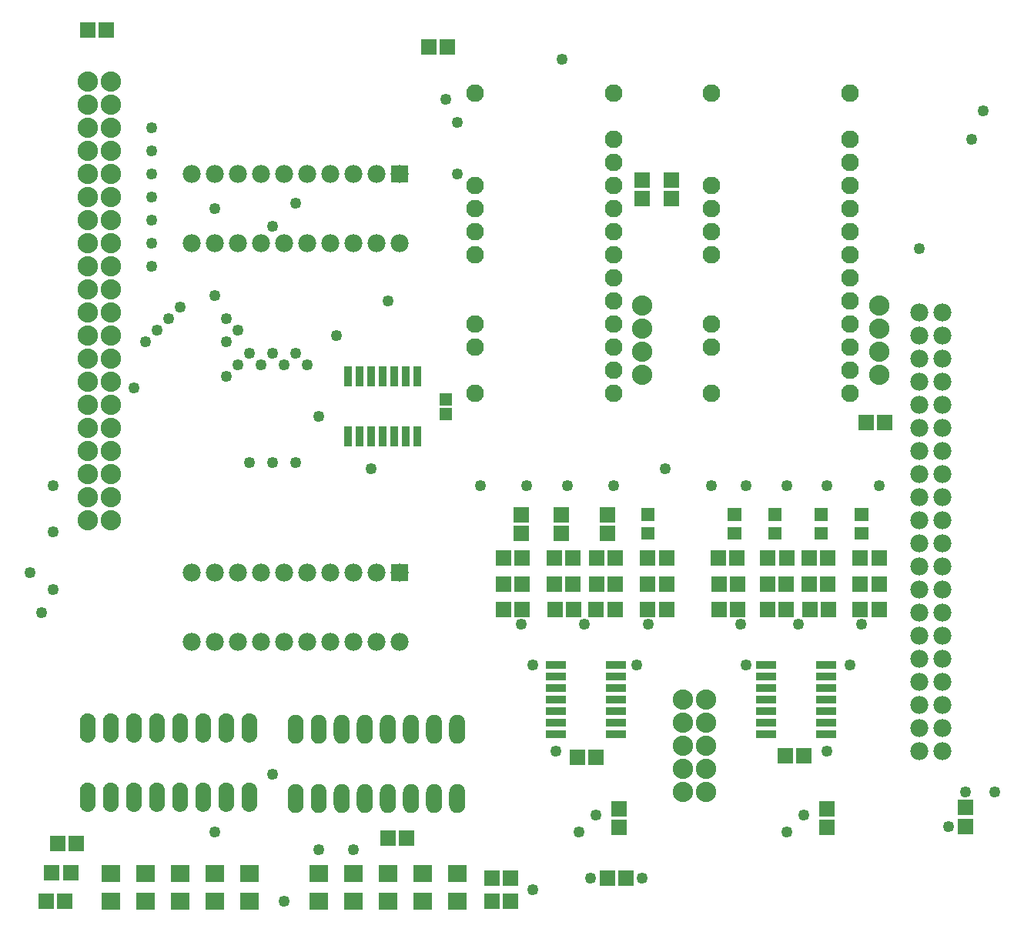
<source format=gts>
G04 MADE WITH FRITZING*
G04 WWW.FRITZING.ORG*
G04 DOUBLE SIDED*
G04 HOLES PLATED*
G04 CONTOUR ON CENTER OF CONTOUR VECTOR*
%ASAXBY*%
%FSLAX23Y23*%
%MOIN*%
%OFA0B0*%
%SFA1.0B1.0*%
%ADD10C,0.076889*%
%ADD11C,0.049370*%
%ADD12C,0.088000*%
%ADD13C,0.077559*%
%ADD14C,0.068189*%
%ADD15R,0.069055X0.065118*%
%ADD16R,0.065118X0.069055*%
%ADD17R,0.053307X0.057244*%
%ADD18R,0.077559X0.077559*%
%ADD19R,0.090000X0.036000*%
%ADD20R,0.036000X0.090000*%
%ADD21R,0.084803X0.072992*%
%ADD22C,0.010000*%
%ADD23R,0.001000X0.001000*%
%LNMASK1*%
G90*
G70*
G54D10*
X3596Y2285D03*
X3596Y2385D03*
X3596Y2485D03*
X3596Y2585D03*
X3596Y2685D03*
X3596Y2785D03*
X3596Y2885D03*
X3596Y2985D03*
X3596Y3085D03*
X3596Y3185D03*
X3596Y3285D03*
X3596Y3385D03*
X3596Y3585D03*
X2996Y2285D03*
X2996Y2485D03*
X2996Y2585D03*
X2996Y2885D03*
X2996Y2985D03*
X2996Y3085D03*
X2996Y3185D03*
X2996Y3585D03*
G54D11*
X1996Y1885D03*
X3721Y1885D03*
X3496Y1885D03*
X3321Y1885D03*
X3146Y1885D03*
X2996Y1885D03*
X2196Y1885D03*
X2371Y1885D03*
X2571Y1885D03*
X3395Y460D03*
X2471Y185D03*
X1296Y310D03*
X3321Y385D03*
X2495Y460D03*
X2421Y385D03*
X1896Y3460D03*
X2221Y135D03*
X4221Y560D03*
X1446Y310D03*
X4021Y410D03*
X1096Y635D03*
X1371Y2536D03*
X2171Y1285D03*
X3121Y1285D03*
X2446Y1285D03*
X3371Y1285D03*
X3646Y1285D03*
X2721Y1285D03*
X896Y2510D03*
X946Y2560D03*
X896Y2610D03*
X846Y2710D03*
X1096Y3010D03*
X1196Y3110D03*
X846Y3085D03*
X3897Y2911D03*
X571Y3435D03*
X571Y3335D03*
X571Y3235D03*
X571Y3135D03*
X571Y3035D03*
X571Y2935D03*
X571Y2835D03*
X1296Y2185D03*
X1596Y2685D03*
X1846Y3560D03*
X1246Y2410D03*
X946Y2410D03*
X1196Y1985D03*
X1146Y2410D03*
X1096Y1985D03*
X1046Y2410D03*
X996Y1985D03*
X1196Y2460D03*
X1096Y2460D03*
X996Y2460D03*
X696Y2660D03*
X646Y2610D03*
X546Y2510D03*
X596Y2560D03*
X896Y2360D03*
X2349Y3733D03*
X146Y1885D03*
X846Y385D03*
X147Y1435D03*
X146Y1685D03*
X1896Y3235D03*
G54D12*
X3721Y2665D03*
X3721Y2565D03*
X3721Y2465D03*
X3721Y2365D03*
X2696Y2665D03*
X2696Y2565D03*
X2696Y2465D03*
X2696Y2365D03*
G54D11*
X4121Y3387D03*
X4171Y3510D03*
X1146Y86D03*
X2796Y1960D03*
X1521Y1960D03*
G54D13*
X1646Y1510D03*
X1646Y1210D03*
X1546Y1510D03*
X1546Y1210D03*
X1446Y1510D03*
X1446Y1210D03*
X1346Y1510D03*
X1346Y1210D03*
X1246Y1510D03*
X1246Y1210D03*
X1146Y1510D03*
X1146Y1210D03*
X1046Y1510D03*
X1046Y1210D03*
X946Y1510D03*
X946Y1210D03*
X846Y1510D03*
X846Y1210D03*
X746Y1510D03*
X746Y1210D03*
X1646Y3235D03*
X1646Y2935D03*
X1546Y3235D03*
X1546Y2935D03*
X1446Y3235D03*
X1446Y2935D03*
X1346Y3235D03*
X1346Y2935D03*
X1246Y3235D03*
X1246Y2935D03*
X1146Y3235D03*
X1146Y2935D03*
X1046Y3235D03*
X1046Y2935D03*
X946Y3235D03*
X946Y2935D03*
X846Y3235D03*
X846Y2935D03*
X746Y3235D03*
X746Y2935D03*
G54D11*
X496Y2310D03*
X2321Y736D03*
X2222Y1110D03*
X2671Y1110D03*
X3146Y1110D03*
X3496Y735D03*
X3596Y1110D03*
X46Y1510D03*
X96Y1335D03*
X4096Y560D03*
X2696Y185D03*
G54D14*
X296Y535D03*
X396Y535D03*
X896Y535D03*
X996Y535D03*
X496Y535D03*
X596Y535D03*
X796Y535D03*
X696Y535D03*
X996Y835D03*
X896Y835D03*
X796Y835D03*
X696Y835D03*
X596Y835D03*
X496Y835D03*
X396Y835D03*
X296Y835D03*
X296Y535D03*
X396Y535D03*
X896Y535D03*
X996Y535D03*
X496Y535D03*
X596Y535D03*
X796Y535D03*
X696Y535D03*
X996Y835D03*
X896Y835D03*
X796Y835D03*
X696Y835D03*
X596Y835D03*
X496Y835D03*
X396Y835D03*
X296Y835D03*
X1196Y530D03*
X1296Y530D03*
X1796Y530D03*
X1896Y530D03*
X1396Y530D03*
X1496Y530D03*
X1696Y530D03*
X1596Y530D03*
X1896Y830D03*
X1796Y830D03*
X1696Y830D03*
X1596Y830D03*
X1496Y830D03*
X1396Y830D03*
X1296Y830D03*
X1196Y830D03*
X1196Y530D03*
X1296Y530D03*
X1796Y530D03*
X1896Y530D03*
X1396Y530D03*
X1496Y530D03*
X1696Y530D03*
X1596Y530D03*
X1896Y830D03*
X1796Y830D03*
X1696Y830D03*
X1596Y830D03*
X1496Y830D03*
X1396Y830D03*
X1296Y830D03*
X1196Y830D03*
G54D12*
X296Y3635D03*
X296Y3535D03*
X296Y3435D03*
X296Y3335D03*
X296Y3235D03*
X296Y3135D03*
X296Y3035D03*
X296Y2935D03*
X296Y2835D03*
X296Y2735D03*
X296Y2635D03*
X296Y2535D03*
X296Y2435D03*
X296Y2335D03*
X296Y2235D03*
X296Y2135D03*
X296Y2035D03*
X296Y1935D03*
X296Y1835D03*
X296Y1735D03*
X296Y3635D03*
X296Y3535D03*
X296Y3435D03*
X296Y3335D03*
X296Y3235D03*
X296Y3135D03*
X296Y3035D03*
X296Y2935D03*
X296Y2835D03*
X296Y2735D03*
X296Y2635D03*
X296Y2535D03*
X296Y2435D03*
X296Y2335D03*
X296Y2235D03*
X296Y2135D03*
X296Y2035D03*
X296Y1935D03*
X296Y1835D03*
X296Y1735D03*
X396Y1735D03*
X396Y1835D03*
X396Y1935D03*
X396Y2035D03*
X396Y2135D03*
X396Y2235D03*
X396Y2335D03*
X396Y2435D03*
X396Y2535D03*
X396Y2635D03*
X396Y2735D03*
X396Y2835D03*
X396Y2935D03*
X396Y3035D03*
X396Y3135D03*
X396Y3235D03*
X396Y3335D03*
X396Y3435D03*
X396Y3535D03*
X396Y3635D03*
G54D13*
X3996Y735D03*
X3996Y835D03*
X3996Y935D03*
X3996Y1035D03*
X3996Y1135D03*
X3996Y1235D03*
X3996Y1335D03*
X3996Y1435D03*
X3996Y1535D03*
X3996Y1635D03*
X3996Y1735D03*
X3996Y1835D03*
X3996Y1935D03*
X3996Y2035D03*
X3996Y2135D03*
X3996Y2235D03*
X3996Y2335D03*
X3996Y2435D03*
X3996Y2535D03*
X3996Y2635D03*
X3996Y735D03*
X3996Y835D03*
X3996Y935D03*
X3996Y1035D03*
X3996Y1135D03*
X3996Y1235D03*
X3996Y1335D03*
X3996Y1435D03*
X3996Y1535D03*
X3996Y1635D03*
X3996Y1735D03*
X3996Y1835D03*
X3996Y1935D03*
X3996Y2035D03*
X3996Y2135D03*
X3996Y2235D03*
X3996Y2335D03*
X3996Y2435D03*
X3996Y2535D03*
X3996Y2635D03*
X3896Y2635D03*
X3896Y2535D03*
X3896Y2435D03*
X3896Y2335D03*
X3896Y2235D03*
X3896Y2135D03*
X3896Y2035D03*
X3896Y1935D03*
X3896Y1835D03*
X3896Y1735D03*
X3896Y1635D03*
X3896Y1535D03*
X3896Y1435D03*
X3896Y1335D03*
X3896Y1235D03*
X3896Y1135D03*
X3896Y1035D03*
X3896Y935D03*
X3896Y835D03*
X3896Y735D03*
G54D12*
X2871Y960D03*
X2871Y860D03*
X2871Y760D03*
X2871Y660D03*
X2871Y560D03*
X2871Y960D03*
X2871Y860D03*
X2871Y760D03*
X2871Y660D03*
X2871Y560D03*
X2971Y560D03*
X2971Y660D03*
X2971Y760D03*
X2971Y860D03*
X2971Y960D03*
G54D10*
X2571Y2285D03*
X2571Y2385D03*
X2571Y2485D03*
X2571Y2585D03*
X2571Y2685D03*
X2571Y2785D03*
X2571Y2885D03*
X2571Y2985D03*
X2571Y3085D03*
X2571Y3185D03*
X2571Y3285D03*
X2571Y3385D03*
X2571Y3585D03*
X1971Y2285D03*
X1971Y2485D03*
X1971Y2585D03*
X1971Y2885D03*
X1971Y2985D03*
X1971Y3085D03*
X1971Y3185D03*
X1971Y3585D03*
G54D15*
X3496Y485D03*
X3496Y405D03*
X2596Y485D03*
X2596Y405D03*
G54D16*
X3746Y2160D03*
X3665Y2160D03*
G54D15*
X2821Y3210D03*
X2821Y3130D03*
X2696Y3210D03*
X2696Y3130D03*
G54D17*
X1846Y2194D03*
X1846Y2260D03*
G54D18*
X1646Y1510D03*
X1646Y3235D03*
G54D19*
X3232Y1110D03*
X3232Y1060D03*
X3232Y1010D03*
X3232Y960D03*
X3232Y910D03*
X3232Y860D03*
X3232Y810D03*
X3493Y810D03*
X3493Y860D03*
X3493Y910D03*
X3493Y960D03*
X3493Y1010D03*
X3493Y1060D03*
X3493Y1110D03*
X2321Y1110D03*
X2321Y1060D03*
X2321Y1010D03*
X2321Y960D03*
X2321Y910D03*
X2321Y860D03*
X2321Y810D03*
X2582Y810D03*
X2582Y860D03*
X2582Y910D03*
X2582Y960D03*
X2582Y1010D03*
X2582Y1060D03*
X2582Y1110D03*
G54D15*
X2171Y1760D03*
X2171Y1680D03*
G54D16*
X3721Y1460D03*
X3640Y1460D03*
X2177Y1460D03*
X2096Y1460D03*
X3500Y1460D03*
X3420Y1460D03*
X2397Y1460D03*
X2316Y1460D03*
G54D15*
X2346Y1760D03*
X2346Y1680D03*
G54D16*
X3422Y1350D03*
X3502Y1350D03*
X2318Y1350D03*
X2399Y1350D03*
X3397Y715D03*
X3317Y715D03*
X2496Y710D03*
X2415Y710D03*
X3721Y1350D03*
X3640Y1350D03*
X2177Y1350D03*
X2096Y1350D03*
X3721Y1571D03*
X3640Y1571D03*
X2177Y1571D03*
X2096Y1571D03*
X3500Y1571D03*
X3420Y1571D03*
X2397Y1571D03*
X2316Y1571D03*
G54D15*
X2546Y1760D03*
X2546Y1680D03*
G54D16*
X3319Y1460D03*
X3239Y1460D03*
X2499Y1460D03*
X2580Y1460D03*
X3028Y1460D03*
X3109Y1460D03*
X2720Y1460D03*
X2801Y1460D03*
X3028Y1350D03*
X3109Y1350D03*
X2720Y1350D03*
X2801Y1350D03*
X3107Y1571D03*
X3026Y1571D03*
X2720Y1571D03*
X2801Y1571D03*
X3319Y1350D03*
X3239Y1350D03*
X2578Y1350D03*
X2497Y1350D03*
X3240Y1571D03*
X3321Y1571D03*
X2499Y1571D03*
X2580Y1571D03*
G54D20*
X1721Y2360D03*
X1671Y2360D03*
X1621Y2360D03*
X1571Y2360D03*
X1521Y2360D03*
X1471Y2360D03*
X1421Y2360D03*
X1421Y2099D03*
X1471Y2099D03*
X1521Y2099D03*
X1571Y2099D03*
X1621Y2099D03*
X1671Y2099D03*
X1721Y2099D03*
G54D21*
X1446Y85D03*
X1446Y207D03*
X1746Y85D03*
X1746Y207D03*
X1596Y85D03*
X1596Y207D03*
X1896Y85D03*
X1896Y207D03*
X996Y85D03*
X996Y207D03*
X846Y85D03*
X846Y207D03*
X696Y85D03*
X696Y207D03*
X546Y85D03*
X546Y207D03*
X1296Y85D03*
X1296Y207D03*
X396Y85D03*
X396Y207D03*
G54D16*
X2046Y85D03*
X2127Y85D03*
X2046Y185D03*
X2127Y185D03*
X1596Y360D03*
X1677Y360D03*
G54D15*
X4096Y410D03*
X4096Y491D03*
G54D16*
X2546Y185D03*
X2627Y185D03*
X296Y3860D03*
X377Y3860D03*
X1771Y3785D03*
X1852Y3785D03*
X246Y335D03*
X165Y335D03*
X221Y210D03*
X140Y210D03*
X196Y85D03*
X115Y85D03*
G54D22*
G36*
X3675Y1733D02*
X3616Y1733D01*
X3616Y1788D01*
X3675Y1788D01*
X3675Y1733D01*
G37*
D02*
G36*
X3675Y1652D02*
X3616Y1652D01*
X3616Y1707D01*
X3675Y1707D01*
X3675Y1652D01*
G37*
D02*
G36*
X3500Y1733D02*
X3441Y1733D01*
X3441Y1788D01*
X3500Y1788D01*
X3500Y1733D01*
G37*
D02*
G36*
X3500Y1652D02*
X3441Y1652D01*
X3441Y1707D01*
X3500Y1707D01*
X3500Y1652D01*
G37*
D02*
G36*
X3300Y1733D02*
X3241Y1733D01*
X3241Y1788D01*
X3300Y1788D01*
X3300Y1733D01*
G37*
D02*
G36*
X3300Y1652D02*
X3241Y1652D01*
X3241Y1707D01*
X3300Y1707D01*
X3300Y1652D01*
G37*
D02*
G36*
X3125Y1733D02*
X3066Y1733D01*
X3066Y1788D01*
X3125Y1788D01*
X3125Y1733D01*
G37*
D02*
G36*
X3125Y1652D02*
X3066Y1652D01*
X3066Y1707D01*
X3125Y1707D01*
X3125Y1652D01*
G37*
D02*
G36*
X2750Y1733D02*
X2691Y1733D01*
X2691Y1788D01*
X2750Y1788D01*
X2750Y1733D01*
G37*
D02*
G36*
X2750Y1652D02*
X2691Y1652D01*
X2691Y1707D01*
X2750Y1707D01*
X2750Y1652D01*
G37*
D02*
G54D23*
X293Y899D02*
X297Y899D01*
X393Y899D02*
X397Y899D01*
X493Y899D02*
X497Y899D01*
X593Y899D02*
X597Y899D01*
X693Y899D02*
X697Y899D01*
X793Y899D02*
X797Y899D01*
X893Y899D02*
X897Y899D01*
X993Y899D02*
X997Y899D01*
X288Y898D02*
X303Y898D01*
X387Y898D02*
X403Y898D01*
X487Y898D02*
X503Y898D01*
X587Y898D02*
X603Y898D01*
X687Y898D02*
X703Y898D01*
X787Y898D02*
X803Y898D01*
X887Y898D02*
X903Y898D01*
X987Y898D02*
X1003Y898D01*
X284Y897D02*
X306Y897D01*
X384Y897D02*
X406Y897D01*
X484Y897D02*
X506Y897D01*
X584Y897D02*
X606Y897D01*
X684Y897D02*
X706Y897D01*
X784Y897D02*
X806Y897D01*
X884Y897D02*
X906Y897D01*
X984Y897D02*
X1006Y897D01*
X282Y896D02*
X309Y896D01*
X382Y896D02*
X409Y896D01*
X482Y896D02*
X509Y896D01*
X582Y896D02*
X609Y896D01*
X682Y896D02*
X709Y896D01*
X782Y896D02*
X809Y896D01*
X882Y896D02*
X909Y896D01*
X982Y896D02*
X1009Y896D01*
X280Y895D02*
X311Y895D01*
X380Y895D02*
X411Y895D01*
X480Y895D02*
X511Y895D01*
X580Y895D02*
X611Y895D01*
X680Y895D02*
X711Y895D01*
X780Y895D02*
X811Y895D01*
X880Y895D02*
X911Y895D01*
X980Y895D02*
X1011Y895D01*
X278Y894D02*
X313Y894D01*
X378Y894D02*
X413Y894D01*
X478Y894D02*
X513Y894D01*
X578Y894D02*
X612Y894D01*
X678Y894D02*
X712Y894D01*
X778Y894D02*
X812Y894D01*
X878Y894D02*
X912Y894D01*
X978Y894D02*
X1012Y894D01*
X276Y893D02*
X314Y893D01*
X376Y893D02*
X414Y893D01*
X476Y893D02*
X514Y893D01*
X576Y893D02*
X614Y893D01*
X676Y893D02*
X714Y893D01*
X776Y893D02*
X814Y893D01*
X876Y893D02*
X914Y893D01*
X976Y893D02*
X1014Y893D01*
X1191Y893D02*
X1199Y893D01*
X1291Y893D02*
X1299Y893D01*
X1391Y893D02*
X1399Y893D01*
X1491Y893D02*
X1499Y893D01*
X1591Y893D02*
X1599Y893D01*
X1691Y893D02*
X1699Y893D01*
X1791Y893D02*
X1799Y893D01*
X1891Y893D02*
X1899Y893D01*
X275Y892D02*
X316Y892D01*
X375Y892D02*
X416Y892D01*
X475Y892D02*
X515Y892D01*
X575Y892D02*
X615Y892D01*
X675Y892D02*
X715Y892D01*
X775Y892D02*
X815Y892D01*
X875Y892D02*
X915Y892D01*
X975Y892D02*
X1015Y892D01*
X1186Y892D02*
X1204Y892D01*
X1286Y892D02*
X1304Y892D01*
X1386Y892D02*
X1404Y892D01*
X1486Y892D02*
X1504Y892D01*
X1586Y892D02*
X1604Y892D01*
X1686Y892D02*
X1704Y892D01*
X1786Y892D02*
X1804Y892D01*
X1886Y892D02*
X1904Y892D01*
X274Y891D02*
X317Y891D01*
X374Y891D02*
X417Y891D01*
X474Y891D02*
X517Y891D01*
X574Y891D02*
X617Y891D01*
X674Y891D02*
X717Y891D01*
X774Y891D02*
X817Y891D01*
X874Y891D02*
X917Y891D01*
X974Y891D02*
X1017Y891D01*
X1183Y891D02*
X1207Y891D01*
X1283Y891D02*
X1307Y891D01*
X1383Y891D02*
X1407Y891D01*
X1483Y891D02*
X1507Y891D01*
X1583Y891D02*
X1607Y891D01*
X1683Y891D02*
X1707Y891D01*
X1783Y891D02*
X1807Y891D01*
X1883Y891D02*
X1907Y891D01*
X273Y890D02*
X318Y890D01*
X373Y890D02*
X418Y890D01*
X473Y890D02*
X518Y890D01*
X573Y890D02*
X618Y890D01*
X673Y890D02*
X718Y890D01*
X773Y890D02*
X818Y890D01*
X873Y890D02*
X918Y890D01*
X973Y890D02*
X1018Y890D01*
X1181Y890D02*
X1209Y890D01*
X1281Y890D02*
X1309Y890D01*
X1381Y890D02*
X1409Y890D01*
X1481Y890D02*
X1509Y890D01*
X1581Y890D02*
X1609Y890D01*
X1681Y890D02*
X1709Y890D01*
X1781Y890D02*
X1809Y890D01*
X1881Y890D02*
X1909Y890D01*
X272Y889D02*
X319Y889D01*
X372Y889D02*
X419Y889D01*
X472Y889D02*
X519Y889D01*
X572Y889D02*
X619Y889D01*
X671Y889D02*
X719Y889D01*
X771Y889D02*
X819Y889D01*
X871Y889D02*
X919Y889D01*
X971Y889D02*
X1019Y889D01*
X1179Y889D02*
X1211Y889D01*
X1279Y889D02*
X1311Y889D01*
X1379Y889D02*
X1411Y889D01*
X1479Y889D02*
X1511Y889D01*
X1579Y889D02*
X1611Y889D01*
X1679Y889D02*
X1711Y889D01*
X1779Y889D02*
X1811Y889D01*
X1879Y889D02*
X1911Y889D01*
X271Y888D02*
X320Y888D01*
X371Y888D02*
X420Y888D01*
X471Y888D02*
X520Y888D01*
X571Y888D02*
X620Y888D01*
X671Y888D02*
X720Y888D01*
X771Y888D02*
X820Y888D01*
X871Y888D02*
X920Y888D01*
X971Y888D02*
X1020Y888D01*
X1177Y888D02*
X1213Y888D01*
X1277Y888D02*
X1313Y888D01*
X1377Y888D02*
X1413Y888D01*
X1477Y888D02*
X1513Y888D01*
X1577Y888D02*
X1613Y888D01*
X1677Y888D02*
X1713Y888D01*
X1777Y888D02*
X1813Y888D01*
X1877Y888D02*
X1913Y888D01*
X270Y887D02*
X321Y887D01*
X370Y887D02*
X421Y887D01*
X470Y887D02*
X521Y887D01*
X570Y887D02*
X621Y887D01*
X670Y887D02*
X721Y887D01*
X770Y887D02*
X821Y887D01*
X870Y887D02*
X921Y887D01*
X970Y887D02*
X1021Y887D01*
X1176Y887D02*
X1214Y887D01*
X1276Y887D02*
X1314Y887D01*
X1376Y887D02*
X1414Y887D01*
X1476Y887D02*
X1514Y887D01*
X1576Y887D02*
X1614Y887D01*
X1676Y887D02*
X1714Y887D01*
X1776Y887D02*
X1814Y887D01*
X1876Y887D02*
X1914Y887D01*
X269Y886D02*
X322Y886D01*
X369Y886D02*
X422Y886D01*
X469Y886D02*
X522Y886D01*
X569Y886D02*
X622Y886D01*
X669Y886D02*
X722Y886D01*
X769Y886D02*
X821Y886D01*
X869Y886D02*
X921Y886D01*
X969Y886D02*
X1021Y886D01*
X1174Y886D02*
X1216Y886D01*
X1274Y886D02*
X1316Y886D01*
X1374Y886D02*
X1416Y886D01*
X1474Y886D02*
X1516Y886D01*
X1574Y886D02*
X1616Y886D01*
X1674Y886D02*
X1716Y886D01*
X1774Y886D02*
X1816Y886D01*
X1874Y886D02*
X1916Y886D01*
X268Y885D02*
X322Y885D01*
X368Y885D02*
X422Y885D01*
X468Y885D02*
X522Y885D01*
X568Y885D02*
X622Y885D01*
X668Y885D02*
X722Y885D01*
X768Y885D02*
X822Y885D01*
X868Y885D02*
X922Y885D01*
X968Y885D02*
X1022Y885D01*
X1173Y885D02*
X1217Y885D01*
X1273Y885D02*
X1317Y885D01*
X1373Y885D02*
X1417Y885D01*
X1473Y885D02*
X1517Y885D01*
X1573Y885D02*
X1617Y885D01*
X1673Y885D02*
X1717Y885D01*
X1773Y885D02*
X1817Y885D01*
X1873Y885D02*
X1917Y885D01*
X268Y884D02*
X323Y884D01*
X368Y884D02*
X423Y884D01*
X467Y884D02*
X523Y884D01*
X567Y884D02*
X623Y884D01*
X667Y884D02*
X723Y884D01*
X767Y884D02*
X823Y884D01*
X867Y884D02*
X923Y884D01*
X967Y884D02*
X1023Y884D01*
X1172Y884D02*
X1218Y884D01*
X1272Y884D02*
X1318Y884D01*
X1372Y884D02*
X1418Y884D01*
X1472Y884D02*
X1518Y884D01*
X1572Y884D02*
X1618Y884D01*
X1672Y884D02*
X1718Y884D01*
X1772Y884D02*
X1818Y884D01*
X1872Y884D02*
X1918Y884D01*
X267Y883D02*
X324Y883D01*
X367Y883D02*
X424Y883D01*
X467Y883D02*
X524Y883D01*
X567Y883D02*
X624Y883D01*
X667Y883D02*
X724Y883D01*
X767Y883D02*
X824Y883D01*
X867Y883D02*
X924Y883D01*
X967Y883D02*
X1024Y883D01*
X1171Y883D02*
X1219Y883D01*
X1271Y883D02*
X1319Y883D01*
X1371Y883D02*
X1419Y883D01*
X1471Y883D02*
X1519Y883D01*
X1571Y883D02*
X1619Y883D01*
X1671Y883D02*
X1719Y883D01*
X1771Y883D02*
X1819Y883D01*
X1871Y883D02*
X1919Y883D01*
X266Y882D02*
X324Y882D01*
X366Y882D02*
X424Y882D01*
X466Y882D02*
X524Y882D01*
X566Y882D02*
X624Y882D01*
X666Y882D02*
X724Y882D01*
X766Y882D02*
X824Y882D01*
X866Y882D02*
X924Y882D01*
X966Y882D02*
X1024Y882D01*
X1170Y882D02*
X1220Y882D01*
X1270Y882D02*
X1320Y882D01*
X1370Y882D02*
X1420Y882D01*
X1470Y882D02*
X1520Y882D01*
X1570Y882D02*
X1620Y882D01*
X1670Y882D02*
X1720Y882D01*
X1770Y882D02*
X1820Y882D01*
X1870Y882D02*
X1920Y882D01*
X266Y881D02*
X325Y881D01*
X366Y881D02*
X425Y881D01*
X466Y881D02*
X525Y881D01*
X566Y881D02*
X625Y881D01*
X666Y881D02*
X725Y881D01*
X766Y881D02*
X825Y881D01*
X866Y881D02*
X925Y881D01*
X966Y881D02*
X1025Y881D01*
X1169Y881D02*
X1221Y881D01*
X1269Y881D02*
X1321Y881D01*
X1369Y881D02*
X1421Y881D01*
X1469Y881D02*
X1521Y881D01*
X1569Y881D02*
X1621Y881D01*
X1669Y881D02*
X1721Y881D01*
X1769Y881D02*
X1821Y881D01*
X1869Y881D02*
X1921Y881D01*
X265Y880D02*
X325Y880D01*
X365Y880D02*
X425Y880D01*
X465Y880D02*
X525Y880D01*
X565Y880D02*
X625Y880D01*
X665Y880D02*
X725Y880D01*
X765Y880D02*
X825Y880D01*
X865Y880D02*
X925Y880D01*
X965Y880D02*
X1025Y880D01*
X1169Y880D02*
X1222Y880D01*
X1269Y880D02*
X1322Y880D01*
X1369Y880D02*
X1422Y880D01*
X1469Y880D02*
X1522Y880D01*
X1569Y880D02*
X1622Y880D01*
X1669Y880D02*
X1722Y880D01*
X1769Y880D02*
X1822Y880D01*
X1868Y880D02*
X1922Y880D01*
X265Y879D02*
X326Y879D01*
X365Y879D02*
X426Y879D01*
X465Y879D02*
X526Y879D01*
X565Y879D02*
X626Y879D01*
X665Y879D02*
X726Y879D01*
X765Y879D02*
X826Y879D01*
X865Y879D02*
X926Y879D01*
X965Y879D02*
X1026Y879D01*
X1168Y879D02*
X1222Y879D01*
X1268Y879D02*
X1322Y879D01*
X1368Y879D02*
X1422Y879D01*
X1468Y879D02*
X1522Y879D01*
X1568Y879D02*
X1622Y879D01*
X1668Y879D02*
X1722Y879D01*
X1768Y879D02*
X1822Y879D01*
X1868Y879D02*
X1922Y879D01*
X264Y878D02*
X326Y878D01*
X364Y878D02*
X426Y878D01*
X464Y878D02*
X526Y878D01*
X564Y878D02*
X626Y878D01*
X664Y878D02*
X726Y878D01*
X764Y878D02*
X826Y878D01*
X864Y878D02*
X926Y878D01*
X964Y878D02*
X1026Y878D01*
X1167Y878D02*
X1223Y878D01*
X1267Y878D02*
X1323Y878D01*
X1367Y878D02*
X1423Y878D01*
X1467Y878D02*
X1523Y878D01*
X1567Y878D02*
X1623Y878D01*
X1667Y878D02*
X1723Y878D01*
X1767Y878D02*
X1823Y878D01*
X1867Y878D02*
X1923Y878D01*
X264Y877D02*
X327Y877D01*
X364Y877D02*
X427Y877D01*
X464Y877D02*
X527Y877D01*
X564Y877D02*
X626Y877D01*
X664Y877D02*
X726Y877D01*
X764Y877D02*
X826Y877D01*
X864Y877D02*
X926Y877D01*
X964Y877D02*
X1026Y877D01*
X1167Y877D02*
X1224Y877D01*
X1267Y877D02*
X1324Y877D01*
X1367Y877D02*
X1424Y877D01*
X1467Y877D02*
X1524Y877D01*
X1567Y877D02*
X1624Y877D01*
X1667Y877D02*
X1724Y877D01*
X1766Y877D02*
X1824Y877D01*
X1866Y877D02*
X1924Y877D01*
X264Y876D02*
X327Y876D01*
X364Y876D02*
X427Y876D01*
X464Y876D02*
X527Y876D01*
X564Y876D02*
X627Y876D01*
X664Y876D02*
X727Y876D01*
X764Y876D02*
X827Y876D01*
X864Y876D02*
X927Y876D01*
X963Y876D02*
X1027Y876D01*
X1166Y876D02*
X1224Y876D01*
X1266Y876D02*
X1324Y876D01*
X1366Y876D02*
X1424Y876D01*
X1466Y876D02*
X1524Y876D01*
X1566Y876D02*
X1624Y876D01*
X1666Y876D02*
X1724Y876D01*
X1766Y876D02*
X1824Y876D01*
X1866Y876D02*
X1924Y876D01*
X263Y875D02*
X327Y875D01*
X363Y875D02*
X427Y875D01*
X463Y875D02*
X527Y875D01*
X563Y875D02*
X627Y875D01*
X663Y875D02*
X727Y875D01*
X763Y875D02*
X827Y875D01*
X863Y875D02*
X927Y875D01*
X963Y875D02*
X1027Y875D01*
X1165Y875D02*
X1225Y875D01*
X1265Y875D02*
X1325Y875D01*
X1365Y875D02*
X1425Y875D01*
X1465Y875D02*
X1525Y875D01*
X1565Y875D02*
X1625Y875D01*
X1665Y875D02*
X1725Y875D01*
X1765Y875D02*
X1825Y875D01*
X1865Y875D02*
X1925Y875D01*
X263Y874D02*
X328Y874D01*
X363Y874D02*
X428Y874D01*
X463Y874D02*
X528Y874D01*
X563Y874D02*
X627Y874D01*
X663Y874D02*
X727Y874D01*
X763Y874D02*
X827Y874D01*
X863Y874D02*
X927Y874D01*
X963Y874D02*
X1027Y874D01*
X1165Y874D02*
X1225Y874D01*
X1265Y874D02*
X1325Y874D01*
X1365Y874D02*
X1425Y874D01*
X1465Y874D02*
X1525Y874D01*
X1565Y874D02*
X1625Y874D01*
X1665Y874D02*
X1725Y874D01*
X1765Y874D02*
X1825Y874D01*
X1865Y874D02*
X1925Y874D01*
X263Y873D02*
X328Y873D01*
X363Y873D02*
X428Y873D01*
X463Y873D02*
X528Y873D01*
X563Y873D02*
X628Y873D01*
X663Y873D02*
X728Y873D01*
X763Y873D02*
X828Y873D01*
X863Y873D02*
X928Y873D01*
X963Y873D02*
X1028Y873D01*
X1165Y873D02*
X1226Y873D01*
X1265Y873D02*
X1326Y873D01*
X1364Y873D02*
X1426Y873D01*
X1464Y873D02*
X1526Y873D01*
X1564Y873D02*
X1626Y873D01*
X1664Y873D02*
X1726Y873D01*
X1764Y873D02*
X1826Y873D01*
X1864Y873D02*
X1926Y873D01*
X262Y872D02*
X328Y872D01*
X362Y872D02*
X428Y872D01*
X462Y872D02*
X528Y872D01*
X562Y872D02*
X628Y872D01*
X662Y872D02*
X728Y872D01*
X762Y872D02*
X828Y872D01*
X862Y872D02*
X928Y872D01*
X962Y872D02*
X1028Y872D01*
X1164Y872D02*
X1226Y872D01*
X1264Y872D02*
X1326Y872D01*
X1364Y872D02*
X1426Y872D01*
X1464Y872D02*
X1526Y872D01*
X1564Y872D02*
X1626Y872D01*
X1664Y872D02*
X1726Y872D01*
X1764Y872D02*
X1826Y872D01*
X1864Y872D02*
X1926Y872D01*
X262Y871D02*
X328Y871D01*
X362Y871D02*
X428Y871D01*
X462Y871D02*
X528Y871D01*
X562Y871D02*
X628Y871D01*
X662Y871D02*
X728Y871D01*
X762Y871D02*
X828Y871D01*
X862Y871D02*
X928Y871D01*
X962Y871D02*
X1028Y871D01*
X1164Y871D02*
X1227Y871D01*
X1264Y871D02*
X1326Y871D01*
X1364Y871D02*
X1426Y871D01*
X1464Y871D02*
X1526Y871D01*
X1564Y871D02*
X1626Y871D01*
X1664Y871D02*
X1726Y871D01*
X1764Y871D02*
X1826Y871D01*
X1864Y871D02*
X1926Y871D01*
X262Y870D02*
X328Y870D01*
X362Y870D02*
X428Y870D01*
X462Y870D02*
X528Y870D01*
X562Y870D02*
X628Y870D01*
X662Y870D02*
X728Y870D01*
X762Y870D02*
X828Y870D01*
X862Y870D02*
X928Y870D01*
X962Y870D02*
X1028Y870D01*
X1163Y870D02*
X1227Y870D01*
X1263Y870D02*
X1327Y870D01*
X1363Y870D02*
X1427Y870D01*
X1463Y870D02*
X1527Y870D01*
X1563Y870D02*
X1627Y870D01*
X1663Y870D02*
X1727Y870D01*
X1763Y870D02*
X1827Y870D01*
X1863Y870D02*
X1927Y870D01*
X262Y869D02*
X329Y869D01*
X362Y869D02*
X429Y869D01*
X462Y869D02*
X529Y869D01*
X562Y869D02*
X629Y869D01*
X662Y869D02*
X729Y869D01*
X762Y869D02*
X829Y869D01*
X862Y869D02*
X928Y869D01*
X962Y869D02*
X1028Y869D01*
X1163Y869D02*
X1227Y869D01*
X1263Y869D02*
X1327Y869D01*
X1363Y869D02*
X1427Y869D01*
X1463Y869D02*
X1527Y869D01*
X1563Y869D02*
X1627Y869D01*
X1663Y869D02*
X1727Y869D01*
X1763Y869D02*
X1827Y869D01*
X1863Y869D02*
X1927Y869D01*
X262Y868D02*
X329Y868D01*
X362Y868D02*
X429Y868D01*
X462Y868D02*
X529Y868D01*
X562Y868D02*
X629Y868D01*
X662Y868D02*
X729Y868D01*
X762Y868D02*
X829Y868D01*
X862Y868D02*
X929Y868D01*
X962Y868D02*
X1029Y868D01*
X1163Y868D02*
X1227Y868D01*
X1263Y868D02*
X1327Y868D01*
X1363Y868D02*
X1427Y868D01*
X1463Y868D02*
X1527Y868D01*
X1563Y868D02*
X1627Y868D01*
X1663Y868D02*
X1727Y868D01*
X1763Y868D02*
X1827Y868D01*
X1863Y868D02*
X1927Y868D01*
X262Y867D02*
X329Y867D01*
X362Y867D02*
X429Y867D01*
X462Y867D02*
X529Y867D01*
X562Y867D02*
X629Y867D01*
X662Y867D02*
X729Y867D01*
X762Y867D02*
X829Y867D01*
X862Y867D02*
X929Y867D01*
X962Y867D02*
X1029Y867D01*
X1163Y867D02*
X1228Y867D01*
X1262Y867D02*
X1328Y867D01*
X1362Y867D02*
X1428Y867D01*
X1462Y867D02*
X1528Y867D01*
X1562Y867D02*
X1628Y867D01*
X1662Y867D02*
X1728Y867D01*
X1762Y867D02*
X1828Y867D01*
X1862Y867D02*
X1928Y867D01*
X262Y866D02*
X329Y866D01*
X362Y866D02*
X429Y866D01*
X462Y866D02*
X529Y866D01*
X562Y866D02*
X629Y866D01*
X662Y866D02*
X729Y866D01*
X762Y866D02*
X829Y866D01*
X862Y866D02*
X929Y866D01*
X962Y866D02*
X1029Y866D01*
X1162Y866D02*
X1228Y866D01*
X1262Y866D02*
X1328Y866D01*
X1362Y866D02*
X1428Y866D01*
X1462Y866D02*
X1528Y866D01*
X1562Y866D02*
X1628Y866D01*
X1662Y866D02*
X1728Y866D01*
X1762Y866D02*
X1828Y866D01*
X1862Y866D02*
X1928Y866D01*
X262Y865D02*
X329Y865D01*
X362Y865D02*
X429Y865D01*
X462Y865D02*
X529Y865D01*
X562Y865D02*
X629Y865D01*
X662Y865D02*
X729Y865D01*
X762Y865D02*
X829Y865D01*
X862Y865D02*
X929Y865D01*
X962Y865D02*
X1029Y865D01*
X1162Y865D02*
X1228Y865D01*
X1262Y865D02*
X1328Y865D01*
X1362Y865D02*
X1428Y865D01*
X1462Y865D02*
X1528Y865D01*
X1562Y865D02*
X1628Y865D01*
X1662Y865D02*
X1728Y865D01*
X1762Y865D02*
X1828Y865D01*
X1862Y865D02*
X1928Y865D01*
X262Y864D02*
X329Y864D01*
X362Y864D02*
X429Y864D01*
X462Y864D02*
X529Y864D01*
X562Y864D02*
X629Y864D01*
X662Y864D02*
X729Y864D01*
X762Y864D02*
X829Y864D01*
X862Y864D02*
X929Y864D01*
X962Y864D02*
X1029Y864D01*
X1162Y864D02*
X1228Y864D01*
X1262Y864D02*
X1328Y864D01*
X1362Y864D02*
X1428Y864D01*
X1462Y864D02*
X1528Y864D01*
X1562Y864D02*
X1628Y864D01*
X1662Y864D02*
X1728Y864D01*
X1762Y864D02*
X1828Y864D01*
X1862Y864D02*
X1928Y864D01*
X262Y863D02*
X329Y863D01*
X362Y863D02*
X429Y863D01*
X462Y863D02*
X529Y863D01*
X562Y863D02*
X629Y863D01*
X662Y863D02*
X729Y863D01*
X762Y863D02*
X829Y863D01*
X862Y863D02*
X929Y863D01*
X962Y863D02*
X1029Y863D01*
X1162Y863D02*
X1228Y863D01*
X1262Y863D02*
X1328Y863D01*
X1362Y863D02*
X1428Y863D01*
X1462Y863D02*
X1528Y863D01*
X1562Y863D02*
X1628Y863D01*
X1662Y863D02*
X1728Y863D01*
X1762Y863D02*
X1828Y863D01*
X1862Y863D02*
X1928Y863D01*
X262Y862D02*
X329Y862D01*
X362Y862D02*
X429Y862D01*
X462Y862D02*
X529Y862D01*
X562Y862D02*
X629Y862D01*
X662Y862D02*
X729Y862D01*
X762Y862D02*
X829Y862D01*
X862Y862D02*
X929Y862D01*
X962Y862D02*
X1029Y862D01*
X1162Y862D02*
X1229Y862D01*
X1262Y862D02*
X1329Y862D01*
X1362Y862D02*
X1429Y862D01*
X1462Y862D02*
X1529Y862D01*
X1562Y862D02*
X1628Y862D01*
X1662Y862D02*
X1728Y862D01*
X1762Y862D02*
X1828Y862D01*
X1862Y862D02*
X1928Y862D01*
X262Y861D02*
X329Y861D01*
X362Y861D02*
X429Y861D01*
X462Y861D02*
X529Y861D01*
X562Y861D02*
X629Y861D01*
X662Y861D02*
X729Y861D01*
X762Y861D02*
X829Y861D01*
X862Y861D02*
X929Y861D01*
X962Y861D02*
X1029Y861D01*
X1162Y861D02*
X1229Y861D01*
X1262Y861D02*
X1329Y861D01*
X1362Y861D02*
X1429Y861D01*
X1462Y861D02*
X1529Y861D01*
X1562Y861D02*
X1629Y861D01*
X1662Y861D02*
X1729Y861D01*
X1762Y861D02*
X1829Y861D01*
X1862Y861D02*
X1929Y861D01*
X262Y860D02*
X329Y860D01*
X362Y860D02*
X429Y860D01*
X462Y860D02*
X529Y860D01*
X562Y860D02*
X629Y860D01*
X662Y860D02*
X729Y860D01*
X762Y860D02*
X829Y860D01*
X862Y860D02*
X929Y860D01*
X962Y860D02*
X1029Y860D01*
X1162Y860D02*
X1229Y860D01*
X1262Y860D02*
X1329Y860D01*
X1362Y860D02*
X1429Y860D01*
X1462Y860D02*
X1529Y860D01*
X1562Y860D02*
X1629Y860D01*
X1661Y860D02*
X1729Y860D01*
X1761Y860D02*
X1829Y860D01*
X1861Y860D02*
X1929Y860D01*
X262Y859D02*
X329Y859D01*
X362Y859D02*
X429Y859D01*
X462Y859D02*
X529Y859D01*
X562Y859D02*
X629Y859D01*
X662Y859D02*
X729Y859D01*
X762Y859D02*
X829Y859D01*
X862Y859D02*
X929Y859D01*
X962Y859D02*
X1029Y859D01*
X1162Y859D02*
X1229Y859D01*
X1262Y859D02*
X1329Y859D01*
X1361Y859D02*
X1429Y859D01*
X1461Y859D02*
X1529Y859D01*
X1561Y859D02*
X1629Y859D01*
X1661Y859D02*
X1729Y859D01*
X1761Y859D02*
X1829Y859D01*
X1861Y859D02*
X1929Y859D01*
X262Y858D02*
X329Y858D01*
X362Y858D02*
X429Y858D01*
X462Y858D02*
X529Y858D01*
X562Y858D02*
X629Y858D01*
X662Y858D02*
X729Y858D01*
X762Y858D02*
X829Y858D01*
X862Y858D02*
X929Y858D01*
X962Y858D02*
X1029Y858D01*
X1162Y858D02*
X1229Y858D01*
X1262Y858D02*
X1329Y858D01*
X1361Y858D02*
X1429Y858D01*
X1461Y858D02*
X1529Y858D01*
X1561Y858D02*
X1629Y858D01*
X1661Y858D02*
X1729Y858D01*
X1761Y858D02*
X1829Y858D01*
X1861Y858D02*
X1929Y858D01*
X262Y857D02*
X329Y857D01*
X362Y857D02*
X429Y857D01*
X462Y857D02*
X529Y857D01*
X562Y857D02*
X629Y857D01*
X662Y857D02*
X729Y857D01*
X762Y857D02*
X829Y857D01*
X862Y857D02*
X929Y857D01*
X962Y857D02*
X1029Y857D01*
X1162Y857D02*
X1229Y857D01*
X1262Y857D02*
X1329Y857D01*
X1361Y857D02*
X1429Y857D01*
X1461Y857D02*
X1529Y857D01*
X1561Y857D02*
X1629Y857D01*
X1661Y857D02*
X1729Y857D01*
X1761Y857D02*
X1829Y857D01*
X1861Y857D02*
X1929Y857D01*
X262Y856D02*
X329Y856D01*
X362Y856D02*
X429Y856D01*
X462Y856D02*
X529Y856D01*
X562Y856D02*
X629Y856D01*
X662Y856D02*
X729Y856D01*
X762Y856D02*
X829Y856D01*
X862Y856D02*
X929Y856D01*
X962Y856D02*
X1029Y856D01*
X1162Y856D02*
X1229Y856D01*
X1262Y856D02*
X1329Y856D01*
X1361Y856D02*
X1429Y856D01*
X1461Y856D02*
X1529Y856D01*
X1561Y856D02*
X1629Y856D01*
X1661Y856D02*
X1729Y856D01*
X1761Y856D02*
X1829Y856D01*
X1861Y856D02*
X1929Y856D01*
X262Y855D02*
X329Y855D01*
X362Y855D02*
X429Y855D01*
X462Y855D02*
X529Y855D01*
X562Y855D02*
X629Y855D01*
X662Y855D02*
X729Y855D01*
X762Y855D02*
X829Y855D01*
X862Y855D02*
X929Y855D01*
X962Y855D02*
X1029Y855D01*
X1162Y855D02*
X1229Y855D01*
X1262Y855D02*
X1329Y855D01*
X1361Y855D02*
X1429Y855D01*
X1461Y855D02*
X1529Y855D01*
X1561Y855D02*
X1629Y855D01*
X1661Y855D02*
X1729Y855D01*
X1761Y855D02*
X1829Y855D01*
X1861Y855D02*
X1929Y855D01*
X262Y854D02*
X329Y854D01*
X362Y854D02*
X429Y854D01*
X462Y854D02*
X529Y854D01*
X562Y854D02*
X629Y854D01*
X662Y854D02*
X729Y854D01*
X762Y854D02*
X829Y854D01*
X862Y854D02*
X929Y854D01*
X962Y854D02*
X1029Y854D01*
X1162Y854D02*
X1229Y854D01*
X1262Y854D02*
X1329Y854D01*
X1361Y854D02*
X1429Y854D01*
X1461Y854D02*
X1529Y854D01*
X1561Y854D02*
X1629Y854D01*
X1661Y854D02*
X1729Y854D01*
X1761Y854D02*
X1829Y854D01*
X1861Y854D02*
X1929Y854D01*
X262Y853D02*
X329Y853D01*
X362Y853D02*
X429Y853D01*
X462Y853D02*
X529Y853D01*
X562Y853D02*
X629Y853D01*
X662Y853D02*
X729Y853D01*
X762Y853D02*
X829Y853D01*
X862Y853D02*
X929Y853D01*
X962Y853D02*
X1029Y853D01*
X1162Y853D02*
X1229Y853D01*
X1262Y853D02*
X1329Y853D01*
X1361Y853D02*
X1429Y853D01*
X1461Y853D02*
X1529Y853D01*
X1561Y853D02*
X1629Y853D01*
X1661Y853D02*
X1729Y853D01*
X1761Y853D02*
X1829Y853D01*
X1861Y853D02*
X1929Y853D01*
X262Y852D02*
X329Y852D01*
X362Y852D02*
X429Y852D01*
X462Y852D02*
X529Y852D01*
X562Y852D02*
X629Y852D01*
X662Y852D02*
X729Y852D01*
X762Y852D02*
X829Y852D01*
X862Y852D02*
X929Y852D01*
X962Y852D02*
X1029Y852D01*
X1162Y852D02*
X1229Y852D01*
X1262Y852D02*
X1329Y852D01*
X1361Y852D02*
X1429Y852D01*
X1461Y852D02*
X1529Y852D01*
X1561Y852D02*
X1629Y852D01*
X1661Y852D02*
X1729Y852D01*
X1761Y852D02*
X1829Y852D01*
X1861Y852D02*
X1929Y852D01*
X262Y851D02*
X329Y851D01*
X362Y851D02*
X429Y851D01*
X462Y851D02*
X529Y851D01*
X562Y851D02*
X629Y851D01*
X662Y851D02*
X729Y851D01*
X762Y851D02*
X829Y851D01*
X862Y851D02*
X929Y851D01*
X962Y851D02*
X1029Y851D01*
X1162Y851D02*
X1229Y851D01*
X1262Y851D02*
X1329Y851D01*
X1361Y851D02*
X1429Y851D01*
X1461Y851D02*
X1529Y851D01*
X1561Y851D02*
X1629Y851D01*
X1661Y851D02*
X1729Y851D01*
X1761Y851D02*
X1829Y851D01*
X1861Y851D02*
X1929Y851D01*
X262Y850D02*
X329Y850D01*
X362Y850D02*
X429Y850D01*
X462Y850D02*
X529Y850D01*
X562Y850D02*
X629Y850D01*
X662Y850D02*
X729Y850D01*
X762Y850D02*
X829Y850D01*
X862Y850D02*
X929Y850D01*
X962Y850D02*
X1029Y850D01*
X1162Y850D02*
X1229Y850D01*
X1262Y850D02*
X1329Y850D01*
X1361Y850D02*
X1429Y850D01*
X1461Y850D02*
X1529Y850D01*
X1561Y850D02*
X1629Y850D01*
X1661Y850D02*
X1729Y850D01*
X1761Y850D02*
X1829Y850D01*
X1861Y850D02*
X1929Y850D01*
X262Y849D02*
X289Y849D01*
X301Y849D02*
X329Y849D01*
X362Y849D02*
X389Y849D01*
X401Y849D02*
X429Y849D01*
X462Y849D02*
X489Y849D01*
X501Y849D02*
X529Y849D01*
X562Y849D02*
X589Y849D01*
X601Y849D02*
X629Y849D01*
X662Y849D02*
X689Y849D01*
X701Y849D02*
X729Y849D01*
X762Y849D02*
X789Y849D01*
X801Y849D02*
X829Y849D01*
X862Y849D02*
X889Y849D01*
X901Y849D02*
X929Y849D01*
X962Y849D02*
X989Y849D01*
X1001Y849D02*
X1029Y849D01*
X1162Y849D02*
X1229Y849D01*
X1262Y849D02*
X1329Y849D01*
X1361Y849D02*
X1429Y849D01*
X1461Y849D02*
X1529Y849D01*
X1561Y849D02*
X1629Y849D01*
X1661Y849D02*
X1729Y849D01*
X1761Y849D02*
X1829Y849D01*
X1861Y849D02*
X1929Y849D01*
X262Y848D02*
X287Y848D01*
X303Y848D02*
X329Y848D01*
X362Y848D02*
X387Y848D01*
X403Y848D02*
X429Y848D01*
X462Y848D02*
X487Y848D01*
X503Y848D02*
X529Y848D01*
X562Y848D02*
X587Y848D01*
X603Y848D02*
X629Y848D01*
X662Y848D02*
X687Y848D01*
X703Y848D02*
X729Y848D01*
X762Y848D02*
X787Y848D01*
X803Y848D02*
X829Y848D01*
X862Y848D02*
X887Y848D01*
X903Y848D02*
X929Y848D01*
X962Y848D02*
X987Y848D01*
X1003Y848D02*
X1029Y848D01*
X1162Y848D02*
X1229Y848D01*
X1262Y848D02*
X1329Y848D01*
X1361Y848D02*
X1429Y848D01*
X1461Y848D02*
X1529Y848D01*
X1561Y848D02*
X1629Y848D01*
X1661Y848D02*
X1729Y848D01*
X1761Y848D02*
X1829Y848D01*
X1861Y848D02*
X1929Y848D01*
X262Y847D02*
X286Y847D01*
X304Y847D02*
X329Y847D01*
X362Y847D02*
X386Y847D01*
X404Y847D02*
X429Y847D01*
X462Y847D02*
X486Y847D01*
X504Y847D02*
X529Y847D01*
X562Y847D02*
X586Y847D01*
X604Y847D02*
X629Y847D01*
X662Y847D02*
X686Y847D01*
X704Y847D02*
X729Y847D01*
X762Y847D02*
X786Y847D01*
X804Y847D02*
X829Y847D01*
X862Y847D02*
X886Y847D01*
X904Y847D02*
X929Y847D01*
X962Y847D02*
X986Y847D01*
X1004Y847D02*
X1029Y847D01*
X1162Y847D02*
X1229Y847D01*
X1262Y847D02*
X1329Y847D01*
X1361Y847D02*
X1429Y847D01*
X1461Y847D02*
X1529Y847D01*
X1561Y847D02*
X1629Y847D01*
X1661Y847D02*
X1729Y847D01*
X1761Y847D02*
X1829Y847D01*
X1861Y847D02*
X1929Y847D01*
X262Y846D02*
X285Y846D01*
X306Y846D02*
X329Y846D01*
X362Y846D02*
X385Y846D01*
X406Y846D02*
X429Y846D01*
X462Y846D02*
X485Y846D01*
X506Y846D02*
X529Y846D01*
X562Y846D02*
X585Y846D01*
X606Y846D02*
X629Y846D01*
X662Y846D02*
X685Y846D01*
X706Y846D02*
X729Y846D01*
X762Y846D02*
X785Y846D01*
X806Y846D02*
X829Y846D01*
X862Y846D02*
X885Y846D01*
X905Y846D02*
X929Y846D01*
X962Y846D02*
X985Y846D01*
X1005Y846D02*
X1029Y846D01*
X1162Y846D02*
X1229Y846D01*
X1262Y846D02*
X1329Y846D01*
X1361Y846D02*
X1429Y846D01*
X1461Y846D02*
X1529Y846D01*
X1561Y846D02*
X1629Y846D01*
X1661Y846D02*
X1729Y846D01*
X1761Y846D02*
X1829Y846D01*
X1861Y846D02*
X1929Y846D01*
X262Y845D02*
X284Y845D01*
X306Y845D02*
X329Y845D01*
X362Y845D02*
X384Y845D01*
X406Y845D02*
X429Y845D01*
X462Y845D02*
X484Y845D01*
X506Y845D02*
X529Y845D01*
X562Y845D02*
X584Y845D01*
X606Y845D02*
X629Y845D01*
X662Y845D02*
X684Y845D01*
X706Y845D02*
X729Y845D01*
X762Y845D02*
X784Y845D01*
X806Y845D02*
X829Y845D01*
X862Y845D02*
X884Y845D01*
X906Y845D02*
X929Y845D01*
X962Y845D02*
X984Y845D01*
X1006Y845D02*
X1029Y845D01*
X1162Y845D02*
X1229Y845D01*
X1262Y845D02*
X1329Y845D01*
X1361Y845D02*
X1429Y845D01*
X1461Y845D02*
X1529Y845D01*
X1561Y845D02*
X1629Y845D01*
X1661Y845D02*
X1729Y845D01*
X1761Y845D02*
X1829Y845D01*
X1861Y845D02*
X1929Y845D01*
X262Y844D02*
X283Y844D01*
X307Y844D02*
X329Y844D01*
X362Y844D02*
X383Y844D01*
X407Y844D02*
X429Y844D01*
X462Y844D02*
X483Y844D01*
X507Y844D02*
X529Y844D01*
X562Y844D02*
X583Y844D01*
X607Y844D02*
X629Y844D01*
X662Y844D02*
X683Y844D01*
X707Y844D02*
X729Y844D01*
X762Y844D02*
X783Y844D01*
X807Y844D02*
X829Y844D01*
X862Y844D02*
X883Y844D01*
X907Y844D02*
X929Y844D01*
X962Y844D02*
X983Y844D01*
X1007Y844D02*
X1029Y844D01*
X1162Y844D02*
X1192Y844D01*
X1199Y844D02*
X1229Y844D01*
X1262Y844D02*
X1292Y844D01*
X1299Y844D02*
X1329Y844D01*
X1361Y844D02*
X1391Y844D01*
X1399Y844D02*
X1429Y844D01*
X1461Y844D02*
X1491Y844D01*
X1499Y844D02*
X1529Y844D01*
X1561Y844D02*
X1591Y844D01*
X1599Y844D02*
X1629Y844D01*
X1661Y844D02*
X1691Y844D01*
X1699Y844D02*
X1729Y844D01*
X1761Y844D02*
X1791Y844D01*
X1799Y844D02*
X1829Y844D01*
X1861Y844D02*
X1891Y844D01*
X1899Y844D02*
X1929Y844D01*
X262Y843D02*
X283Y843D01*
X308Y843D02*
X329Y843D01*
X362Y843D02*
X383Y843D01*
X408Y843D02*
X429Y843D01*
X462Y843D02*
X483Y843D01*
X508Y843D02*
X529Y843D01*
X562Y843D02*
X583Y843D01*
X608Y843D02*
X629Y843D01*
X662Y843D02*
X682Y843D01*
X708Y843D02*
X729Y843D01*
X762Y843D02*
X782Y843D01*
X808Y843D02*
X829Y843D01*
X862Y843D02*
X882Y843D01*
X908Y843D02*
X929Y843D01*
X962Y843D02*
X982Y843D01*
X1008Y843D02*
X1029Y843D01*
X1162Y843D02*
X1189Y843D01*
X1202Y843D02*
X1229Y843D01*
X1262Y843D02*
X1289Y843D01*
X1302Y843D02*
X1329Y843D01*
X1361Y843D02*
X1389Y843D01*
X1402Y843D02*
X1429Y843D01*
X1461Y843D02*
X1489Y843D01*
X1502Y843D02*
X1529Y843D01*
X1561Y843D02*
X1589Y843D01*
X1602Y843D02*
X1629Y843D01*
X1661Y843D02*
X1688Y843D01*
X1702Y843D02*
X1729Y843D01*
X1761Y843D02*
X1788Y843D01*
X1802Y843D02*
X1829Y843D01*
X1861Y843D02*
X1888Y843D01*
X1902Y843D02*
X1929Y843D01*
X262Y842D02*
X282Y842D01*
X309Y842D02*
X329Y842D01*
X362Y842D02*
X382Y842D01*
X409Y842D02*
X429Y842D01*
X462Y842D02*
X482Y842D01*
X508Y842D02*
X529Y842D01*
X562Y842D02*
X582Y842D01*
X608Y842D02*
X629Y842D01*
X662Y842D02*
X682Y842D01*
X708Y842D02*
X729Y842D01*
X762Y842D02*
X782Y842D01*
X808Y842D02*
X829Y842D01*
X862Y842D02*
X882Y842D01*
X908Y842D02*
X929Y842D01*
X962Y842D02*
X982Y842D01*
X1008Y842D02*
X1029Y842D01*
X1162Y842D02*
X1187Y842D01*
X1203Y842D02*
X1229Y842D01*
X1262Y842D02*
X1287Y842D01*
X1303Y842D02*
X1329Y842D01*
X1361Y842D02*
X1387Y842D01*
X1403Y842D02*
X1429Y842D01*
X1461Y842D02*
X1487Y842D01*
X1503Y842D02*
X1529Y842D01*
X1561Y842D02*
X1587Y842D01*
X1603Y842D02*
X1629Y842D01*
X1661Y842D02*
X1687Y842D01*
X1703Y842D02*
X1729Y842D01*
X1761Y842D02*
X1787Y842D01*
X1803Y842D02*
X1829Y842D01*
X1861Y842D02*
X1887Y842D01*
X1903Y842D02*
X1929Y842D01*
X262Y841D02*
X282Y841D01*
X309Y841D02*
X329Y841D01*
X362Y841D02*
X382Y841D01*
X409Y841D02*
X429Y841D01*
X462Y841D02*
X482Y841D01*
X509Y841D02*
X529Y841D01*
X562Y841D02*
X582Y841D01*
X609Y841D02*
X629Y841D01*
X662Y841D02*
X681Y841D01*
X709Y841D02*
X729Y841D01*
X762Y841D02*
X781Y841D01*
X809Y841D02*
X829Y841D01*
X862Y841D02*
X881Y841D01*
X909Y841D02*
X929Y841D01*
X962Y841D02*
X981Y841D01*
X1009Y841D02*
X1029Y841D01*
X1162Y841D02*
X1186Y841D01*
X1205Y841D02*
X1229Y841D01*
X1262Y841D02*
X1286Y841D01*
X1305Y841D02*
X1329Y841D01*
X1361Y841D02*
X1386Y841D01*
X1405Y841D02*
X1429Y841D01*
X1461Y841D02*
X1486Y841D01*
X1505Y841D02*
X1529Y841D01*
X1561Y841D02*
X1586Y841D01*
X1605Y841D02*
X1629Y841D01*
X1661Y841D02*
X1686Y841D01*
X1705Y841D02*
X1729Y841D01*
X1761Y841D02*
X1786Y841D01*
X1805Y841D02*
X1829Y841D01*
X1861Y841D02*
X1885Y841D01*
X1905Y841D02*
X1929Y841D01*
X262Y840D02*
X281Y840D01*
X309Y840D02*
X329Y840D01*
X362Y840D02*
X381Y840D01*
X409Y840D02*
X429Y840D01*
X462Y840D02*
X481Y840D01*
X509Y840D02*
X529Y840D01*
X562Y840D02*
X581Y840D01*
X609Y840D02*
X629Y840D01*
X662Y840D02*
X681Y840D01*
X709Y840D02*
X729Y840D01*
X762Y840D02*
X781Y840D01*
X809Y840D02*
X829Y840D01*
X862Y840D02*
X881Y840D01*
X909Y840D02*
X929Y840D01*
X962Y840D02*
X981Y840D01*
X1009Y840D02*
X1029Y840D01*
X1162Y840D02*
X1185Y840D01*
X1206Y840D02*
X1229Y840D01*
X1262Y840D02*
X1284Y840D01*
X1306Y840D02*
X1329Y840D01*
X1361Y840D02*
X1384Y840D01*
X1406Y840D02*
X1429Y840D01*
X1461Y840D02*
X1484Y840D01*
X1506Y840D02*
X1529Y840D01*
X1561Y840D02*
X1584Y840D01*
X1606Y840D02*
X1629Y840D01*
X1661Y840D02*
X1684Y840D01*
X1706Y840D02*
X1729Y840D01*
X1761Y840D02*
X1784Y840D01*
X1806Y840D02*
X1829Y840D01*
X1861Y840D02*
X1884Y840D01*
X1906Y840D02*
X1929Y840D01*
X262Y839D02*
X281Y839D01*
X310Y839D02*
X329Y839D01*
X362Y839D02*
X381Y839D01*
X410Y839D02*
X429Y839D01*
X462Y839D02*
X481Y839D01*
X510Y839D02*
X529Y839D01*
X562Y839D02*
X581Y839D01*
X610Y839D02*
X629Y839D01*
X662Y839D02*
X681Y839D01*
X709Y839D02*
X729Y839D01*
X762Y839D02*
X781Y839D01*
X809Y839D02*
X829Y839D01*
X862Y839D02*
X881Y839D01*
X909Y839D02*
X929Y839D01*
X962Y839D02*
X981Y839D01*
X1009Y839D02*
X1029Y839D01*
X1162Y839D02*
X1184Y839D01*
X1207Y839D02*
X1229Y839D01*
X1262Y839D02*
X1284Y839D01*
X1307Y839D02*
X1329Y839D01*
X1361Y839D02*
X1384Y839D01*
X1407Y839D02*
X1429Y839D01*
X1461Y839D02*
X1484Y839D01*
X1507Y839D02*
X1529Y839D01*
X1561Y839D02*
X1584Y839D01*
X1607Y839D02*
X1629Y839D01*
X1661Y839D02*
X1684Y839D01*
X1707Y839D02*
X1729Y839D01*
X1761Y839D02*
X1784Y839D01*
X1806Y839D02*
X1829Y839D01*
X1861Y839D02*
X1884Y839D01*
X1906Y839D02*
X1929Y839D01*
X262Y838D02*
X281Y838D01*
X310Y838D02*
X329Y838D01*
X362Y838D02*
X381Y838D01*
X410Y838D02*
X429Y838D01*
X462Y838D02*
X481Y838D01*
X510Y838D02*
X529Y838D01*
X562Y838D02*
X581Y838D01*
X610Y838D02*
X629Y838D01*
X662Y838D02*
X681Y838D01*
X710Y838D02*
X729Y838D01*
X762Y838D02*
X781Y838D01*
X810Y838D02*
X829Y838D01*
X862Y838D02*
X881Y838D01*
X910Y838D02*
X929Y838D01*
X962Y838D02*
X981Y838D01*
X1010Y838D02*
X1029Y838D01*
X1162Y838D02*
X1183Y838D01*
X1207Y838D02*
X1229Y838D01*
X1262Y838D02*
X1283Y838D01*
X1307Y838D02*
X1329Y838D01*
X1361Y838D02*
X1383Y838D01*
X1407Y838D02*
X1429Y838D01*
X1461Y838D02*
X1483Y838D01*
X1507Y838D02*
X1529Y838D01*
X1561Y838D02*
X1583Y838D01*
X1607Y838D02*
X1629Y838D01*
X1661Y838D02*
X1683Y838D01*
X1707Y838D02*
X1729Y838D01*
X1761Y838D02*
X1783Y838D01*
X1807Y838D02*
X1829Y838D01*
X1861Y838D02*
X1883Y838D01*
X1907Y838D02*
X1929Y838D01*
X262Y837D02*
X281Y837D01*
X310Y837D02*
X329Y837D01*
X362Y837D02*
X381Y837D01*
X410Y837D02*
X429Y837D01*
X462Y837D02*
X481Y837D01*
X510Y837D02*
X529Y837D01*
X562Y837D02*
X581Y837D01*
X610Y837D02*
X629Y837D01*
X662Y837D02*
X681Y837D01*
X710Y837D02*
X729Y837D01*
X762Y837D02*
X781Y837D01*
X810Y837D02*
X829Y837D01*
X862Y837D02*
X881Y837D01*
X910Y837D02*
X929Y837D01*
X962Y837D02*
X981Y837D01*
X1010Y837D02*
X1029Y837D01*
X1162Y837D02*
X1182Y837D01*
X1208Y837D02*
X1229Y837D01*
X1262Y837D02*
X1282Y837D01*
X1308Y837D02*
X1329Y837D01*
X1361Y837D02*
X1382Y837D01*
X1408Y837D02*
X1429Y837D01*
X1461Y837D02*
X1482Y837D01*
X1508Y837D02*
X1529Y837D01*
X1561Y837D02*
X1582Y837D01*
X1608Y837D02*
X1629Y837D01*
X1661Y837D02*
X1682Y837D01*
X1708Y837D02*
X1729Y837D01*
X1761Y837D02*
X1782Y837D01*
X1808Y837D02*
X1829Y837D01*
X1861Y837D02*
X1882Y837D01*
X1908Y837D02*
X1929Y837D01*
X262Y836D02*
X281Y836D01*
X310Y836D02*
X329Y836D01*
X362Y836D02*
X381Y836D01*
X410Y836D02*
X429Y836D01*
X462Y836D02*
X481Y836D01*
X510Y836D02*
X529Y836D01*
X562Y836D02*
X581Y836D01*
X610Y836D02*
X629Y836D01*
X662Y836D02*
X681Y836D01*
X710Y836D02*
X729Y836D01*
X762Y836D02*
X781Y836D01*
X810Y836D02*
X829Y836D01*
X862Y836D02*
X881Y836D01*
X910Y836D02*
X929Y836D01*
X962Y836D02*
X981Y836D01*
X1010Y836D02*
X1029Y836D01*
X1162Y836D02*
X1182Y836D01*
X1209Y836D02*
X1229Y836D01*
X1262Y836D02*
X1282Y836D01*
X1309Y836D02*
X1329Y836D01*
X1361Y836D02*
X1382Y836D01*
X1409Y836D02*
X1429Y836D01*
X1461Y836D02*
X1482Y836D01*
X1508Y836D02*
X1529Y836D01*
X1561Y836D02*
X1582Y836D01*
X1608Y836D02*
X1629Y836D01*
X1661Y836D02*
X1682Y836D01*
X1708Y836D02*
X1729Y836D01*
X1761Y836D02*
X1782Y836D01*
X1808Y836D02*
X1829Y836D01*
X1861Y836D02*
X1882Y836D01*
X1908Y836D02*
X1929Y836D01*
X262Y835D02*
X281Y835D01*
X310Y835D02*
X329Y835D01*
X362Y835D02*
X381Y835D01*
X410Y835D02*
X429Y835D01*
X462Y835D02*
X481Y835D01*
X510Y835D02*
X529Y835D01*
X562Y835D02*
X581Y835D01*
X610Y835D02*
X629Y835D01*
X662Y835D02*
X681Y835D01*
X710Y835D02*
X729Y835D01*
X762Y835D02*
X781Y835D01*
X810Y835D02*
X829Y835D01*
X862Y835D02*
X881Y835D01*
X910Y835D02*
X929Y835D01*
X962Y835D02*
X981Y835D01*
X1010Y835D02*
X1029Y835D01*
X1162Y835D02*
X1181Y835D01*
X1209Y835D02*
X1229Y835D01*
X1262Y835D02*
X1281Y835D01*
X1309Y835D02*
X1329Y835D01*
X1361Y835D02*
X1381Y835D01*
X1409Y835D02*
X1429Y835D01*
X1461Y835D02*
X1481Y835D01*
X1509Y835D02*
X1529Y835D01*
X1561Y835D02*
X1581Y835D01*
X1609Y835D02*
X1629Y835D01*
X1661Y835D02*
X1681Y835D01*
X1709Y835D02*
X1729Y835D01*
X1761Y835D02*
X1781Y835D01*
X1809Y835D02*
X1829Y835D01*
X1861Y835D02*
X1881Y835D01*
X1909Y835D02*
X1929Y835D01*
X262Y834D02*
X281Y834D01*
X310Y834D02*
X329Y834D01*
X362Y834D02*
X381Y834D01*
X410Y834D02*
X429Y834D01*
X462Y834D02*
X481Y834D01*
X510Y834D02*
X529Y834D01*
X562Y834D02*
X581Y834D01*
X610Y834D02*
X629Y834D01*
X662Y834D02*
X681Y834D01*
X710Y834D02*
X729Y834D01*
X762Y834D02*
X781Y834D01*
X810Y834D02*
X829Y834D01*
X862Y834D02*
X881Y834D01*
X910Y834D02*
X929Y834D01*
X962Y834D02*
X981Y834D01*
X1010Y834D02*
X1029Y834D01*
X1162Y834D02*
X1181Y834D01*
X1209Y834D02*
X1229Y834D01*
X1262Y834D02*
X1281Y834D01*
X1309Y834D02*
X1329Y834D01*
X1361Y834D02*
X1381Y834D01*
X1409Y834D02*
X1429Y834D01*
X1461Y834D02*
X1481Y834D01*
X1509Y834D02*
X1529Y834D01*
X1561Y834D02*
X1581Y834D01*
X1609Y834D02*
X1629Y834D01*
X1661Y834D02*
X1681Y834D01*
X1709Y834D02*
X1729Y834D01*
X1761Y834D02*
X1781Y834D01*
X1809Y834D02*
X1829Y834D01*
X1861Y834D02*
X1881Y834D01*
X1909Y834D02*
X1929Y834D01*
X262Y833D02*
X281Y833D01*
X310Y833D02*
X329Y833D01*
X362Y833D02*
X381Y833D01*
X410Y833D02*
X429Y833D01*
X462Y833D02*
X481Y833D01*
X510Y833D02*
X529Y833D01*
X562Y833D02*
X581Y833D01*
X610Y833D02*
X629Y833D01*
X662Y833D02*
X681Y833D01*
X710Y833D02*
X729Y833D01*
X762Y833D02*
X781Y833D01*
X810Y833D02*
X829Y833D01*
X862Y833D02*
X881Y833D01*
X909Y833D02*
X929Y833D01*
X962Y833D02*
X981Y833D01*
X1009Y833D02*
X1029Y833D01*
X1162Y833D02*
X1181Y833D01*
X1209Y833D02*
X1229Y833D01*
X1262Y833D02*
X1281Y833D01*
X1309Y833D02*
X1329Y833D01*
X1361Y833D02*
X1381Y833D01*
X1409Y833D02*
X1429Y833D01*
X1461Y833D02*
X1481Y833D01*
X1509Y833D02*
X1529Y833D01*
X1561Y833D02*
X1581Y833D01*
X1609Y833D02*
X1629Y833D01*
X1661Y833D02*
X1681Y833D01*
X1709Y833D02*
X1729Y833D01*
X1761Y833D02*
X1781Y833D01*
X1809Y833D02*
X1829Y833D01*
X1861Y833D02*
X1881Y833D01*
X1909Y833D02*
X1929Y833D01*
X262Y832D02*
X281Y832D01*
X309Y832D02*
X329Y832D01*
X362Y832D02*
X381Y832D01*
X409Y832D02*
X429Y832D01*
X462Y832D02*
X481Y832D01*
X509Y832D02*
X529Y832D01*
X562Y832D02*
X581Y832D01*
X609Y832D02*
X629Y832D01*
X662Y832D02*
X681Y832D01*
X709Y832D02*
X729Y832D01*
X762Y832D02*
X781Y832D01*
X809Y832D02*
X829Y832D01*
X862Y832D02*
X881Y832D01*
X909Y832D02*
X929Y832D01*
X962Y832D02*
X981Y832D01*
X1009Y832D02*
X1029Y832D01*
X1162Y832D02*
X1181Y832D01*
X1210Y832D02*
X1229Y832D01*
X1262Y832D02*
X1281Y832D01*
X1310Y832D02*
X1329Y832D01*
X1361Y832D02*
X1381Y832D01*
X1410Y832D02*
X1429Y832D01*
X1461Y832D02*
X1481Y832D01*
X1510Y832D02*
X1529Y832D01*
X1561Y832D02*
X1581Y832D01*
X1610Y832D02*
X1629Y832D01*
X1661Y832D02*
X1681Y832D01*
X1709Y832D02*
X1729Y832D01*
X1761Y832D02*
X1781Y832D01*
X1809Y832D02*
X1829Y832D01*
X1861Y832D02*
X1881Y832D01*
X1909Y832D02*
X1929Y832D01*
X262Y831D02*
X282Y831D01*
X309Y831D02*
X329Y831D01*
X362Y831D02*
X382Y831D01*
X409Y831D02*
X429Y831D01*
X462Y831D02*
X481Y831D01*
X509Y831D02*
X529Y831D01*
X562Y831D02*
X581Y831D01*
X609Y831D02*
X629Y831D01*
X662Y831D02*
X681Y831D01*
X709Y831D02*
X729Y831D01*
X762Y831D02*
X781Y831D01*
X809Y831D02*
X829Y831D01*
X862Y831D02*
X881Y831D01*
X909Y831D02*
X929Y831D01*
X962Y831D02*
X981Y831D01*
X1009Y831D02*
X1029Y831D01*
X1162Y831D02*
X1181Y831D01*
X1210Y831D02*
X1229Y831D01*
X1262Y831D02*
X1281Y831D01*
X1310Y831D02*
X1329Y831D01*
X1361Y831D02*
X1381Y831D01*
X1410Y831D02*
X1429Y831D01*
X1461Y831D02*
X1481Y831D01*
X1510Y831D02*
X1529Y831D01*
X1561Y831D02*
X1581Y831D01*
X1610Y831D02*
X1629Y831D01*
X1661Y831D02*
X1681Y831D01*
X1710Y831D02*
X1729Y831D01*
X1761Y831D02*
X1781Y831D01*
X1810Y831D02*
X1829Y831D01*
X1861Y831D02*
X1880Y831D01*
X1910Y831D02*
X1929Y831D01*
X262Y830D02*
X282Y830D01*
X309Y830D02*
X329Y830D01*
X362Y830D02*
X382Y830D01*
X409Y830D02*
X429Y830D01*
X462Y830D02*
X482Y830D01*
X509Y830D02*
X529Y830D01*
X562Y830D02*
X582Y830D01*
X609Y830D02*
X629Y830D01*
X662Y830D02*
X682Y830D01*
X709Y830D02*
X729Y830D01*
X762Y830D02*
X782Y830D01*
X809Y830D02*
X829Y830D01*
X862Y830D02*
X882Y830D01*
X909Y830D02*
X929Y830D01*
X962Y830D02*
X982Y830D01*
X1008Y830D02*
X1029Y830D01*
X1162Y830D02*
X1181Y830D01*
X1210Y830D02*
X1229Y830D01*
X1262Y830D02*
X1281Y830D01*
X1310Y830D02*
X1329Y830D01*
X1361Y830D02*
X1381Y830D01*
X1410Y830D02*
X1429Y830D01*
X1461Y830D02*
X1481Y830D01*
X1510Y830D02*
X1529Y830D01*
X1561Y830D02*
X1580Y830D01*
X1610Y830D02*
X1629Y830D01*
X1661Y830D02*
X1680Y830D01*
X1710Y830D02*
X1729Y830D01*
X1761Y830D02*
X1780Y830D01*
X1810Y830D02*
X1829Y830D01*
X1861Y830D02*
X1880Y830D01*
X1910Y830D02*
X1929Y830D01*
X262Y829D02*
X282Y829D01*
X308Y829D02*
X329Y829D01*
X362Y829D02*
X382Y829D01*
X408Y829D02*
X429Y829D01*
X462Y829D02*
X482Y829D01*
X508Y829D02*
X529Y829D01*
X562Y829D02*
X582Y829D01*
X608Y829D02*
X629Y829D01*
X662Y829D02*
X682Y829D01*
X708Y829D02*
X729Y829D01*
X762Y829D02*
X782Y829D01*
X808Y829D02*
X829Y829D01*
X862Y829D02*
X882Y829D01*
X908Y829D02*
X929Y829D01*
X962Y829D02*
X982Y829D01*
X1008Y829D02*
X1029Y829D01*
X1162Y829D02*
X1181Y829D01*
X1210Y829D02*
X1229Y829D01*
X1262Y829D02*
X1281Y829D01*
X1310Y829D02*
X1329Y829D01*
X1361Y829D02*
X1381Y829D01*
X1410Y829D02*
X1429Y829D01*
X1461Y829D02*
X1481Y829D01*
X1510Y829D02*
X1529Y829D01*
X1561Y829D02*
X1581Y829D01*
X1610Y829D02*
X1629Y829D01*
X1661Y829D02*
X1681Y829D01*
X1710Y829D02*
X1729Y829D01*
X1761Y829D02*
X1781Y829D01*
X1810Y829D02*
X1829Y829D01*
X1861Y829D02*
X1881Y829D01*
X1909Y829D02*
X1929Y829D01*
X262Y828D02*
X283Y828D01*
X307Y828D02*
X329Y828D01*
X362Y828D02*
X383Y828D01*
X407Y828D02*
X429Y828D01*
X462Y828D02*
X483Y828D01*
X507Y828D02*
X529Y828D01*
X562Y828D02*
X583Y828D01*
X607Y828D02*
X629Y828D01*
X662Y828D02*
X683Y828D01*
X707Y828D02*
X729Y828D01*
X762Y828D02*
X783Y828D01*
X807Y828D02*
X829Y828D01*
X862Y828D02*
X883Y828D01*
X907Y828D02*
X929Y828D01*
X962Y828D02*
X983Y828D01*
X1007Y828D02*
X1029Y828D01*
X1162Y828D02*
X1181Y828D01*
X1210Y828D02*
X1229Y828D01*
X1262Y828D02*
X1281Y828D01*
X1310Y828D02*
X1329Y828D01*
X1361Y828D02*
X1381Y828D01*
X1409Y828D02*
X1429Y828D01*
X1461Y828D02*
X1481Y828D01*
X1509Y828D02*
X1529Y828D01*
X1561Y828D02*
X1581Y828D01*
X1609Y828D02*
X1629Y828D01*
X1661Y828D02*
X1681Y828D01*
X1709Y828D02*
X1729Y828D01*
X1761Y828D02*
X1781Y828D01*
X1809Y828D02*
X1829Y828D01*
X1861Y828D02*
X1881Y828D01*
X1909Y828D02*
X1929Y828D01*
X262Y827D02*
X284Y827D01*
X307Y827D02*
X329Y827D01*
X362Y827D02*
X384Y827D01*
X407Y827D02*
X429Y827D01*
X462Y827D02*
X484Y827D01*
X507Y827D02*
X529Y827D01*
X562Y827D02*
X584Y827D01*
X607Y827D02*
X629Y827D01*
X662Y827D02*
X684Y827D01*
X707Y827D02*
X729Y827D01*
X762Y827D02*
X784Y827D01*
X807Y827D02*
X829Y827D01*
X862Y827D02*
X884Y827D01*
X907Y827D02*
X929Y827D01*
X962Y827D02*
X984Y827D01*
X1006Y827D02*
X1029Y827D01*
X1162Y827D02*
X1181Y827D01*
X1209Y827D02*
X1229Y827D01*
X1262Y827D02*
X1281Y827D01*
X1309Y827D02*
X1329Y827D01*
X1361Y827D02*
X1381Y827D01*
X1409Y827D02*
X1429Y827D01*
X1461Y827D02*
X1481Y827D01*
X1509Y827D02*
X1529Y827D01*
X1561Y827D02*
X1581Y827D01*
X1609Y827D02*
X1629Y827D01*
X1661Y827D02*
X1681Y827D01*
X1709Y827D02*
X1729Y827D01*
X1761Y827D02*
X1781Y827D01*
X1809Y827D02*
X1829Y827D01*
X1861Y827D02*
X1881Y827D01*
X1909Y827D02*
X1929Y827D01*
X262Y826D02*
X285Y826D01*
X306Y826D02*
X329Y826D01*
X362Y826D02*
X385Y826D01*
X406Y826D02*
X429Y826D01*
X462Y826D02*
X485Y826D01*
X506Y826D02*
X529Y826D01*
X562Y826D02*
X585Y826D01*
X606Y826D02*
X629Y826D01*
X662Y826D02*
X685Y826D01*
X706Y826D02*
X729Y826D01*
X762Y826D02*
X785Y826D01*
X806Y826D02*
X829Y826D01*
X862Y826D02*
X885Y826D01*
X906Y826D02*
X929Y826D01*
X962Y826D02*
X985Y826D01*
X1006Y826D02*
X1029Y826D01*
X1162Y826D02*
X1181Y826D01*
X1209Y826D02*
X1229Y826D01*
X1262Y826D02*
X1281Y826D01*
X1309Y826D02*
X1329Y826D01*
X1361Y826D02*
X1381Y826D01*
X1409Y826D02*
X1429Y826D01*
X1461Y826D02*
X1481Y826D01*
X1509Y826D02*
X1529Y826D01*
X1561Y826D02*
X1581Y826D01*
X1609Y826D02*
X1629Y826D01*
X1661Y826D02*
X1681Y826D01*
X1709Y826D02*
X1729Y826D01*
X1761Y826D02*
X1781Y826D01*
X1809Y826D02*
X1829Y826D01*
X1861Y826D02*
X1881Y826D01*
X1909Y826D02*
X1929Y826D01*
X262Y825D02*
X286Y825D01*
X305Y825D02*
X329Y825D01*
X362Y825D02*
X386Y825D01*
X405Y825D02*
X429Y825D01*
X462Y825D02*
X486Y825D01*
X505Y825D02*
X529Y825D01*
X562Y825D02*
X586Y825D01*
X605Y825D02*
X629Y825D01*
X662Y825D02*
X686Y825D01*
X705Y825D02*
X729Y825D01*
X762Y825D02*
X786Y825D01*
X805Y825D02*
X829Y825D01*
X862Y825D02*
X886Y825D01*
X904Y825D02*
X929Y825D01*
X962Y825D02*
X986Y825D01*
X1004Y825D02*
X1029Y825D01*
X1162Y825D02*
X1181Y825D01*
X1209Y825D02*
X1229Y825D01*
X1262Y825D02*
X1281Y825D01*
X1309Y825D02*
X1329Y825D01*
X1361Y825D02*
X1381Y825D01*
X1409Y825D02*
X1429Y825D01*
X1461Y825D02*
X1481Y825D01*
X1509Y825D02*
X1529Y825D01*
X1561Y825D02*
X1581Y825D01*
X1609Y825D02*
X1629Y825D01*
X1661Y825D02*
X1681Y825D01*
X1709Y825D02*
X1729Y825D01*
X1761Y825D02*
X1781Y825D01*
X1809Y825D02*
X1829Y825D01*
X1861Y825D02*
X1881Y825D01*
X1909Y825D02*
X1929Y825D01*
X262Y824D02*
X287Y824D01*
X303Y824D02*
X329Y824D01*
X362Y824D02*
X387Y824D01*
X403Y824D02*
X429Y824D01*
X462Y824D02*
X487Y824D01*
X503Y824D02*
X529Y824D01*
X562Y824D02*
X587Y824D01*
X603Y824D02*
X629Y824D01*
X662Y824D02*
X687Y824D01*
X703Y824D02*
X729Y824D01*
X762Y824D02*
X787Y824D01*
X803Y824D02*
X829Y824D01*
X862Y824D02*
X887Y824D01*
X903Y824D02*
X929Y824D01*
X962Y824D02*
X987Y824D01*
X1003Y824D02*
X1029Y824D01*
X1162Y824D02*
X1182Y824D01*
X1208Y824D02*
X1229Y824D01*
X1262Y824D02*
X1282Y824D01*
X1308Y824D02*
X1329Y824D01*
X1361Y824D02*
X1382Y824D01*
X1408Y824D02*
X1429Y824D01*
X1461Y824D02*
X1482Y824D01*
X1508Y824D02*
X1529Y824D01*
X1561Y824D02*
X1582Y824D01*
X1608Y824D02*
X1629Y824D01*
X1661Y824D02*
X1682Y824D01*
X1708Y824D02*
X1729Y824D01*
X1761Y824D02*
X1782Y824D01*
X1808Y824D02*
X1829Y824D01*
X1861Y824D02*
X1882Y824D01*
X1908Y824D02*
X1929Y824D01*
X262Y823D02*
X289Y823D01*
X302Y823D02*
X329Y823D01*
X362Y823D02*
X389Y823D01*
X402Y823D02*
X429Y823D01*
X462Y823D02*
X489Y823D01*
X501Y823D02*
X529Y823D01*
X562Y823D02*
X589Y823D01*
X601Y823D02*
X629Y823D01*
X662Y823D02*
X689Y823D01*
X701Y823D02*
X729Y823D01*
X762Y823D02*
X789Y823D01*
X801Y823D02*
X829Y823D01*
X862Y823D02*
X889Y823D01*
X901Y823D02*
X929Y823D01*
X962Y823D02*
X989Y823D01*
X1001Y823D02*
X1029Y823D01*
X1162Y823D02*
X1182Y823D01*
X1208Y823D02*
X1229Y823D01*
X1262Y823D02*
X1282Y823D01*
X1308Y823D02*
X1329Y823D01*
X1361Y823D02*
X1382Y823D01*
X1408Y823D02*
X1429Y823D01*
X1461Y823D02*
X1482Y823D01*
X1508Y823D02*
X1529Y823D01*
X1561Y823D02*
X1582Y823D01*
X1608Y823D02*
X1629Y823D01*
X1661Y823D02*
X1682Y823D01*
X1708Y823D02*
X1729Y823D01*
X1761Y823D02*
X1782Y823D01*
X1808Y823D02*
X1829Y823D01*
X1861Y823D02*
X1882Y823D01*
X1908Y823D02*
X1929Y823D01*
X262Y822D02*
X293Y822D01*
X298Y822D02*
X329Y822D01*
X362Y822D02*
X393Y822D01*
X398Y822D02*
X429Y822D01*
X462Y822D02*
X493Y822D01*
X498Y822D02*
X529Y822D01*
X562Y822D02*
X593Y822D01*
X598Y822D02*
X629Y822D01*
X662Y822D02*
X693Y822D01*
X698Y822D02*
X729Y822D01*
X762Y822D02*
X793Y822D01*
X798Y822D02*
X829Y822D01*
X862Y822D02*
X893Y822D01*
X898Y822D02*
X929Y822D01*
X962Y822D02*
X993Y822D01*
X998Y822D02*
X1029Y822D01*
X1162Y822D02*
X1183Y822D01*
X1207Y822D02*
X1229Y822D01*
X1262Y822D02*
X1283Y822D01*
X1307Y822D02*
X1329Y822D01*
X1361Y822D02*
X1383Y822D01*
X1407Y822D02*
X1429Y822D01*
X1461Y822D02*
X1483Y822D01*
X1507Y822D02*
X1529Y822D01*
X1561Y822D02*
X1583Y822D01*
X1607Y822D02*
X1629Y822D01*
X1661Y822D02*
X1683Y822D01*
X1707Y822D02*
X1729Y822D01*
X1761Y822D02*
X1783Y822D01*
X1807Y822D02*
X1829Y822D01*
X1861Y822D02*
X1883Y822D01*
X1907Y822D02*
X1929Y822D01*
X262Y821D02*
X329Y821D01*
X362Y821D02*
X429Y821D01*
X462Y821D02*
X529Y821D01*
X562Y821D02*
X629Y821D01*
X662Y821D02*
X729Y821D01*
X762Y821D02*
X829Y821D01*
X862Y821D02*
X929Y821D01*
X962Y821D02*
X1029Y821D01*
X1162Y821D02*
X1184Y821D01*
X1206Y821D02*
X1229Y821D01*
X1262Y821D02*
X1284Y821D01*
X1306Y821D02*
X1329Y821D01*
X1361Y821D02*
X1384Y821D01*
X1406Y821D02*
X1429Y821D01*
X1461Y821D02*
X1484Y821D01*
X1506Y821D02*
X1529Y821D01*
X1561Y821D02*
X1584Y821D01*
X1606Y821D02*
X1629Y821D01*
X1661Y821D02*
X1684Y821D01*
X1706Y821D02*
X1729Y821D01*
X1761Y821D02*
X1784Y821D01*
X1806Y821D02*
X1829Y821D01*
X1861Y821D02*
X1884Y821D01*
X1906Y821D02*
X1929Y821D01*
X262Y820D02*
X329Y820D01*
X362Y820D02*
X429Y820D01*
X462Y820D02*
X529Y820D01*
X562Y820D02*
X629Y820D01*
X662Y820D02*
X729Y820D01*
X762Y820D02*
X829Y820D01*
X862Y820D02*
X929Y820D01*
X962Y820D02*
X1029Y820D01*
X1162Y820D02*
X1185Y820D01*
X1205Y820D02*
X1229Y820D01*
X1262Y820D02*
X1285Y820D01*
X1305Y820D02*
X1329Y820D01*
X1361Y820D02*
X1385Y820D01*
X1405Y820D02*
X1429Y820D01*
X1461Y820D02*
X1485Y820D01*
X1505Y820D02*
X1529Y820D01*
X1561Y820D02*
X1585Y820D01*
X1605Y820D02*
X1629Y820D01*
X1661Y820D02*
X1685Y820D01*
X1705Y820D02*
X1729Y820D01*
X1761Y820D02*
X1785Y820D01*
X1805Y820D02*
X1829Y820D01*
X1861Y820D02*
X1885Y820D01*
X1905Y820D02*
X1929Y820D01*
X262Y819D02*
X329Y819D01*
X362Y819D02*
X429Y819D01*
X462Y819D02*
X529Y819D01*
X562Y819D02*
X629Y819D01*
X662Y819D02*
X729Y819D01*
X762Y819D02*
X829Y819D01*
X862Y819D02*
X929Y819D01*
X962Y819D02*
X1029Y819D01*
X1162Y819D02*
X1186Y819D01*
X1204Y819D02*
X1229Y819D01*
X1262Y819D02*
X1286Y819D01*
X1304Y819D02*
X1329Y819D01*
X1361Y819D02*
X1386Y819D01*
X1404Y819D02*
X1429Y819D01*
X1461Y819D02*
X1486Y819D01*
X1504Y819D02*
X1529Y819D01*
X1561Y819D02*
X1586Y819D01*
X1604Y819D02*
X1629Y819D01*
X1661Y819D02*
X1686Y819D01*
X1704Y819D02*
X1729Y819D01*
X1761Y819D02*
X1786Y819D01*
X1804Y819D02*
X1829Y819D01*
X1861Y819D02*
X1886Y819D01*
X1904Y819D02*
X1929Y819D01*
X262Y818D02*
X329Y818D01*
X362Y818D02*
X429Y818D01*
X462Y818D02*
X529Y818D01*
X562Y818D02*
X629Y818D01*
X662Y818D02*
X729Y818D01*
X762Y818D02*
X829Y818D01*
X862Y818D02*
X929Y818D01*
X962Y818D02*
X1029Y818D01*
X1162Y818D02*
X1188Y818D01*
X1203Y818D02*
X1229Y818D01*
X1262Y818D02*
X1288Y818D01*
X1303Y818D02*
X1329Y818D01*
X1361Y818D02*
X1388Y818D01*
X1403Y818D02*
X1429Y818D01*
X1461Y818D02*
X1488Y818D01*
X1503Y818D02*
X1529Y818D01*
X1561Y818D02*
X1588Y818D01*
X1603Y818D02*
X1629Y818D01*
X1661Y818D02*
X1687Y818D01*
X1703Y818D02*
X1729Y818D01*
X1761Y818D02*
X1787Y818D01*
X1803Y818D02*
X1829Y818D01*
X1861Y818D02*
X1887Y818D01*
X1903Y818D02*
X1929Y818D01*
X262Y817D02*
X329Y817D01*
X362Y817D02*
X429Y817D01*
X462Y817D02*
X529Y817D01*
X562Y817D02*
X629Y817D01*
X662Y817D02*
X729Y817D01*
X762Y817D02*
X829Y817D01*
X862Y817D02*
X929Y817D01*
X962Y817D02*
X1029Y817D01*
X1162Y817D02*
X1190Y817D01*
X1201Y817D02*
X1229Y817D01*
X1262Y817D02*
X1290Y817D01*
X1301Y817D02*
X1329Y817D01*
X1361Y817D02*
X1390Y817D01*
X1401Y817D02*
X1429Y817D01*
X1461Y817D02*
X1490Y817D01*
X1501Y817D02*
X1529Y817D01*
X1561Y817D02*
X1590Y817D01*
X1601Y817D02*
X1629Y817D01*
X1661Y817D02*
X1690Y817D01*
X1701Y817D02*
X1729Y817D01*
X1761Y817D02*
X1790Y817D01*
X1801Y817D02*
X1829Y817D01*
X1861Y817D02*
X1889Y817D01*
X1901Y817D02*
X1929Y817D01*
X262Y816D02*
X329Y816D01*
X362Y816D02*
X429Y816D01*
X462Y816D02*
X529Y816D01*
X562Y816D02*
X629Y816D01*
X662Y816D02*
X729Y816D01*
X762Y816D02*
X829Y816D01*
X862Y816D02*
X929Y816D01*
X962Y816D02*
X1029Y816D01*
X1162Y816D02*
X1229Y816D01*
X1262Y816D02*
X1329Y816D01*
X1361Y816D02*
X1429Y816D01*
X1461Y816D02*
X1529Y816D01*
X1561Y816D02*
X1629Y816D01*
X1661Y816D02*
X1729Y816D01*
X1761Y816D02*
X1829Y816D01*
X1861Y816D02*
X1929Y816D01*
X262Y815D02*
X329Y815D01*
X362Y815D02*
X429Y815D01*
X462Y815D02*
X529Y815D01*
X562Y815D02*
X629Y815D01*
X662Y815D02*
X729Y815D01*
X762Y815D02*
X829Y815D01*
X862Y815D02*
X929Y815D01*
X962Y815D02*
X1029Y815D01*
X1162Y815D02*
X1229Y815D01*
X1262Y815D02*
X1329Y815D01*
X1361Y815D02*
X1429Y815D01*
X1461Y815D02*
X1529Y815D01*
X1561Y815D02*
X1629Y815D01*
X1661Y815D02*
X1729Y815D01*
X1761Y815D02*
X1829Y815D01*
X1861Y815D02*
X1929Y815D01*
X262Y814D02*
X329Y814D01*
X362Y814D02*
X429Y814D01*
X462Y814D02*
X529Y814D01*
X562Y814D02*
X629Y814D01*
X662Y814D02*
X729Y814D01*
X762Y814D02*
X829Y814D01*
X862Y814D02*
X929Y814D01*
X962Y814D02*
X1029Y814D01*
X1162Y814D02*
X1229Y814D01*
X1262Y814D02*
X1329Y814D01*
X1361Y814D02*
X1429Y814D01*
X1461Y814D02*
X1529Y814D01*
X1561Y814D02*
X1629Y814D01*
X1661Y814D02*
X1729Y814D01*
X1761Y814D02*
X1829Y814D01*
X1861Y814D02*
X1929Y814D01*
X262Y813D02*
X329Y813D01*
X362Y813D02*
X429Y813D01*
X462Y813D02*
X529Y813D01*
X562Y813D02*
X629Y813D01*
X662Y813D02*
X729Y813D01*
X762Y813D02*
X829Y813D01*
X862Y813D02*
X929Y813D01*
X962Y813D02*
X1029Y813D01*
X1162Y813D02*
X1229Y813D01*
X1262Y813D02*
X1329Y813D01*
X1361Y813D02*
X1429Y813D01*
X1461Y813D02*
X1529Y813D01*
X1561Y813D02*
X1629Y813D01*
X1661Y813D02*
X1729Y813D01*
X1761Y813D02*
X1829Y813D01*
X1861Y813D02*
X1929Y813D01*
X262Y812D02*
X329Y812D01*
X362Y812D02*
X429Y812D01*
X462Y812D02*
X529Y812D01*
X562Y812D02*
X629Y812D01*
X662Y812D02*
X729Y812D01*
X762Y812D02*
X829Y812D01*
X862Y812D02*
X929Y812D01*
X962Y812D02*
X1029Y812D01*
X1162Y812D02*
X1229Y812D01*
X1262Y812D02*
X1329Y812D01*
X1361Y812D02*
X1429Y812D01*
X1461Y812D02*
X1529Y812D01*
X1561Y812D02*
X1629Y812D01*
X1661Y812D02*
X1729Y812D01*
X1761Y812D02*
X1829Y812D01*
X1861Y812D02*
X1929Y812D01*
X262Y811D02*
X329Y811D01*
X362Y811D02*
X429Y811D01*
X462Y811D02*
X529Y811D01*
X562Y811D02*
X629Y811D01*
X662Y811D02*
X729Y811D01*
X762Y811D02*
X829Y811D01*
X862Y811D02*
X929Y811D01*
X962Y811D02*
X1029Y811D01*
X1162Y811D02*
X1229Y811D01*
X1262Y811D02*
X1329Y811D01*
X1361Y811D02*
X1429Y811D01*
X1461Y811D02*
X1529Y811D01*
X1561Y811D02*
X1629Y811D01*
X1661Y811D02*
X1729Y811D01*
X1761Y811D02*
X1829Y811D01*
X1861Y811D02*
X1929Y811D01*
X262Y810D02*
X329Y810D01*
X362Y810D02*
X429Y810D01*
X462Y810D02*
X529Y810D01*
X562Y810D02*
X629Y810D01*
X662Y810D02*
X729Y810D01*
X762Y810D02*
X829Y810D01*
X862Y810D02*
X929Y810D01*
X962Y810D02*
X1029Y810D01*
X1162Y810D02*
X1229Y810D01*
X1262Y810D02*
X1329Y810D01*
X1361Y810D02*
X1429Y810D01*
X1461Y810D02*
X1529Y810D01*
X1561Y810D02*
X1629Y810D01*
X1661Y810D02*
X1729Y810D01*
X1761Y810D02*
X1829Y810D01*
X1861Y810D02*
X1929Y810D01*
X262Y809D02*
X329Y809D01*
X362Y809D02*
X429Y809D01*
X462Y809D02*
X529Y809D01*
X562Y809D02*
X629Y809D01*
X662Y809D02*
X729Y809D01*
X762Y809D02*
X829Y809D01*
X862Y809D02*
X929Y809D01*
X962Y809D02*
X1029Y809D01*
X1162Y809D02*
X1229Y809D01*
X1262Y809D02*
X1329Y809D01*
X1361Y809D02*
X1429Y809D01*
X1461Y809D02*
X1529Y809D01*
X1561Y809D02*
X1629Y809D01*
X1661Y809D02*
X1729Y809D01*
X1761Y809D02*
X1829Y809D01*
X1861Y809D02*
X1929Y809D01*
X262Y808D02*
X329Y808D01*
X362Y808D02*
X429Y808D01*
X462Y808D02*
X529Y808D01*
X562Y808D02*
X629Y808D01*
X662Y808D02*
X729Y808D01*
X762Y808D02*
X829Y808D01*
X862Y808D02*
X929Y808D01*
X962Y808D02*
X1029Y808D01*
X1162Y808D02*
X1229Y808D01*
X1262Y808D02*
X1329Y808D01*
X1361Y808D02*
X1429Y808D01*
X1461Y808D02*
X1529Y808D01*
X1561Y808D02*
X1629Y808D01*
X1661Y808D02*
X1729Y808D01*
X1761Y808D02*
X1829Y808D01*
X1861Y808D02*
X1929Y808D01*
X262Y807D02*
X329Y807D01*
X362Y807D02*
X429Y807D01*
X462Y807D02*
X529Y807D01*
X562Y807D02*
X629Y807D01*
X662Y807D02*
X729Y807D01*
X762Y807D02*
X829Y807D01*
X862Y807D02*
X929Y807D01*
X962Y807D02*
X1029Y807D01*
X1162Y807D02*
X1229Y807D01*
X1262Y807D02*
X1329Y807D01*
X1361Y807D02*
X1429Y807D01*
X1461Y807D02*
X1529Y807D01*
X1561Y807D02*
X1629Y807D01*
X1661Y807D02*
X1729Y807D01*
X1761Y807D02*
X1829Y807D01*
X1861Y807D02*
X1929Y807D01*
X262Y806D02*
X329Y806D01*
X362Y806D02*
X429Y806D01*
X462Y806D02*
X529Y806D01*
X562Y806D02*
X629Y806D01*
X662Y806D02*
X729Y806D01*
X762Y806D02*
X829Y806D01*
X862Y806D02*
X929Y806D01*
X962Y806D02*
X1029Y806D01*
X1162Y806D02*
X1229Y806D01*
X1262Y806D02*
X1329Y806D01*
X1361Y806D02*
X1429Y806D01*
X1461Y806D02*
X1529Y806D01*
X1561Y806D02*
X1629Y806D01*
X1661Y806D02*
X1729Y806D01*
X1761Y806D02*
X1829Y806D01*
X1861Y806D02*
X1929Y806D01*
X262Y805D02*
X329Y805D01*
X362Y805D02*
X429Y805D01*
X462Y805D02*
X529Y805D01*
X562Y805D02*
X629Y805D01*
X662Y805D02*
X729Y805D01*
X762Y805D02*
X829Y805D01*
X862Y805D02*
X929Y805D01*
X962Y805D02*
X1029Y805D01*
X1162Y805D02*
X1229Y805D01*
X1262Y805D02*
X1329Y805D01*
X1361Y805D02*
X1429Y805D01*
X1461Y805D02*
X1529Y805D01*
X1561Y805D02*
X1629Y805D01*
X1661Y805D02*
X1729Y805D01*
X1761Y805D02*
X1829Y805D01*
X1861Y805D02*
X1929Y805D01*
X262Y804D02*
X329Y804D01*
X362Y804D02*
X429Y804D01*
X462Y804D02*
X529Y804D01*
X562Y804D02*
X629Y804D01*
X662Y804D02*
X729Y804D01*
X762Y804D02*
X829Y804D01*
X862Y804D02*
X929Y804D01*
X962Y804D02*
X1029Y804D01*
X1162Y804D02*
X1229Y804D01*
X1262Y804D02*
X1329Y804D01*
X1361Y804D02*
X1429Y804D01*
X1461Y804D02*
X1529Y804D01*
X1561Y804D02*
X1629Y804D01*
X1661Y804D02*
X1729Y804D01*
X1761Y804D02*
X1829Y804D01*
X1861Y804D02*
X1929Y804D01*
X262Y803D02*
X329Y803D01*
X362Y803D02*
X429Y803D01*
X462Y803D02*
X529Y803D01*
X562Y803D02*
X629Y803D01*
X662Y803D02*
X729Y803D01*
X762Y803D02*
X829Y803D01*
X862Y803D02*
X929Y803D01*
X962Y803D02*
X1028Y803D01*
X1162Y803D02*
X1229Y803D01*
X1262Y803D02*
X1329Y803D01*
X1361Y803D02*
X1429Y803D01*
X1461Y803D02*
X1529Y803D01*
X1561Y803D02*
X1629Y803D01*
X1661Y803D02*
X1729Y803D01*
X1761Y803D02*
X1829Y803D01*
X1861Y803D02*
X1929Y803D01*
X262Y802D02*
X328Y802D01*
X362Y802D02*
X428Y802D01*
X462Y802D02*
X528Y802D01*
X562Y802D02*
X628Y802D01*
X662Y802D02*
X728Y802D01*
X762Y802D02*
X828Y802D01*
X862Y802D02*
X928Y802D01*
X962Y802D02*
X1028Y802D01*
X1162Y802D02*
X1229Y802D01*
X1262Y802D02*
X1329Y802D01*
X1361Y802D02*
X1429Y802D01*
X1461Y802D02*
X1529Y802D01*
X1561Y802D02*
X1629Y802D01*
X1661Y802D02*
X1729Y802D01*
X1761Y802D02*
X1829Y802D01*
X1861Y802D02*
X1929Y802D01*
X262Y801D02*
X328Y801D01*
X362Y801D02*
X428Y801D01*
X462Y801D02*
X528Y801D01*
X562Y801D02*
X628Y801D01*
X662Y801D02*
X728Y801D01*
X762Y801D02*
X828Y801D01*
X862Y801D02*
X928Y801D01*
X962Y801D02*
X1028Y801D01*
X1162Y801D02*
X1229Y801D01*
X1262Y801D02*
X1329Y801D01*
X1362Y801D02*
X1429Y801D01*
X1461Y801D02*
X1529Y801D01*
X1561Y801D02*
X1629Y801D01*
X1661Y801D02*
X1729Y801D01*
X1761Y801D02*
X1829Y801D01*
X1861Y801D02*
X1929Y801D01*
X262Y800D02*
X328Y800D01*
X362Y800D02*
X428Y800D01*
X462Y800D02*
X528Y800D01*
X562Y800D02*
X628Y800D01*
X662Y800D02*
X728Y800D01*
X762Y800D02*
X828Y800D01*
X862Y800D02*
X928Y800D01*
X962Y800D02*
X1028Y800D01*
X1162Y800D02*
X1229Y800D01*
X1262Y800D02*
X1329Y800D01*
X1362Y800D02*
X1429Y800D01*
X1462Y800D02*
X1529Y800D01*
X1562Y800D02*
X1629Y800D01*
X1662Y800D02*
X1729Y800D01*
X1761Y800D02*
X1829Y800D01*
X1861Y800D02*
X1929Y800D01*
X263Y799D02*
X328Y799D01*
X363Y799D02*
X428Y799D01*
X463Y799D02*
X528Y799D01*
X563Y799D02*
X628Y799D01*
X663Y799D02*
X728Y799D01*
X763Y799D02*
X828Y799D01*
X863Y799D02*
X928Y799D01*
X963Y799D02*
X1028Y799D01*
X1162Y799D02*
X1229Y799D01*
X1262Y799D02*
X1329Y799D01*
X1362Y799D02*
X1429Y799D01*
X1462Y799D02*
X1529Y799D01*
X1562Y799D02*
X1629Y799D01*
X1662Y799D02*
X1729Y799D01*
X1762Y799D02*
X1828Y799D01*
X1862Y799D02*
X1928Y799D01*
X263Y798D02*
X328Y798D01*
X363Y798D02*
X428Y798D01*
X463Y798D02*
X528Y798D01*
X563Y798D02*
X628Y798D01*
X663Y798D02*
X728Y798D01*
X763Y798D02*
X827Y798D01*
X863Y798D02*
X927Y798D01*
X963Y798D02*
X1027Y798D01*
X1162Y798D02*
X1229Y798D01*
X1262Y798D02*
X1329Y798D01*
X1362Y798D02*
X1429Y798D01*
X1462Y798D02*
X1528Y798D01*
X1562Y798D02*
X1628Y798D01*
X1662Y798D02*
X1728Y798D01*
X1762Y798D02*
X1828Y798D01*
X1862Y798D02*
X1928Y798D01*
X263Y797D02*
X327Y797D01*
X363Y797D02*
X427Y797D01*
X463Y797D02*
X527Y797D01*
X563Y797D02*
X627Y797D01*
X663Y797D02*
X727Y797D01*
X763Y797D02*
X827Y797D01*
X863Y797D02*
X927Y797D01*
X963Y797D02*
X1027Y797D01*
X1162Y797D02*
X1228Y797D01*
X1262Y797D02*
X1328Y797D01*
X1362Y797D02*
X1428Y797D01*
X1462Y797D02*
X1528Y797D01*
X1562Y797D02*
X1628Y797D01*
X1662Y797D02*
X1728Y797D01*
X1762Y797D02*
X1828Y797D01*
X1862Y797D02*
X1928Y797D01*
X264Y796D02*
X327Y796D01*
X364Y796D02*
X427Y796D01*
X464Y796D02*
X527Y796D01*
X564Y796D02*
X627Y796D01*
X663Y796D02*
X727Y796D01*
X763Y796D02*
X827Y796D01*
X863Y796D02*
X927Y796D01*
X963Y796D02*
X1027Y796D01*
X1162Y796D02*
X1228Y796D01*
X1262Y796D02*
X1328Y796D01*
X1362Y796D02*
X1428Y796D01*
X1462Y796D02*
X1528Y796D01*
X1562Y796D02*
X1628Y796D01*
X1662Y796D02*
X1728Y796D01*
X1762Y796D02*
X1828Y796D01*
X1862Y796D02*
X1928Y796D01*
X264Y795D02*
X327Y795D01*
X364Y795D02*
X427Y795D01*
X464Y795D02*
X527Y795D01*
X564Y795D02*
X627Y795D01*
X664Y795D02*
X727Y795D01*
X764Y795D02*
X827Y795D01*
X864Y795D02*
X927Y795D01*
X964Y795D02*
X1026Y795D01*
X1162Y795D02*
X1228Y795D01*
X1262Y795D02*
X1328Y795D01*
X1362Y795D02*
X1428Y795D01*
X1462Y795D02*
X1528Y795D01*
X1562Y795D02*
X1628Y795D01*
X1662Y795D02*
X1728Y795D01*
X1762Y795D02*
X1828Y795D01*
X1862Y795D02*
X1928Y795D01*
X264Y794D02*
X326Y794D01*
X364Y794D02*
X426Y794D01*
X464Y794D02*
X526Y794D01*
X564Y794D02*
X626Y794D01*
X664Y794D02*
X726Y794D01*
X764Y794D02*
X826Y794D01*
X864Y794D02*
X926Y794D01*
X964Y794D02*
X1026Y794D01*
X1162Y794D02*
X1228Y794D01*
X1262Y794D02*
X1328Y794D01*
X1362Y794D02*
X1428Y794D01*
X1462Y794D02*
X1528Y794D01*
X1562Y794D02*
X1628Y794D01*
X1662Y794D02*
X1728Y794D01*
X1762Y794D02*
X1828Y794D01*
X1862Y794D02*
X1928Y794D01*
X265Y793D02*
X326Y793D01*
X365Y793D02*
X426Y793D01*
X465Y793D02*
X526Y793D01*
X565Y793D02*
X626Y793D01*
X665Y793D02*
X726Y793D01*
X765Y793D02*
X826Y793D01*
X865Y793D02*
X926Y793D01*
X965Y793D02*
X1026Y793D01*
X1163Y793D02*
X1228Y793D01*
X1263Y793D02*
X1328Y793D01*
X1363Y793D02*
X1428Y793D01*
X1463Y793D02*
X1528Y793D01*
X1563Y793D02*
X1628Y793D01*
X1663Y793D02*
X1728Y793D01*
X1763Y793D02*
X1828Y793D01*
X1863Y793D02*
X1928Y793D01*
X265Y792D02*
X325Y792D01*
X365Y792D02*
X425Y792D01*
X465Y792D02*
X525Y792D01*
X565Y792D02*
X625Y792D01*
X665Y792D02*
X725Y792D01*
X765Y792D02*
X825Y792D01*
X865Y792D02*
X925Y792D01*
X965Y792D02*
X1025Y792D01*
X1163Y792D02*
X1227Y792D01*
X1263Y792D02*
X1327Y792D01*
X1363Y792D02*
X1427Y792D01*
X1463Y792D02*
X1527Y792D01*
X1563Y792D02*
X1627Y792D01*
X1663Y792D02*
X1727Y792D01*
X1763Y792D02*
X1827Y792D01*
X1863Y792D02*
X1927Y792D01*
X266Y791D02*
X325Y791D01*
X366Y791D02*
X425Y791D01*
X466Y791D02*
X525Y791D01*
X566Y791D02*
X625Y791D01*
X666Y791D02*
X725Y791D01*
X766Y791D02*
X825Y791D01*
X866Y791D02*
X925Y791D01*
X966Y791D02*
X1025Y791D01*
X1163Y791D02*
X1227Y791D01*
X1263Y791D02*
X1327Y791D01*
X1363Y791D02*
X1427Y791D01*
X1463Y791D02*
X1527Y791D01*
X1563Y791D02*
X1627Y791D01*
X1663Y791D02*
X1727Y791D01*
X1763Y791D02*
X1827Y791D01*
X1863Y791D02*
X1927Y791D01*
X266Y790D02*
X324Y790D01*
X366Y790D02*
X424Y790D01*
X466Y790D02*
X524Y790D01*
X566Y790D02*
X624Y790D01*
X666Y790D02*
X724Y790D01*
X766Y790D02*
X824Y790D01*
X866Y790D02*
X924Y790D01*
X966Y790D02*
X1024Y790D01*
X1164Y790D02*
X1227Y790D01*
X1264Y790D02*
X1327Y790D01*
X1363Y790D02*
X1427Y790D01*
X1463Y790D02*
X1527Y790D01*
X1563Y790D02*
X1627Y790D01*
X1663Y790D02*
X1727Y790D01*
X1763Y790D02*
X1827Y790D01*
X1863Y790D02*
X1927Y790D01*
X267Y789D02*
X324Y789D01*
X367Y789D02*
X424Y789D01*
X467Y789D02*
X524Y789D01*
X567Y789D02*
X624Y789D01*
X667Y789D02*
X724Y789D01*
X767Y789D02*
X824Y789D01*
X867Y789D02*
X924Y789D01*
X967Y789D02*
X1024Y789D01*
X1164Y789D02*
X1226Y789D01*
X1264Y789D02*
X1326Y789D01*
X1364Y789D02*
X1426Y789D01*
X1464Y789D02*
X1526Y789D01*
X1564Y789D02*
X1626Y789D01*
X1664Y789D02*
X1726Y789D01*
X1764Y789D02*
X1826Y789D01*
X1864Y789D02*
X1926Y789D01*
X267Y788D02*
X323Y788D01*
X367Y788D02*
X423Y788D01*
X467Y788D02*
X523Y788D01*
X567Y788D02*
X623Y788D01*
X667Y788D02*
X723Y788D01*
X767Y788D02*
X823Y788D01*
X867Y788D02*
X923Y788D01*
X967Y788D02*
X1023Y788D01*
X1164Y788D02*
X1226Y788D01*
X1264Y788D02*
X1326Y788D01*
X1364Y788D02*
X1426Y788D01*
X1464Y788D02*
X1526Y788D01*
X1564Y788D02*
X1626Y788D01*
X1664Y788D02*
X1726Y788D01*
X1764Y788D02*
X1826Y788D01*
X1864Y788D02*
X1926Y788D01*
X268Y787D02*
X322Y787D01*
X368Y787D02*
X422Y787D01*
X468Y787D02*
X522Y787D01*
X568Y787D02*
X622Y787D01*
X668Y787D02*
X722Y787D01*
X768Y787D02*
X822Y787D01*
X868Y787D02*
X922Y787D01*
X968Y787D02*
X1022Y787D01*
X1165Y787D02*
X1226Y787D01*
X1265Y787D02*
X1326Y787D01*
X1365Y787D02*
X1425Y787D01*
X1465Y787D02*
X1525Y787D01*
X1565Y787D02*
X1625Y787D01*
X1665Y787D02*
X1725Y787D01*
X1765Y787D02*
X1825Y787D01*
X1865Y787D02*
X1925Y787D01*
X269Y786D02*
X322Y786D01*
X369Y786D02*
X422Y786D01*
X469Y786D02*
X522Y786D01*
X569Y786D02*
X622Y786D01*
X669Y786D02*
X722Y786D01*
X769Y786D02*
X822Y786D01*
X869Y786D02*
X922Y786D01*
X969Y786D02*
X1022Y786D01*
X1165Y786D02*
X1225Y786D01*
X1265Y786D02*
X1325Y786D01*
X1365Y786D02*
X1425Y786D01*
X1465Y786D02*
X1525Y786D01*
X1565Y786D02*
X1625Y786D01*
X1665Y786D02*
X1725Y786D01*
X1765Y786D02*
X1825Y786D01*
X1865Y786D02*
X1925Y786D01*
X270Y785D02*
X321Y785D01*
X370Y785D02*
X421Y785D01*
X470Y785D02*
X521Y785D01*
X570Y785D02*
X621Y785D01*
X670Y785D02*
X721Y785D01*
X770Y785D02*
X821Y785D01*
X870Y785D02*
X921Y785D01*
X970Y785D02*
X1021Y785D01*
X1166Y785D02*
X1225Y785D01*
X1266Y785D02*
X1325Y785D01*
X1366Y785D02*
X1425Y785D01*
X1466Y785D02*
X1525Y785D01*
X1566Y785D02*
X1624Y785D01*
X1666Y785D02*
X1724Y785D01*
X1766Y785D02*
X1824Y785D01*
X1866Y785D02*
X1924Y785D01*
X271Y784D02*
X320Y784D01*
X370Y784D02*
X420Y784D01*
X470Y784D02*
X520Y784D01*
X570Y784D02*
X620Y784D01*
X670Y784D02*
X720Y784D01*
X770Y784D02*
X820Y784D01*
X870Y784D02*
X920Y784D01*
X970Y784D02*
X1020Y784D01*
X1166Y784D02*
X1224Y784D01*
X1266Y784D02*
X1324Y784D01*
X1366Y784D02*
X1424Y784D01*
X1466Y784D02*
X1524Y784D01*
X1566Y784D02*
X1624Y784D01*
X1666Y784D02*
X1724Y784D01*
X1766Y784D02*
X1824Y784D01*
X1866Y784D02*
X1924Y784D01*
X271Y783D02*
X319Y783D01*
X371Y783D02*
X419Y783D01*
X471Y783D02*
X519Y783D01*
X571Y783D02*
X619Y783D01*
X671Y783D02*
X719Y783D01*
X771Y783D02*
X819Y783D01*
X871Y783D02*
X919Y783D01*
X971Y783D02*
X1019Y783D01*
X1167Y783D02*
X1223Y783D01*
X1267Y783D02*
X1323Y783D01*
X1367Y783D02*
X1423Y783D01*
X1467Y783D02*
X1523Y783D01*
X1567Y783D02*
X1623Y783D01*
X1667Y783D02*
X1723Y783D01*
X1767Y783D02*
X1823Y783D01*
X1867Y783D02*
X1923Y783D01*
X272Y782D02*
X318Y782D01*
X372Y782D02*
X418Y782D01*
X472Y782D02*
X518Y782D01*
X572Y782D02*
X618Y782D01*
X672Y782D02*
X718Y782D01*
X772Y782D02*
X818Y782D01*
X872Y782D02*
X918Y782D01*
X972Y782D02*
X1018Y782D01*
X1167Y782D02*
X1223Y782D01*
X1267Y782D02*
X1323Y782D01*
X1367Y782D02*
X1423Y782D01*
X1467Y782D02*
X1523Y782D01*
X1567Y782D02*
X1623Y782D01*
X1667Y782D02*
X1723Y782D01*
X1767Y782D02*
X1823Y782D01*
X1867Y782D02*
X1923Y782D01*
X274Y781D02*
X317Y781D01*
X374Y781D02*
X417Y781D01*
X474Y781D02*
X517Y781D01*
X574Y781D02*
X617Y781D01*
X673Y781D02*
X717Y781D01*
X773Y781D02*
X817Y781D01*
X873Y781D02*
X917Y781D01*
X973Y781D02*
X1017Y781D01*
X1168Y781D02*
X1222Y781D01*
X1268Y781D02*
X1322Y781D01*
X1368Y781D02*
X1422Y781D01*
X1468Y781D02*
X1522Y781D01*
X1568Y781D02*
X1622Y781D01*
X1668Y781D02*
X1722Y781D01*
X1768Y781D02*
X1822Y781D01*
X1868Y781D02*
X1922Y781D01*
X275Y780D02*
X316Y780D01*
X375Y780D02*
X416Y780D01*
X475Y780D02*
X516Y780D01*
X575Y780D02*
X616Y780D01*
X675Y780D02*
X716Y780D01*
X775Y780D02*
X816Y780D01*
X875Y780D02*
X916Y780D01*
X975Y780D02*
X1016Y780D01*
X1169Y780D02*
X1221Y780D01*
X1269Y780D02*
X1321Y780D01*
X1369Y780D02*
X1421Y780D01*
X1469Y780D02*
X1521Y780D01*
X1569Y780D02*
X1621Y780D01*
X1669Y780D02*
X1721Y780D01*
X1769Y780D02*
X1821Y780D01*
X1869Y780D02*
X1921Y780D01*
X276Y779D02*
X314Y779D01*
X376Y779D02*
X414Y779D01*
X476Y779D02*
X514Y779D01*
X576Y779D02*
X614Y779D01*
X676Y779D02*
X714Y779D01*
X776Y779D02*
X814Y779D01*
X876Y779D02*
X914Y779D01*
X976Y779D02*
X1014Y779D01*
X1170Y779D02*
X1221Y779D01*
X1270Y779D02*
X1321Y779D01*
X1370Y779D02*
X1420Y779D01*
X1470Y779D02*
X1520Y779D01*
X1570Y779D02*
X1620Y779D01*
X1670Y779D02*
X1720Y779D01*
X1770Y779D02*
X1820Y779D01*
X1870Y779D02*
X1920Y779D01*
X278Y778D02*
X313Y778D01*
X378Y778D02*
X413Y778D01*
X478Y778D02*
X513Y778D01*
X578Y778D02*
X613Y778D01*
X678Y778D02*
X713Y778D01*
X778Y778D02*
X813Y778D01*
X878Y778D02*
X913Y778D01*
X978Y778D02*
X1013Y778D01*
X1171Y778D02*
X1220Y778D01*
X1271Y778D02*
X1320Y778D01*
X1371Y778D02*
X1420Y778D01*
X1471Y778D02*
X1520Y778D01*
X1571Y778D02*
X1620Y778D01*
X1671Y778D02*
X1720Y778D01*
X1771Y778D02*
X1820Y778D01*
X1871Y778D02*
X1919Y778D01*
X279Y777D02*
X311Y777D01*
X379Y777D02*
X411Y777D01*
X479Y777D02*
X511Y777D01*
X579Y777D02*
X611Y777D01*
X679Y777D02*
X711Y777D01*
X779Y777D02*
X811Y777D01*
X879Y777D02*
X911Y777D01*
X979Y777D02*
X1011Y777D01*
X1172Y777D02*
X1219Y777D01*
X1272Y777D02*
X1319Y777D01*
X1372Y777D02*
X1419Y777D01*
X1472Y777D02*
X1519Y777D01*
X1571Y777D02*
X1619Y777D01*
X1671Y777D02*
X1719Y777D01*
X1771Y777D02*
X1819Y777D01*
X1871Y777D02*
X1919Y777D01*
X282Y776D02*
X309Y776D01*
X381Y776D02*
X409Y776D01*
X481Y776D02*
X509Y776D01*
X581Y776D02*
X609Y776D01*
X681Y776D02*
X709Y776D01*
X781Y776D02*
X809Y776D01*
X881Y776D02*
X909Y776D01*
X981Y776D02*
X1009Y776D01*
X1173Y776D02*
X1218Y776D01*
X1273Y776D02*
X1318Y776D01*
X1373Y776D02*
X1418Y776D01*
X1473Y776D02*
X1518Y776D01*
X1573Y776D02*
X1618Y776D01*
X1673Y776D02*
X1718Y776D01*
X1773Y776D02*
X1817Y776D01*
X1873Y776D02*
X1917Y776D01*
X284Y775D02*
X307Y775D01*
X384Y775D02*
X407Y775D01*
X484Y775D02*
X507Y775D01*
X584Y775D02*
X607Y775D01*
X684Y775D02*
X707Y775D01*
X784Y775D02*
X807Y775D01*
X884Y775D02*
X907Y775D01*
X984Y775D02*
X1007Y775D01*
X1174Y775D02*
X1216Y775D01*
X1274Y775D02*
X1316Y775D01*
X1374Y775D02*
X1416Y775D01*
X1474Y775D02*
X1516Y775D01*
X1574Y775D02*
X1616Y775D01*
X1674Y775D02*
X1716Y775D01*
X1774Y775D02*
X1816Y775D01*
X1874Y775D02*
X1916Y775D01*
X287Y774D02*
X304Y774D01*
X387Y774D02*
X404Y774D01*
X487Y774D02*
X504Y774D01*
X587Y774D02*
X603Y774D01*
X687Y774D02*
X703Y774D01*
X787Y774D02*
X803Y774D01*
X887Y774D02*
X903Y774D01*
X987Y774D02*
X1003Y774D01*
X1175Y774D02*
X1215Y774D01*
X1275Y774D02*
X1315Y774D01*
X1375Y774D02*
X1415Y774D01*
X1475Y774D02*
X1515Y774D01*
X1575Y774D02*
X1615Y774D01*
X1675Y774D02*
X1715Y774D01*
X1775Y774D02*
X1815Y774D01*
X1875Y774D02*
X1915Y774D01*
X292Y773D02*
X299Y773D01*
X392Y773D02*
X399Y773D01*
X492Y773D02*
X499Y773D01*
X592Y773D02*
X599Y773D01*
X692Y773D02*
X699Y773D01*
X792Y773D02*
X799Y773D01*
X892Y773D02*
X899Y773D01*
X992Y773D02*
X999Y773D01*
X1176Y773D02*
X1214Y773D01*
X1276Y773D02*
X1314Y773D01*
X1376Y773D02*
X1414Y773D01*
X1476Y773D02*
X1514Y773D01*
X1576Y773D02*
X1614Y773D01*
X1676Y773D02*
X1714Y773D01*
X1776Y773D02*
X1814Y773D01*
X1876Y773D02*
X1914Y773D01*
X1178Y772D02*
X1212Y772D01*
X1278Y772D02*
X1312Y772D01*
X1378Y772D02*
X1412Y772D01*
X1478Y772D02*
X1512Y772D01*
X1578Y772D02*
X1612Y772D01*
X1678Y772D02*
X1712Y772D01*
X1778Y772D02*
X1812Y772D01*
X1878Y772D02*
X1912Y772D01*
X1180Y771D02*
X1210Y771D01*
X1280Y771D02*
X1310Y771D01*
X1380Y771D02*
X1410Y771D01*
X1480Y771D02*
X1510Y771D01*
X1580Y771D02*
X1610Y771D01*
X1680Y771D02*
X1710Y771D01*
X1780Y771D02*
X1810Y771D01*
X1880Y771D02*
X1910Y771D01*
X1182Y770D02*
X1208Y770D01*
X1282Y770D02*
X1308Y770D01*
X1382Y770D02*
X1408Y770D01*
X1482Y770D02*
X1508Y770D01*
X1582Y770D02*
X1608Y770D01*
X1682Y770D02*
X1708Y770D01*
X1782Y770D02*
X1808Y770D01*
X1882Y770D02*
X1908Y770D01*
X1185Y769D02*
X1206Y769D01*
X1285Y769D02*
X1306Y769D01*
X1385Y769D02*
X1406Y769D01*
X1484Y769D02*
X1506Y769D01*
X1584Y769D02*
X1606Y769D01*
X1684Y769D02*
X1706Y769D01*
X1784Y769D02*
X1806Y769D01*
X1884Y769D02*
X1906Y769D01*
X1188Y768D02*
X1202Y768D01*
X1288Y768D02*
X1302Y768D01*
X1388Y768D02*
X1402Y768D01*
X1488Y768D02*
X1502Y768D01*
X1588Y768D02*
X1602Y768D01*
X1688Y768D02*
X1702Y768D01*
X1788Y768D02*
X1802Y768D01*
X1888Y768D02*
X1902Y768D01*
X293Y599D02*
X297Y599D01*
X393Y599D02*
X397Y599D01*
X493Y599D02*
X497Y599D01*
X593Y599D02*
X597Y599D01*
X693Y599D02*
X697Y599D01*
X793Y599D02*
X797Y599D01*
X893Y599D02*
X897Y599D01*
X993Y599D02*
X997Y599D01*
X288Y598D02*
X303Y598D01*
X387Y598D02*
X403Y598D01*
X487Y598D02*
X503Y598D01*
X587Y598D02*
X603Y598D01*
X687Y598D02*
X703Y598D01*
X787Y598D02*
X803Y598D01*
X887Y598D02*
X903Y598D01*
X987Y598D02*
X1003Y598D01*
X284Y597D02*
X306Y597D01*
X384Y597D02*
X406Y597D01*
X484Y597D02*
X506Y597D01*
X584Y597D02*
X606Y597D01*
X684Y597D02*
X706Y597D01*
X784Y597D02*
X806Y597D01*
X884Y597D02*
X906Y597D01*
X984Y597D02*
X1006Y597D01*
X282Y596D02*
X309Y596D01*
X382Y596D02*
X409Y596D01*
X482Y596D02*
X509Y596D01*
X582Y596D02*
X609Y596D01*
X682Y596D02*
X709Y596D01*
X782Y596D02*
X809Y596D01*
X882Y596D02*
X909Y596D01*
X982Y596D02*
X1009Y596D01*
X280Y595D02*
X311Y595D01*
X380Y595D02*
X411Y595D01*
X480Y595D02*
X511Y595D01*
X580Y595D02*
X611Y595D01*
X680Y595D02*
X711Y595D01*
X780Y595D02*
X811Y595D01*
X880Y595D02*
X911Y595D01*
X980Y595D02*
X1011Y595D01*
X278Y594D02*
X313Y594D01*
X378Y594D02*
X413Y594D01*
X478Y594D02*
X513Y594D01*
X578Y594D02*
X612Y594D01*
X678Y594D02*
X712Y594D01*
X778Y594D02*
X812Y594D01*
X878Y594D02*
X912Y594D01*
X978Y594D02*
X1012Y594D01*
X276Y593D02*
X314Y593D01*
X376Y593D02*
X414Y593D01*
X476Y593D02*
X514Y593D01*
X576Y593D02*
X614Y593D01*
X676Y593D02*
X714Y593D01*
X776Y593D02*
X814Y593D01*
X876Y593D02*
X914Y593D01*
X976Y593D02*
X1014Y593D01*
X1191Y593D02*
X1199Y593D01*
X1291Y593D02*
X1299Y593D01*
X1391Y593D02*
X1399Y593D01*
X1491Y593D02*
X1499Y593D01*
X1591Y593D02*
X1599Y593D01*
X1691Y593D02*
X1699Y593D01*
X1791Y593D02*
X1799Y593D01*
X1891Y593D02*
X1899Y593D01*
X275Y592D02*
X316Y592D01*
X375Y592D02*
X416Y592D01*
X475Y592D02*
X515Y592D01*
X575Y592D02*
X615Y592D01*
X675Y592D02*
X715Y592D01*
X775Y592D02*
X815Y592D01*
X875Y592D02*
X915Y592D01*
X975Y592D02*
X1015Y592D01*
X1186Y592D02*
X1204Y592D01*
X1286Y592D02*
X1304Y592D01*
X1386Y592D02*
X1404Y592D01*
X1486Y592D02*
X1504Y592D01*
X1586Y592D02*
X1604Y592D01*
X1686Y592D02*
X1704Y592D01*
X1786Y592D02*
X1804Y592D01*
X1886Y592D02*
X1904Y592D01*
X274Y591D02*
X317Y591D01*
X374Y591D02*
X417Y591D01*
X474Y591D02*
X517Y591D01*
X574Y591D02*
X617Y591D01*
X674Y591D02*
X717Y591D01*
X774Y591D02*
X817Y591D01*
X874Y591D02*
X917Y591D01*
X974Y591D02*
X1017Y591D01*
X1183Y591D02*
X1207Y591D01*
X1283Y591D02*
X1307Y591D01*
X1383Y591D02*
X1407Y591D01*
X1483Y591D02*
X1507Y591D01*
X1583Y591D02*
X1607Y591D01*
X1683Y591D02*
X1707Y591D01*
X1783Y591D02*
X1807Y591D01*
X1883Y591D02*
X1907Y591D01*
X273Y590D02*
X318Y590D01*
X373Y590D02*
X418Y590D01*
X473Y590D02*
X518Y590D01*
X573Y590D02*
X618Y590D01*
X673Y590D02*
X718Y590D01*
X773Y590D02*
X818Y590D01*
X873Y590D02*
X918Y590D01*
X973Y590D02*
X1018Y590D01*
X1181Y590D02*
X1209Y590D01*
X1281Y590D02*
X1309Y590D01*
X1381Y590D02*
X1409Y590D01*
X1481Y590D02*
X1509Y590D01*
X1581Y590D02*
X1609Y590D01*
X1681Y590D02*
X1709Y590D01*
X1781Y590D02*
X1809Y590D01*
X1881Y590D02*
X1909Y590D01*
X272Y589D02*
X319Y589D01*
X372Y589D02*
X419Y589D01*
X472Y589D02*
X519Y589D01*
X572Y589D02*
X619Y589D01*
X671Y589D02*
X719Y589D01*
X771Y589D02*
X819Y589D01*
X871Y589D02*
X919Y589D01*
X971Y589D02*
X1019Y589D01*
X1179Y589D02*
X1211Y589D01*
X1279Y589D02*
X1311Y589D01*
X1379Y589D02*
X1411Y589D01*
X1479Y589D02*
X1511Y589D01*
X1579Y589D02*
X1611Y589D01*
X1679Y589D02*
X1711Y589D01*
X1779Y589D02*
X1811Y589D01*
X1879Y589D02*
X1911Y589D01*
X271Y588D02*
X320Y588D01*
X371Y588D02*
X420Y588D01*
X471Y588D02*
X520Y588D01*
X571Y588D02*
X620Y588D01*
X671Y588D02*
X720Y588D01*
X771Y588D02*
X820Y588D01*
X871Y588D02*
X920Y588D01*
X971Y588D02*
X1020Y588D01*
X1177Y588D02*
X1213Y588D01*
X1277Y588D02*
X1313Y588D01*
X1377Y588D02*
X1413Y588D01*
X1477Y588D02*
X1513Y588D01*
X1577Y588D02*
X1613Y588D01*
X1677Y588D02*
X1713Y588D01*
X1777Y588D02*
X1813Y588D01*
X1877Y588D02*
X1913Y588D01*
X270Y587D02*
X321Y587D01*
X370Y587D02*
X421Y587D01*
X470Y587D02*
X521Y587D01*
X570Y587D02*
X621Y587D01*
X670Y587D02*
X721Y587D01*
X770Y587D02*
X821Y587D01*
X870Y587D02*
X921Y587D01*
X970Y587D02*
X1021Y587D01*
X1176Y587D02*
X1214Y587D01*
X1276Y587D02*
X1314Y587D01*
X1376Y587D02*
X1414Y587D01*
X1476Y587D02*
X1514Y587D01*
X1576Y587D02*
X1614Y587D01*
X1676Y587D02*
X1714Y587D01*
X1776Y587D02*
X1814Y587D01*
X1876Y587D02*
X1914Y587D01*
X269Y586D02*
X322Y586D01*
X369Y586D02*
X422Y586D01*
X469Y586D02*
X522Y586D01*
X569Y586D02*
X622Y586D01*
X669Y586D02*
X722Y586D01*
X769Y586D02*
X821Y586D01*
X869Y586D02*
X921Y586D01*
X969Y586D02*
X1021Y586D01*
X1174Y586D02*
X1216Y586D01*
X1274Y586D02*
X1316Y586D01*
X1374Y586D02*
X1416Y586D01*
X1474Y586D02*
X1516Y586D01*
X1574Y586D02*
X1616Y586D01*
X1674Y586D02*
X1716Y586D01*
X1774Y586D02*
X1816Y586D01*
X1874Y586D02*
X1916Y586D01*
X268Y585D02*
X322Y585D01*
X368Y585D02*
X422Y585D01*
X468Y585D02*
X522Y585D01*
X568Y585D02*
X622Y585D01*
X668Y585D02*
X722Y585D01*
X768Y585D02*
X822Y585D01*
X868Y585D02*
X922Y585D01*
X968Y585D02*
X1022Y585D01*
X1173Y585D02*
X1217Y585D01*
X1273Y585D02*
X1317Y585D01*
X1373Y585D02*
X1417Y585D01*
X1473Y585D02*
X1517Y585D01*
X1573Y585D02*
X1617Y585D01*
X1673Y585D02*
X1717Y585D01*
X1773Y585D02*
X1817Y585D01*
X1873Y585D02*
X1917Y585D01*
X268Y584D02*
X323Y584D01*
X368Y584D02*
X423Y584D01*
X467Y584D02*
X523Y584D01*
X567Y584D02*
X623Y584D01*
X667Y584D02*
X723Y584D01*
X767Y584D02*
X823Y584D01*
X867Y584D02*
X923Y584D01*
X967Y584D02*
X1023Y584D01*
X1172Y584D02*
X1218Y584D01*
X1272Y584D02*
X1318Y584D01*
X1372Y584D02*
X1418Y584D01*
X1472Y584D02*
X1518Y584D01*
X1572Y584D02*
X1618Y584D01*
X1672Y584D02*
X1718Y584D01*
X1772Y584D02*
X1818Y584D01*
X1872Y584D02*
X1918Y584D01*
X267Y583D02*
X324Y583D01*
X367Y583D02*
X424Y583D01*
X467Y583D02*
X524Y583D01*
X567Y583D02*
X624Y583D01*
X667Y583D02*
X724Y583D01*
X767Y583D02*
X824Y583D01*
X867Y583D02*
X924Y583D01*
X967Y583D02*
X1024Y583D01*
X1171Y583D02*
X1219Y583D01*
X1271Y583D02*
X1319Y583D01*
X1371Y583D02*
X1419Y583D01*
X1471Y583D02*
X1519Y583D01*
X1571Y583D02*
X1619Y583D01*
X1671Y583D02*
X1719Y583D01*
X1771Y583D02*
X1819Y583D01*
X1871Y583D02*
X1919Y583D01*
X266Y582D02*
X324Y582D01*
X366Y582D02*
X424Y582D01*
X466Y582D02*
X524Y582D01*
X566Y582D02*
X624Y582D01*
X666Y582D02*
X724Y582D01*
X766Y582D02*
X824Y582D01*
X866Y582D02*
X924Y582D01*
X966Y582D02*
X1024Y582D01*
X1170Y582D02*
X1220Y582D01*
X1270Y582D02*
X1320Y582D01*
X1370Y582D02*
X1420Y582D01*
X1470Y582D02*
X1520Y582D01*
X1570Y582D02*
X1620Y582D01*
X1670Y582D02*
X1720Y582D01*
X1770Y582D02*
X1820Y582D01*
X1870Y582D02*
X1920Y582D01*
X266Y581D02*
X325Y581D01*
X366Y581D02*
X425Y581D01*
X466Y581D02*
X525Y581D01*
X566Y581D02*
X625Y581D01*
X666Y581D02*
X725Y581D01*
X766Y581D02*
X825Y581D01*
X866Y581D02*
X925Y581D01*
X966Y581D02*
X1025Y581D01*
X1169Y581D02*
X1221Y581D01*
X1269Y581D02*
X1321Y581D01*
X1369Y581D02*
X1421Y581D01*
X1469Y581D02*
X1521Y581D01*
X1569Y581D02*
X1621Y581D01*
X1669Y581D02*
X1721Y581D01*
X1769Y581D02*
X1821Y581D01*
X1869Y581D02*
X1921Y581D01*
X265Y580D02*
X325Y580D01*
X365Y580D02*
X425Y580D01*
X465Y580D02*
X525Y580D01*
X565Y580D02*
X625Y580D01*
X665Y580D02*
X725Y580D01*
X765Y580D02*
X825Y580D01*
X865Y580D02*
X925Y580D01*
X965Y580D02*
X1025Y580D01*
X1169Y580D02*
X1222Y580D01*
X1269Y580D02*
X1322Y580D01*
X1369Y580D02*
X1422Y580D01*
X1469Y580D02*
X1522Y580D01*
X1569Y580D02*
X1622Y580D01*
X1669Y580D02*
X1722Y580D01*
X1769Y580D02*
X1822Y580D01*
X1868Y580D02*
X1922Y580D01*
X265Y579D02*
X326Y579D01*
X365Y579D02*
X426Y579D01*
X465Y579D02*
X526Y579D01*
X565Y579D02*
X626Y579D01*
X665Y579D02*
X726Y579D01*
X765Y579D02*
X826Y579D01*
X865Y579D02*
X926Y579D01*
X965Y579D02*
X1026Y579D01*
X1168Y579D02*
X1222Y579D01*
X1268Y579D02*
X1322Y579D01*
X1368Y579D02*
X1422Y579D01*
X1468Y579D02*
X1522Y579D01*
X1568Y579D02*
X1622Y579D01*
X1668Y579D02*
X1722Y579D01*
X1768Y579D02*
X1822Y579D01*
X1868Y579D02*
X1922Y579D01*
X264Y578D02*
X326Y578D01*
X364Y578D02*
X426Y578D01*
X464Y578D02*
X526Y578D01*
X564Y578D02*
X626Y578D01*
X664Y578D02*
X726Y578D01*
X764Y578D02*
X826Y578D01*
X864Y578D02*
X926Y578D01*
X964Y578D02*
X1026Y578D01*
X1167Y578D02*
X1223Y578D01*
X1267Y578D02*
X1323Y578D01*
X1367Y578D02*
X1423Y578D01*
X1467Y578D02*
X1523Y578D01*
X1567Y578D02*
X1623Y578D01*
X1667Y578D02*
X1723Y578D01*
X1767Y578D02*
X1823Y578D01*
X1867Y578D02*
X1923Y578D01*
X264Y577D02*
X327Y577D01*
X364Y577D02*
X427Y577D01*
X464Y577D02*
X527Y577D01*
X564Y577D02*
X626Y577D01*
X664Y577D02*
X726Y577D01*
X764Y577D02*
X826Y577D01*
X864Y577D02*
X926Y577D01*
X964Y577D02*
X1026Y577D01*
X1167Y577D02*
X1224Y577D01*
X1267Y577D02*
X1324Y577D01*
X1367Y577D02*
X1424Y577D01*
X1467Y577D02*
X1524Y577D01*
X1567Y577D02*
X1624Y577D01*
X1667Y577D02*
X1724Y577D01*
X1766Y577D02*
X1824Y577D01*
X1866Y577D02*
X1924Y577D01*
X264Y576D02*
X327Y576D01*
X364Y576D02*
X427Y576D01*
X464Y576D02*
X527Y576D01*
X564Y576D02*
X627Y576D01*
X664Y576D02*
X727Y576D01*
X764Y576D02*
X827Y576D01*
X864Y576D02*
X927Y576D01*
X963Y576D02*
X1027Y576D01*
X1166Y576D02*
X1224Y576D01*
X1266Y576D02*
X1324Y576D01*
X1366Y576D02*
X1424Y576D01*
X1466Y576D02*
X1524Y576D01*
X1566Y576D02*
X1624Y576D01*
X1666Y576D02*
X1724Y576D01*
X1766Y576D02*
X1824Y576D01*
X1866Y576D02*
X1924Y576D01*
X263Y575D02*
X327Y575D01*
X363Y575D02*
X427Y575D01*
X463Y575D02*
X527Y575D01*
X563Y575D02*
X627Y575D01*
X663Y575D02*
X727Y575D01*
X763Y575D02*
X827Y575D01*
X863Y575D02*
X927Y575D01*
X963Y575D02*
X1027Y575D01*
X1165Y575D02*
X1225Y575D01*
X1265Y575D02*
X1325Y575D01*
X1365Y575D02*
X1425Y575D01*
X1465Y575D02*
X1525Y575D01*
X1565Y575D02*
X1625Y575D01*
X1665Y575D02*
X1725Y575D01*
X1765Y575D02*
X1825Y575D01*
X1865Y575D02*
X1925Y575D01*
X263Y574D02*
X328Y574D01*
X363Y574D02*
X428Y574D01*
X463Y574D02*
X528Y574D01*
X563Y574D02*
X627Y574D01*
X663Y574D02*
X727Y574D01*
X763Y574D02*
X827Y574D01*
X863Y574D02*
X927Y574D01*
X963Y574D02*
X1027Y574D01*
X1165Y574D02*
X1225Y574D01*
X1265Y574D02*
X1325Y574D01*
X1365Y574D02*
X1425Y574D01*
X1465Y574D02*
X1525Y574D01*
X1565Y574D02*
X1625Y574D01*
X1665Y574D02*
X1725Y574D01*
X1765Y574D02*
X1825Y574D01*
X1865Y574D02*
X1925Y574D01*
X263Y573D02*
X328Y573D01*
X363Y573D02*
X428Y573D01*
X463Y573D02*
X528Y573D01*
X563Y573D02*
X628Y573D01*
X663Y573D02*
X728Y573D01*
X763Y573D02*
X828Y573D01*
X863Y573D02*
X928Y573D01*
X963Y573D02*
X1028Y573D01*
X1165Y573D02*
X1226Y573D01*
X1265Y573D02*
X1326Y573D01*
X1364Y573D02*
X1426Y573D01*
X1464Y573D02*
X1526Y573D01*
X1564Y573D02*
X1626Y573D01*
X1664Y573D02*
X1726Y573D01*
X1764Y573D02*
X1826Y573D01*
X1864Y573D02*
X1926Y573D01*
X262Y572D02*
X328Y572D01*
X362Y572D02*
X428Y572D01*
X462Y572D02*
X528Y572D01*
X562Y572D02*
X628Y572D01*
X662Y572D02*
X728Y572D01*
X762Y572D02*
X828Y572D01*
X862Y572D02*
X928Y572D01*
X962Y572D02*
X1028Y572D01*
X1164Y572D02*
X1226Y572D01*
X1264Y572D02*
X1326Y572D01*
X1364Y572D02*
X1426Y572D01*
X1464Y572D02*
X1526Y572D01*
X1564Y572D02*
X1626Y572D01*
X1664Y572D02*
X1726Y572D01*
X1764Y572D02*
X1826Y572D01*
X1864Y572D02*
X1926Y572D01*
X262Y571D02*
X328Y571D01*
X362Y571D02*
X428Y571D01*
X462Y571D02*
X528Y571D01*
X562Y571D02*
X628Y571D01*
X662Y571D02*
X728Y571D01*
X762Y571D02*
X828Y571D01*
X862Y571D02*
X928Y571D01*
X962Y571D02*
X1028Y571D01*
X1164Y571D02*
X1227Y571D01*
X1264Y571D02*
X1326Y571D01*
X1364Y571D02*
X1426Y571D01*
X1464Y571D02*
X1526Y571D01*
X1564Y571D02*
X1626Y571D01*
X1664Y571D02*
X1726Y571D01*
X1764Y571D02*
X1826Y571D01*
X1864Y571D02*
X1926Y571D01*
X262Y570D02*
X328Y570D01*
X362Y570D02*
X428Y570D01*
X462Y570D02*
X528Y570D01*
X562Y570D02*
X628Y570D01*
X662Y570D02*
X728Y570D01*
X762Y570D02*
X828Y570D01*
X862Y570D02*
X928Y570D01*
X962Y570D02*
X1028Y570D01*
X1163Y570D02*
X1227Y570D01*
X1263Y570D02*
X1327Y570D01*
X1363Y570D02*
X1427Y570D01*
X1463Y570D02*
X1527Y570D01*
X1563Y570D02*
X1627Y570D01*
X1663Y570D02*
X1727Y570D01*
X1763Y570D02*
X1827Y570D01*
X1863Y570D02*
X1927Y570D01*
X262Y569D02*
X329Y569D01*
X362Y569D02*
X429Y569D01*
X462Y569D02*
X529Y569D01*
X562Y569D02*
X629Y569D01*
X662Y569D02*
X729Y569D01*
X762Y569D02*
X829Y569D01*
X862Y569D02*
X928Y569D01*
X962Y569D02*
X1028Y569D01*
X1163Y569D02*
X1227Y569D01*
X1263Y569D02*
X1327Y569D01*
X1363Y569D02*
X1427Y569D01*
X1463Y569D02*
X1527Y569D01*
X1563Y569D02*
X1627Y569D01*
X1663Y569D02*
X1727Y569D01*
X1763Y569D02*
X1827Y569D01*
X1863Y569D02*
X1927Y569D01*
X262Y568D02*
X329Y568D01*
X362Y568D02*
X429Y568D01*
X462Y568D02*
X529Y568D01*
X562Y568D02*
X629Y568D01*
X662Y568D02*
X729Y568D01*
X762Y568D02*
X829Y568D01*
X862Y568D02*
X929Y568D01*
X962Y568D02*
X1029Y568D01*
X1163Y568D02*
X1227Y568D01*
X1263Y568D02*
X1327Y568D01*
X1363Y568D02*
X1427Y568D01*
X1463Y568D02*
X1527Y568D01*
X1563Y568D02*
X1627Y568D01*
X1663Y568D02*
X1727Y568D01*
X1763Y568D02*
X1827Y568D01*
X1863Y568D02*
X1927Y568D01*
X262Y567D02*
X329Y567D01*
X362Y567D02*
X429Y567D01*
X462Y567D02*
X529Y567D01*
X562Y567D02*
X629Y567D01*
X662Y567D02*
X729Y567D01*
X762Y567D02*
X829Y567D01*
X862Y567D02*
X929Y567D01*
X962Y567D02*
X1029Y567D01*
X1163Y567D02*
X1228Y567D01*
X1262Y567D02*
X1328Y567D01*
X1362Y567D02*
X1428Y567D01*
X1462Y567D02*
X1528Y567D01*
X1562Y567D02*
X1628Y567D01*
X1662Y567D02*
X1728Y567D01*
X1762Y567D02*
X1828Y567D01*
X1862Y567D02*
X1928Y567D01*
X262Y566D02*
X329Y566D01*
X362Y566D02*
X429Y566D01*
X462Y566D02*
X529Y566D01*
X562Y566D02*
X629Y566D01*
X662Y566D02*
X729Y566D01*
X762Y566D02*
X829Y566D01*
X862Y566D02*
X929Y566D01*
X962Y566D02*
X1029Y566D01*
X1162Y566D02*
X1228Y566D01*
X1262Y566D02*
X1328Y566D01*
X1362Y566D02*
X1428Y566D01*
X1462Y566D02*
X1528Y566D01*
X1562Y566D02*
X1628Y566D01*
X1662Y566D02*
X1728Y566D01*
X1762Y566D02*
X1828Y566D01*
X1862Y566D02*
X1928Y566D01*
X262Y565D02*
X329Y565D01*
X362Y565D02*
X429Y565D01*
X462Y565D02*
X529Y565D01*
X562Y565D02*
X629Y565D01*
X662Y565D02*
X729Y565D01*
X762Y565D02*
X829Y565D01*
X862Y565D02*
X929Y565D01*
X962Y565D02*
X1029Y565D01*
X1162Y565D02*
X1228Y565D01*
X1262Y565D02*
X1328Y565D01*
X1362Y565D02*
X1428Y565D01*
X1462Y565D02*
X1528Y565D01*
X1562Y565D02*
X1628Y565D01*
X1662Y565D02*
X1728Y565D01*
X1762Y565D02*
X1828Y565D01*
X1862Y565D02*
X1928Y565D01*
X262Y564D02*
X329Y564D01*
X362Y564D02*
X429Y564D01*
X462Y564D02*
X529Y564D01*
X562Y564D02*
X629Y564D01*
X662Y564D02*
X729Y564D01*
X762Y564D02*
X829Y564D01*
X862Y564D02*
X929Y564D01*
X962Y564D02*
X1029Y564D01*
X1162Y564D02*
X1228Y564D01*
X1262Y564D02*
X1328Y564D01*
X1362Y564D02*
X1428Y564D01*
X1462Y564D02*
X1528Y564D01*
X1562Y564D02*
X1628Y564D01*
X1662Y564D02*
X1728Y564D01*
X1762Y564D02*
X1828Y564D01*
X1862Y564D02*
X1928Y564D01*
X262Y563D02*
X329Y563D01*
X362Y563D02*
X429Y563D01*
X462Y563D02*
X529Y563D01*
X562Y563D02*
X629Y563D01*
X662Y563D02*
X729Y563D01*
X762Y563D02*
X829Y563D01*
X862Y563D02*
X929Y563D01*
X962Y563D02*
X1029Y563D01*
X1162Y563D02*
X1228Y563D01*
X1262Y563D02*
X1328Y563D01*
X1362Y563D02*
X1428Y563D01*
X1462Y563D02*
X1528Y563D01*
X1562Y563D02*
X1628Y563D01*
X1662Y563D02*
X1728Y563D01*
X1762Y563D02*
X1828Y563D01*
X1862Y563D02*
X1928Y563D01*
X262Y562D02*
X329Y562D01*
X362Y562D02*
X429Y562D01*
X462Y562D02*
X529Y562D01*
X562Y562D02*
X629Y562D01*
X662Y562D02*
X729Y562D01*
X762Y562D02*
X829Y562D01*
X862Y562D02*
X929Y562D01*
X962Y562D02*
X1029Y562D01*
X1162Y562D02*
X1229Y562D01*
X1262Y562D02*
X1329Y562D01*
X1362Y562D02*
X1429Y562D01*
X1462Y562D02*
X1529Y562D01*
X1562Y562D02*
X1628Y562D01*
X1662Y562D02*
X1728Y562D01*
X1762Y562D02*
X1828Y562D01*
X1862Y562D02*
X1928Y562D01*
X262Y561D02*
X329Y561D01*
X362Y561D02*
X429Y561D01*
X462Y561D02*
X529Y561D01*
X562Y561D02*
X629Y561D01*
X662Y561D02*
X729Y561D01*
X762Y561D02*
X829Y561D01*
X862Y561D02*
X929Y561D01*
X962Y561D02*
X1029Y561D01*
X1162Y561D02*
X1229Y561D01*
X1262Y561D02*
X1329Y561D01*
X1362Y561D02*
X1429Y561D01*
X1462Y561D02*
X1529Y561D01*
X1562Y561D02*
X1629Y561D01*
X1662Y561D02*
X1729Y561D01*
X1762Y561D02*
X1829Y561D01*
X1862Y561D02*
X1929Y561D01*
X262Y560D02*
X329Y560D01*
X362Y560D02*
X429Y560D01*
X462Y560D02*
X529Y560D01*
X562Y560D02*
X629Y560D01*
X662Y560D02*
X729Y560D01*
X762Y560D02*
X829Y560D01*
X862Y560D02*
X929Y560D01*
X962Y560D02*
X1029Y560D01*
X1162Y560D02*
X1229Y560D01*
X1262Y560D02*
X1329Y560D01*
X1362Y560D02*
X1429Y560D01*
X1462Y560D02*
X1529Y560D01*
X1562Y560D02*
X1629Y560D01*
X1661Y560D02*
X1729Y560D01*
X1761Y560D02*
X1829Y560D01*
X1861Y560D02*
X1929Y560D01*
X262Y559D02*
X329Y559D01*
X362Y559D02*
X429Y559D01*
X462Y559D02*
X529Y559D01*
X562Y559D02*
X629Y559D01*
X662Y559D02*
X729Y559D01*
X762Y559D02*
X829Y559D01*
X862Y559D02*
X929Y559D01*
X962Y559D02*
X1029Y559D01*
X1162Y559D02*
X1229Y559D01*
X1262Y559D02*
X1329Y559D01*
X1361Y559D02*
X1429Y559D01*
X1461Y559D02*
X1529Y559D01*
X1561Y559D02*
X1629Y559D01*
X1661Y559D02*
X1729Y559D01*
X1761Y559D02*
X1829Y559D01*
X1861Y559D02*
X1929Y559D01*
X262Y558D02*
X329Y558D01*
X362Y558D02*
X429Y558D01*
X462Y558D02*
X529Y558D01*
X562Y558D02*
X629Y558D01*
X662Y558D02*
X729Y558D01*
X762Y558D02*
X829Y558D01*
X862Y558D02*
X929Y558D01*
X962Y558D02*
X1029Y558D01*
X1162Y558D02*
X1229Y558D01*
X1262Y558D02*
X1329Y558D01*
X1361Y558D02*
X1429Y558D01*
X1461Y558D02*
X1529Y558D01*
X1561Y558D02*
X1629Y558D01*
X1661Y558D02*
X1729Y558D01*
X1761Y558D02*
X1829Y558D01*
X1861Y558D02*
X1929Y558D01*
X262Y557D02*
X329Y557D01*
X362Y557D02*
X429Y557D01*
X462Y557D02*
X529Y557D01*
X562Y557D02*
X629Y557D01*
X662Y557D02*
X729Y557D01*
X762Y557D02*
X829Y557D01*
X862Y557D02*
X929Y557D01*
X962Y557D02*
X1029Y557D01*
X1162Y557D02*
X1229Y557D01*
X1262Y557D02*
X1329Y557D01*
X1361Y557D02*
X1429Y557D01*
X1461Y557D02*
X1529Y557D01*
X1561Y557D02*
X1629Y557D01*
X1661Y557D02*
X1729Y557D01*
X1761Y557D02*
X1829Y557D01*
X1861Y557D02*
X1929Y557D01*
X262Y556D02*
X329Y556D01*
X362Y556D02*
X429Y556D01*
X462Y556D02*
X529Y556D01*
X562Y556D02*
X629Y556D01*
X662Y556D02*
X729Y556D01*
X762Y556D02*
X829Y556D01*
X862Y556D02*
X929Y556D01*
X962Y556D02*
X1029Y556D01*
X1162Y556D02*
X1229Y556D01*
X1262Y556D02*
X1329Y556D01*
X1361Y556D02*
X1429Y556D01*
X1461Y556D02*
X1529Y556D01*
X1561Y556D02*
X1629Y556D01*
X1661Y556D02*
X1729Y556D01*
X1761Y556D02*
X1829Y556D01*
X1861Y556D02*
X1929Y556D01*
X262Y555D02*
X329Y555D01*
X362Y555D02*
X429Y555D01*
X462Y555D02*
X529Y555D01*
X562Y555D02*
X629Y555D01*
X662Y555D02*
X729Y555D01*
X762Y555D02*
X829Y555D01*
X862Y555D02*
X929Y555D01*
X962Y555D02*
X1029Y555D01*
X1162Y555D02*
X1229Y555D01*
X1262Y555D02*
X1329Y555D01*
X1361Y555D02*
X1429Y555D01*
X1461Y555D02*
X1529Y555D01*
X1561Y555D02*
X1629Y555D01*
X1661Y555D02*
X1729Y555D01*
X1761Y555D02*
X1829Y555D01*
X1861Y555D02*
X1929Y555D01*
X262Y554D02*
X329Y554D01*
X362Y554D02*
X429Y554D01*
X462Y554D02*
X529Y554D01*
X562Y554D02*
X629Y554D01*
X662Y554D02*
X729Y554D01*
X762Y554D02*
X829Y554D01*
X862Y554D02*
X929Y554D01*
X962Y554D02*
X1029Y554D01*
X1162Y554D02*
X1229Y554D01*
X1262Y554D02*
X1329Y554D01*
X1361Y554D02*
X1429Y554D01*
X1461Y554D02*
X1529Y554D01*
X1561Y554D02*
X1629Y554D01*
X1661Y554D02*
X1729Y554D01*
X1761Y554D02*
X1829Y554D01*
X1861Y554D02*
X1929Y554D01*
X262Y553D02*
X329Y553D01*
X362Y553D02*
X429Y553D01*
X462Y553D02*
X529Y553D01*
X562Y553D02*
X629Y553D01*
X662Y553D02*
X729Y553D01*
X762Y553D02*
X829Y553D01*
X862Y553D02*
X929Y553D01*
X962Y553D02*
X1029Y553D01*
X1162Y553D02*
X1229Y553D01*
X1262Y553D02*
X1329Y553D01*
X1361Y553D02*
X1429Y553D01*
X1461Y553D02*
X1529Y553D01*
X1561Y553D02*
X1629Y553D01*
X1661Y553D02*
X1729Y553D01*
X1761Y553D02*
X1829Y553D01*
X1861Y553D02*
X1929Y553D01*
X262Y552D02*
X329Y552D01*
X362Y552D02*
X429Y552D01*
X462Y552D02*
X529Y552D01*
X562Y552D02*
X629Y552D01*
X662Y552D02*
X729Y552D01*
X762Y552D02*
X829Y552D01*
X862Y552D02*
X929Y552D01*
X962Y552D02*
X1029Y552D01*
X1162Y552D02*
X1229Y552D01*
X1262Y552D02*
X1329Y552D01*
X1361Y552D02*
X1429Y552D01*
X1461Y552D02*
X1529Y552D01*
X1561Y552D02*
X1629Y552D01*
X1661Y552D02*
X1729Y552D01*
X1761Y552D02*
X1829Y552D01*
X1861Y552D02*
X1929Y552D01*
X262Y551D02*
X329Y551D01*
X362Y551D02*
X429Y551D01*
X462Y551D02*
X529Y551D01*
X562Y551D02*
X629Y551D01*
X662Y551D02*
X729Y551D01*
X762Y551D02*
X829Y551D01*
X862Y551D02*
X929Y551D01*
X962Y551D02*
X1029Y551D01*
X1162Y551D02*
X1229Y551D01*
X1262Y551D02*
X1329Y551D01*
X1361Y551D02*
X1429Y551D01*
X1461Y551D02*
X1529Y551D01*
X1561Y551D02*
X1629Y551D01*
X1661Y551D02*
X1729Y551D01*
X1761Y551D02*
X1829Y551D01*
X1861Y551D02*
X1929Y551D01*
X262Y550D02*
X329Y550D01*
X362Y550D02*
X394Y550D01*
X396Y550D02*
X429Y550D01*
X462Y550D02*
X529Y550D01*
X562Y550D02*
X594Y550D01*
X596Y550D02*
X629Y550D01*
X662Y550D02*
X694Y550D01*
X696Y550D02*
X729Y550D01*
X762Y550D02*
X794Y550D01*
X796Y550D02*
X829Y550D01*
X862Y550D02*
X894Y550D01*
X896Y550D02*
X929Y550D01*
X962Y550D02*
X994Y550D01*
X996Y550D02*
X1029Y550D01*
X1162Y550D02*
X1229Y550D01*
X1262Y550D02*
X1329Y550D01*
X1361Y550D02*
X1429Y550D01*
X1461Y550D02*
X1529Y550D01*
X1561Y550D02*
X1629Y550D01*
X1661Y550D02*
X1729Y550D01*
X1761Y550D02*
X1829Y550D01*
X1861Y550D02*
X1929Y550D01*
X262Y549D02*
X289Y549D01*
X301Y549D02*
X329Y549D01*
X362Y549D02*
X389Y549D01*
X401Y549D02*
X429Y549D01*
X462Y549D02*
X489Y549D01*
X501Y549D02*
X529Y549D01*
X562Y549D02*
X589Y549D01*
X601Y549D02*
X629Y549D01*
X662Y549D02*
X689Y549D01*
X701Y549D02*
X729Y549D01*
X762Y549D02*
X789Y549D01*
X801Y549D02*
X829Y549D01*
X862Y549D02*
X889Y549D01*
X901Y549D02*
X929Y549D01*
X962Y549D02*
X989Y549D01*
X1001Y549D02*
X1029Y549D01*
X1162Y549D02*
X1229Y549D01*
X1262Y549D02*
X1329Y549D01*
X1361Y549D02*
X1429Y549D01*
X1461Y549D02*
X1529Y549D01*
X1561Y549D02*
X1629Y549D01*
X1661Y549D02*
X1729Y549D01*
X1761Y549D02*
X1829Y549D01*
X1861Y549D02*
X1929Y549D01*
X262Y548D02*
X287Y548D01*
X303Y548D02*
X329Y548D01*
X362Y548D02*
X387Y548D01*
X403Y548D02*
X429Y548D01*
X462Y548D02*
X487Y548D01*
X503Y548D02*
X529Y548D01*
X562Y548D02*
X587Y548D01*
X603Y548D02*
X629Y548D01*
X662Y548D02*
X687Y548D01*
X703Y548D02*
X729Y548D01*
X762Y548D02*
X787Y548D01*
X803Y548D02*
X829Y548D01*
X862Y548D02*
X887Y548D01*
X903Y548D02*
X929Y548D01*
X962Y548D02*
X987Y548D01*
X1003Y548D02*
X1029Y548D01*
X1162Y548D02*
X1229Y548D01*
X1262Y548D02*
X1329Y548D01*
X1361Y548D02*
X1429Y548D01*
X1461Y548D02*
X1529Y548D01*
X1561Y548D02*
X1629Y548D01*
X1661Y548D02*
X1729Y548D01*
X1761Y548D02*
X1829Y548D01*
X1861Y548D02*
X1929Y548D01*
X262Y547D02*
X286Y547D01*
X304Y547D02*
X329Y547D01*
X362Y547D02*
X386Y547D01*
X404Y547D02*
X429Y547D01*
X462Y547D02*
X486Y547D01*
X504Y547D02*
X529Y547D01*
X562Y547D02*
X586Y547D01*
X604Y547D02*
X629Y547D01*
X662Y547D02*
X686Y547D01*
X704Y547D02*
X729Y547D01*
X762Y547D02*
X786Y547D01*
X804Y547D02*
X829Y547D01*
X862Y547D02*
X886Y547D01*
X904Y547D02*
X929Y547D01*
X962Y547D02*
X986Y547D01*
X1004Y547D02*
X1029Y547D01*
X1162Y547D02*
X1229Y547D01*
X1262Y547D02*
X1329Y547D01*
X1361Y547D02*
X1429Y547D01*
X1461Y547D02*
X1529Y547D01*
X1561Y547D02*
X1629Y547D01*
X1661Y547D02*
X1729Y547D01*
X1761Y547D02*
X1829Y547D01*
X1861Y547D02*
X1929Y547D01*
X262Y546D02*
X285Y546D01*
X306Y546D02*
X329Y546D01*
X362Y546D02*
X385Y546D01*
X406Y546D02*
X429Y546D01*
X462Y546D02*
X485Y546D01*
X506Y546D02*
X529Y546D01*
X562Y546D02*
X585Y546D01*
X606Y546D02*
X629Y546D01*
X662Y546D02*
X685Y546D01*
X706Y546D02*
X729Y546D01*
X762Y546D02*
X785Y546D01*
X806Y546D02*
X829Y546D01*
X862Y546D02*
X885Y546D01*
X905Y546D02*
X929Y546D01*
X962Y546D02*
X985Y546D01*
X1005Y546D02*
X1029Y546D01*
X1162Y546D02*
X1229Y546D01*
X1262Y546D02*
X1329Y546D01*
X1361Y546D02*
X1429Y546D01*
X1461Y546D02*
X1529Y546D01*
X1561Y546D02*
X1629Y546D01*
X1661Y546D02*
X1729Y546D01*
X1761Y546D02*
X1829Y546D01*
X1861Y546D02*
X1929Y546D01*
X262Y545D02*
X284Y545D01*
X306Y545D02*
X329Y545D01*
X362Y545D02*
X384Y545D01*
X406Y545D02*
X429Y545D01*
X462Y545D02*
X484Y545D01*
X506Y545D02*
X529Y545D01*
X562Y545D02*
X584Y545D01*
X606Y545D02*
X629Y545D01*
X662Y545D02*
X684Y545D01*
X706Y545D02*
X729Y545D01*
X762Y545D02*
X784Y545D01*
X806Y545D02*
X829Y545D01*
X862Y545D02*
X884Y545D01*
X906Y545D02*
X929Y545D01*
X962Y545D02*
X984Y545D01*
X1006Y545D02*
X1029Y545D01*
X1162Y545D02*
X1229Y545D01*
X1262Y545D02*
X1329Y545D01*
X1361Y545D02*
X1429Y545D01*
X1461Y545D02*
X1529Y545D01*
X1561Y545D02*
X1629Y545D01*
X1661Y545D02*
X1729Y545D01*
X1761Y545D02*
X1829Y545D01*
X1861Y545D02*
X1929Y545D01*
X262Y544D02*
X283Y544D01*
X307Y544D02*
X329Y544D01*
X362Y544D02*
X383Y544D01*
X407Y544D02*
X429Y544D01*
X462Y544D02*
X483Y544D01*
X507Y544D02*
X529Y544D01*
X562Y544D02*
X583Y544D01*
X607Y544D02*
X629Y544D01*
X662Y544D02*
X683Y544D01*
X707Y544D02*
X729Y544D01*
X762Y544D02*
X783Y544D01*
X807Y544D02*
X829Y544D01*
X862Y544D02*
X883Y544D01*
X907Y544D02*
X929Y544D01*
X962Y544D02*
X983Y544D01*
X1007Y544D02*
X1029Y544D01*
X1162Y544D02*
X1192Y544D01*
X1199Y544D02*
X1229Y544D01*
X1262Y544D02*
X1292Y544D01*
X1299Y544D02*
X1329Y544D01*
X1361Y544D02*
X1391Y544D01*
X1399Y544D02*
X1429Y544D01*
X1461Y544D02*
X1491Y544D01*
X1499Y544D02*
X1529Y544D01*
X1561Y544D02*
X1591Y544D01*
X1599Y544D02*
X1629Y544D01*
X1661Y544D02*
X1691Y544D01*
X1699Y544D02*
X1729Y544D01*
X1761Y544D02*
X1791Y544D01*
X1799Y544D02*
X1829Y544D01*
X1861Y544D02*
X1891Y544D01*
X1899Y544D02*
X1929Y544D01*
X262Y543D02*
X283Y543D01*
X308Y543D02*
X329Y543D01*
X362Y543D02*
X383Y543D01*
X408Y543D02*
X429Y543D01*
X462Y543D02*
X483Y543D01*
X508Y543D02*
X529Y543D01*
X562Y543D02*
X583Y543D01*
X608Y543D02*
X629Y543D01*
X662Y543D02*
X682Y543D01*
X708Y543D02*
X729Y543D01*
X762Y543D02*
X782Y543D01*
X808Y543D02*
X829Y543D01*
X862Y543D02*
X882Y543D01*
X908Y543D02*
X929Y543D01*
X962Y543D02*
X982Y543D01*
X1008Y543D02*
X1029Y543D01*
X1162Y543D02*
X1189Y543D01*
X1202Y543D02*
X1229Y543D01*
X1262Y543D02*
X1289Y543D01*
X1302Y543D02*
X1329Y543D01*
X1361Y543D02*
X1389Y543D01*
X1402Y543D02*
X1429Y543D01*
X1461Y543D02*
X1489Y543D01*
X1502Y543D02*
X1529Y543D01*
X1561Y543D02*
X1589Y543D01*
X1602Y543D02*
X1629Y543D01*
X1661Y543D02*
X1688Y543D01*
X1702Y543D02*
X1729Y543D01*
X1761Y543D02*
X1788Y543D01*
X1802Y543D02*
X1829Y543D01*
X1861Y543D02*
X1888Y543D01*
X1902Y543D02*
X1929Y543D01*
X262Y542D02*
X282Y542D01*
X309Y542D02*
X329Y542D01*
X362Y542D02*
X382Y542D01*
X409Y542D02*
X429Y542D01*
X462Y542D02*
X482Y542D01*
X508Y542D02*
X529Y542D01*
X562Y542D02*
X582Y542D01*
X608Y542D02*
X629Y542D01*
X662Y542D02*
X682Y542D01*
X708Y542D02*
X729Y542D01*
X762Y542D02*
X782Y542D01*
X808Y542D02*
X829Y542D01*
X862Y542D02*
X882Y542D01*
X908Y542D02*
X929Y542D01*
X962Y542D02*
X982Y542D01*
X1008Y542D02*
X1029Y542D01*
X1162Y542D02*
X1187Y542D01*
X1203Y542D02*
X1229Y542D01*
X1262Y542D02*
X1287Y542D01*
X1303Y542D02*
X1329Y542D01*
X1361Y542D02*
X1387Y542D01*
X1403Y542D02*
X1429Y542D01*
X1461Y542D02*
X1487Y542D01*
X1503Y542D02*
X1529Y542D01*
X1561Y542D02*
X1587Y542D01*
X1603Y542D02*
X1629Y542D01*
X1661Y542D02*
X1687Y542D01*
X1703Y542D02*
X1729Y542D01*
X1761Y542D02*
X1787Y542D01*
X1803Y542D02*
X1829Y542D01*
X1861Y542D02*
X1887Y542D01*
X1903Y542D02*
X1929Y542D01*
X262Y541D02*
X282Y541D01*
X309Y541D02*
X329Y541D01*
X362Y541D02*
X382Y541D01*
X409Y541D02*
X429Y541D01*
X462Y541D02*
X482Y541D01*
X509Y541D02*
X529Y541D01*
X562Y541D02*
X582Y541D01*
X609Y541D02*
X629Y541D01*
X662Y541D02*
X681Y541D01*
X709Y541D02*
X729Y541D01*
X762Y541D02*
X781Y541D01*
X809Y541D02*
X829Y541D01*
X862Y541D02*
X881Y541D01*
X909Y541D02*
X929Y541D01*
X962Y541D02*
X981Y541D01*
X1009Y541D02*
X1029Y541D01*
X1162Y541D02*
X1186Y541D01*
X1205Y541D02*
X1229Y541D01*
X1262Y541D02*
X1286Y541D01*
X1305Y541D02*
X1329Y541D01*
X1361Y541D02*
X1386Y541D01*
X1405Y541D02*
X1429Y541D01*
X1461Y541D02*
X1486Y541D01*
X1505Y541D02*
X1529Y541D01*
X1561Y541D02*
X1586Y541D01*
X1605Y541D02*
X1629Y541D01*
X1661Y541D02*
X1686Y541D01*
X1705Y541D02*
X1729Y541D01*
X1761Y541D02*
X1786Y541D01*
X1805Y541D02*
X1829Y541D01*
X1861Y541D02*
X1885Y541D01*
X1905Y541D02*
X1929Y541D01*
X262Y540D02*
X281Y540D01*
X309Y540D02*
X329Y540D01*
X362Y540D02*
X381Y540D01*
X409Y540D02*
X429Y540D01*
X462Y540D02*
X481Y540D01*
X509Y540D02*
X529Y540D01*
X562Y540D02*
X581Y540D01*
X609Y540D02*
X629Y540D01*
X662Y540D02*
X681Y540D01*
X709Y540D02*
X729Y540D01*
X762Y540D02*
X781Y540D01*
X809Y540D02*
X829Y540D01*
X862Y540D02*
X881Y540D01*
X909Y540D02*
X929Y540D01*
X962Y540D02*
X981Y540D01*
X1009Y540D02*
X1029Y540D01*
X1162Y540D02*
X1185Y540D01*
X1206Y540D02*
X1229Y540D01*
X1262Y540D02*
X1284Y540D01*
X1306Y540D02*
X1329Y540D01*
X1361Y540D02*
X1384Y540D01*
X1406Y540D02*
X1429Y540D01*
X1461Y540D02*
X1484Y540D01*
X1506Y540D02*
X1529Y540D01*
X1561Y540D02*
X1584Y540D01*
X1606Y540D02*
X1629Y540D01*
X1661Y540D02*
X1684Y540D01*
X1706Y540D02*
X1729Y540D01*
X1761Y540D02*
X1784Y540D01*
X1806Y540D02*
X1829Y540D01*
X1861Y540D02*
X1884Y540D01*
X1906Y540D02*
X1929Y540D01*
X262Y539D02*
X281Y539D01*
X310Y539D02*
X329Y539D01*
X362Y539D02*
X381Y539D01*
X410Y539D02*
X429Y539D01*
X462Y539D02*
X481Y539D01*
X510Y539D02*
X529Y539D01*
X562Y539D02*
X581Y539D01*
X610Y539D02*
X629Y539D01*
X662Y539D02*
X681Y539D01*
X709Y539D02*
X729Y539D01*
X762Y539D02*
X781Y539D01*
X809Y539D02*
X829Y539D01*
X862Y539D02*
X881Y539D01*
X909Y539D02*
X929Y539D01*
X962Y539D02*
X981Y539D01*
X1009Y539D02*
X1029Y539D01*
X1162Y539D02*
X1184Y539D01*
X1207Y539D02*
X1229Y539D01*
X1262Y539D02*
X1284Y539D01*
X1307Y539D02*
X1329Y539D01*
X1361Y539D02*
X1384Y539D01*
X1407Y539D02*
X1429Y539D01*
X1461Y539D02*
X1484Y539D01*
X1507Y539D02*
X1529Y539D01*
X1561Y539D02*
X1584Y539D01*
X1607Y539D02*
X1629Y539D01*
X1661Y539D02*
X1684Y539D01*
X1707Y539D02*
X1729Y539D01*
X1761Y539D02*
X1784Y539D01*
X1806Y539D02*
X1829Y539D01*
X1861Y539D02*
X1884Y539D01*
X1906Y539D02*
X1929Y539D01*
X262Y538D02*
X281Y538D01*
X310Y538D02*
X329Y538D01*
X362Y538D02*
X381Y538D01*
X410Y538D02*
X429Y538D01*
X462Y538D02*
X481Y538D01*
X510Y538D02*
X529Y538D01*
X562Y538D02*
X581Y538D01*
X610Y538D02*
X629Y538D01*
X662Y538D02*
X681Y538D01*
X710Y538D02*
X729Y538D01*
X762Y538D02*
X781Y538D01*
X810Y538D02*
X829Y538D01*
X862Y538D02*
X881Y538D01*
X910Y538D02*
X929Y538D01*
X962Y538D02*
X981Y538D01*
X1010Y538D02*
X1029Y538D01*
X1162Y538D02*
X1183Y538D01*
X1207Y538D02*
X1229Y538D01*
X1262Y538D02*
X1283Y538D01*
X1307Y538D02*
X1329Y538D01*
X1361Y538D02*
X1383Y538D01*
X1407Y538D02*
X1429Y538D01*
X1461Y538D02*
X1483Y538D01*
X1507Y538D02*
X1529Y538D01*
X1561Y538D02*
X1583Y538D01*
X1607Y538D02*
X1629Y538D01*
X1661Y538D02*
X1683Y538D01*
X1707Y538D02*
X1729Y538D01*
X1761Y538D02*
X1783Y538D01*
X1807Y538D02*
X1829Y538D01*
X1861Y538D02*
X1883Y538D01*
X1907Y538D02*
X1929Y538D01*
X262Y537D02*
X281Y537D01*
X310Y537D02*
X329Y537D01*
X362Y537D02*
X381Y537D01*
X410Y537D02*
X429Y537D01*
X462Y537D02*
X481Y537D01*
X510Y537D02*
X529Y537D01*
X562Y537D02*
X581Y537D01*
X610Y537D02*
X629Y537D01*
X662Y537D02*
X681Y537D01*
X710Y537D02*
X729Y537D01*
X762Y537D02*
X781Y537D01*
X810Y537D02*
X829Y537D01*
X862Y537D02*
X881Y537D01*
X910Y537D02*
X929Y537D01*
X962Y537D02*
X981Y537D01*
X1010Y537D02*
X1029Y537D01*
X1162Y537D02*
X1182Y537D01*
X1208Y537D02*
X1229Y537D01*
X1262Y537D02*
X1282Y537D01*
X1308Y537D02*
X1329Y537D01*
X1361Y537D02*
X1382Y537D01*
X1408Y537D02*
X1429Y537D01*
X1461Y537D02*
X1482Y537D01*
X1508Y537D02*
X1529Y537D01*
X1561Y537D02*
X1582Y537D01*
X1608Y537D02*
X1629Y537D01*
X1661Y537D02*
X1682Y537D01*
X1708Y537D02*
X1729Y537D01*
X1761Y537D02*
X1782Y537D01*
X1808Y537D02*
X1829Y537D01*
X1861Y537D02*
X1882Y537D01*
X1908Y537D02*
X1929Y537D01*
X262Y536D02*
X281Y536D01*
X310Y536D02*
X329Y536D01*
X362Y536D02*
X381Y536D01*
X410Y536D02*
X429Y536D01*
X462Y536D02*
X481Y536D01*
X510Y536D02*
X529Y536D01*
X562Y536D02*
X581Y536D01*
X610Y536D02*
X629Y536D01*
X662Y536D02*
X681Y536D01*
X710Y536D02*
X729Y536D01*
X762Y536D02*
X781Y536D01*
X810Y536D02*
X829Y536D01*
X862Y536D02*
X881Y536D01*
X910Y536D02*
X929Y536D01*
X962Y536D02*
X981Y536D01*
X1010Y536D02*
X1029Y536D01*
X1162Y536D02*
X1182Y536D01*
X1209Y536D02*
X1229Y536D01*
X1262Y536D02*
X1282Y536D01*
X1309Y536D02*
X1329Y536D01*
X1361Y536D02*
X1382Y536D01*
X1409Y536D02*
X1429Y536D01*
X1461Y536D02*
X1482Y536D01*
X1508Y536D02*
X1529Y536D01*
X1561Y536D02*
X1582Y536D01*
X1608Y536D02*
X1629Y536D01*
X1661Y536D02*
X1682Y536D01*
X1708Y536D02*
X1729Y536D01*
X1761Y536D02*
X1782Y536D01*
X1808Y536D02*
X1829Y536D01*
X1861Y536D02*
X1882Y536D01*
X1908Y536D02*
X1929Y536D01*
X262Y535D02*
X281Y535D01*
X310Y535D02*
X329Y535D01*
X362Y535D02*
X381Y535D01*
X410Y535D02*
X429Y535D01*
X462Y535D02*
X481Y535D01*
X510Y535D02*
X529Y535D01*
X562Y535D02*
X581Y535D01*
X610Y535D02*
X629Y535D01*
X662Y535D02*
X681Y535D01*
X710Y535D02*
X729Y535D01*
X762Y535D02*
X781Y535D01*
X810Y535D02*
X829Y535D01*
X862Y535D02*
X881Y535D01*
X910Y535D02*
X929Y535D01*
X962Y535D02*
X981Y535D01*
X1010Y535D02*
X1029Y535D01*
X1162Y535D02*
X1181Y535D01*
X1209Y535D02*
X1229Y535D01*
X1262Y535D02*
X1281Y535D01*
X1309Y535D02*
X1329Y535D01*
X1361Y535D02*
X1381Y535D01*
X1409Y535D02*
X1429Y535D01*
X1461Y535D02*
X1481Y535D01*
X1509Y535D02*
X1529Y535D01*
X1561Y535D02*
X1581Y535D01*
X1609Y535D02*
X1629Y535D01*
X1661Y535D02*
X1681Y535D01*
X1709Y535D02*
X1729Y535D01*
X1761Y535D02*
X1781Y535D01*
X1809Y535D02*
X1829Y535D01*
X1861Y535D02*
X1881Y535D01*
X1909Y535D02*
X1929Y535D01*
X262Y534D02*
X281Y534D01*
X310Y534D02*
X329Y534D01*
X362Y534D02*
X381Y534D01*
X410Y534D02*
X429Y534D01*
X462Y534D02*
X481Y534D01*
X510Y534D02*
X529Y534D01*
X562Y534D02*
X581Y534D01*
X610Y534D02*
X629Y534D01*
X662Y534D02*
X681Y534D01*
X710Y534D02*
X729Y534D01*
X762Y534D02*
X781Y534D01*
X810Y534D02*
X829Y534D01*
X862Y534D02*
X881Y534D01*
X910Y534D02*
X929Y534D01*
X962Y534D02*
X981Y534D01*
X1010Y534D02*
X1029Y534D01*
X1162Y534D02*
X1181Y534D01*
X1209Y534D02*
X1229Y534D01*
X1262Y534D02*
X1281Y534D01*
X1309Y534D02*
X1329Y534D01*
X1361Y534D02*
X1381Y534D01*
X1409Y534D02*
X1429Y534D01*
X1461Y534D02*
X1481Y534D01*
X1509Y534D02*
X1529Y534D01*
X1561Y534D02*
X1581Y534D01*
X1609Y534D02*
X1629Y534D01*
X1661Y534D02*
X1681Y534D01*
X1709Y534D02*
X1729Y534D01*
X1761Y534D02*
X1781Y534D01*
X1809Y534D02*
X1829Y534D01*
X1861Y534D02*
X1881Y534D01*
X1909Y534D02*
X1929Y534D01*
X262Y533D02*
X281Y533D01*
X310Y533D02*
X329Y533D01*
X362Y533D02*
X381Y533D01*
X410Y533D02*
X429Y533D01*
X462Y533D02*
X481Y533D01*
X510Y533D02*
X529Y533D01*
X562Y533D02*
X581Y533D01*
X610Y533D02*
X629Y533D01*
X662Y533D02*
X681Y533D01*
X710Y533D02*
X729Y533D01*
X762Y533D02*
X781Y533D01*
X809Y533D02*
X829Y533D01*
X862Y533D02*
X881Y533D01*
X909Y533D02*
X929Y533D01*
X962Y533D02*
X981Y533D01*
X1009Y533D02*
X1029Y533D01*
X1162Y533D02*
X1181Y533D01*
X1209Y533D02*
X1229Y533D01*
X1262Y533D02*
X1281Y533D01*
X1309Y533D02*
X1329Y533D01*
X1361Y533D02*
X1381Y533D01*
X1409Y533D02*
X1429Y533D01*
X1461Y533D02*
X1481Y533D01*
X1509Y533D02*
X1529Y533D01*
X1561Y533D02*
X1581Y533D01*
X1609Y533D02*
X1629Y533D01*
X1661Y533D02*
X1681Y533D01*
X1709Y533D02*
X1729Y533D01*
X1761Y533D02*
X1781Y533D01*
X1809Y533D02*
X1829Y533D01*
X1861Y533D02*
X1881Y533D01*
X1909Y533D02*
X1929Y533D01*
X262Y532D02*
X281Y532D01*
X309Y532D02*
X329Y532D01*
X362Y532D02*
X381Y532D01*
X409Y532D02*
X429Y532D01*
X462Y532D02*
X481Y532D01*
X509Y532D02*
X529Y532D01*
X562Y532D02*
X581Y532D01*
X609Y532D02*
X629Y532D01*
X662Y532D02*
X681Y532D01*
X709Y532D02*
X729Y532D01*
X762Y532D02*
X781Y532D01*
X809Y532D02*
X829Y532D01*
X862Y532D02*
X881Y532D01*
X909Y532D02*
X929Y532D01*
X962Y532D02*
X981Y532D01*
X1009Y532D02*
X1029Y532D01*
X1162Y532D02*
X1181Y532D01*
X1210Y532D02*
X1229Y532D01*
X1262Y532D02*
X1281Y532D01*
X1310Y532D02*
X1329Y532D01*
X1361Y532D02*
X1381Y532D01*
X1410Y532D02*
X1429Y532D01*
X1461Y532D02*
X1481Y532D01*
X1510Y532D02*
X1529Y532D01*
X1561Y532D02*
X1581Y532D01*
X1610Y532D02*
X1629Y532D01*
X1661Y532D02*
X1681Y532D01*
X1709Y532D02*
X1729Y532D01*
X1761Y532D02*
X1781Y532D01*
X1809Y532D02*
X1829Y532D01*
X1861Y532D02*
X1881Y532D01*
X1909Y532D02*
X1929Y532D01*
X262Y531D02*
X282Y531D01*
X309Y531D02*
X329Y531D01*
X362Y531D02*
X382Y531D01*
X409Y531D02*
X429Y531D01*
X462Y531D02*
X481Y531D01*
X509Y531D02*
X529Y531D01*
X562Y531D02*
X581Y531D01*
X609Y531D02*
X629Y531D01*
X662Y531D02*
X681Y531D01*
X709Y531D02*
X729Y531D01*
X762Y531D02*
X781Y531D01*
X809Y531D02*
X829Y531D01*
X862Y531D02*
X881Y531D01*
X909Y531D02*
X929Y531D01*
X962Y531D02*
X981Y531D01*
X1009Y531D02*
X1029Y531D01*
X1162Y531D02*
X1181Y531D01*
X1210Y531D02*
X1229Y531D01*
X1262Y531D02*
X1281Y531D01*
X1310Y531D02*
X1329Y531D01*
X1361Y531D02*
X1381Y531D01*
X1410Y531D02*
X1429Y531D01*
X1461Y531D02*
X1481Y531D01*
X1510Y531D02*
X1529Y531D01*
X1561Y531D02*
X1581Y531D01*
X1610Y531D02*
X1629Y531D01*
X1661Y531D02*
X1681Y531D01*
X1710Y531D02*
X1729Y531D01*
X1761Y531D02*
X1781Y531D01*
X1810Y531D02*
X1829Y531D01*
X1861Y531D02*
X1880Y531D01*
X1910Y531D02*
X1929Y531D01*
X262Y530D02*
X282Y530D01*
X309Y530D02*
X329Y530D01*
X362Y530D02*
X382Y530D01*
X409Y530D02*
X429Y530D01*
X462Y530D02*
X482Y530D01*
X509Y530D02*
X529Y530D01*
X562Y530D02*
X582Y530D01*
X609Y530D02*
X629Y530D01*
X662Y530D02*
X682Y530D01*
X709Y530D02*
X729Y530D01*
X762Y530D02*
X782Y530D01*
X809Y530D02*
X829Y530D01*
X862Y530D02*
X882Y530D01*
X909Y530D02*
X929Y530D01*
X962Y530D02*
X982Y530D01*
X1008Y530D02*
X1029Y530D01*
X1162Y530D02*
X1181Y530D01*
X1210Y530D02*
X1229Y530D01*
X1262Y530D02*
X1281Y530D01*
X1310Y530D02*
X1329Y530D01*
X1361Y530D02*
X1381Y530D01*
X1410Y530D02*
X1429Y530D01*
X1461Y530D02*
X1481Y530D01*
X1510Y530D02*
X1529Y530D01*
X1561Y530D02*
X1580Y530D01*
X1610Y530D02*
X1629Y530D01*
X1661Y530D02*
X1680Y530D01*
X1710Y530D02*
X1729Y530D01*
X1761Y530D02*
X1780Y530D01*
X1810Y530D02*
X1829Y530D01*
X1861Y530D02*
X1880Y530D01*
X1910Y530D02*
X1929Y530D01*
X262Y529D02*
X282Y529D01*
X308Y529D02*
X329Y529D01*
X362Y529D02*
X382Y529D01*
X408Y529D02*
X429Y529D01*
X462Y529D02*
X482Y529D01*
X508Y529D02*
X529Y529D01*
X562Y529D02*
X582Y529D01*
X608Y529D02*
X629Y529D01*
X662Y529D02*
X682Y529D01*
X708Y529D02*
X729Y529D01*
X762Y529D02*
X782Y529D01*
X808Y529D02*
X829Y529D01*
X862Y529D02*
X882Y529D01*
X908Y529D02*
X929Y529D01*
X962Y529D02*
X982Y529D01*
X1008Y529D02*
X1029Y529D01*
X1162Y529D02*
X1181Y529D01*
X1210Y529D02*
X1229Y529D01*
X1262Y529D02*
X1281Y529D01*
X1310Y529D02*
X1329Y529D01*
X1361Y529D02*
X1381Y529D01*
X1410Y529D02*
X1429Y529D01*
X1461Y529D02*
X1481Y529D01*
X1510Y529D02*
X1529Y529D01*
X1561Y529D02*
X1581Y529D01*
X1610Y529D02*
X1629Y529D01*
X1661Y529D02*
X1681Y529D01*
X1710Y529D02*
X1729Y529D01*
X1761Y529D02*
X1781Y529D01*
X1810Y529D02*
X1829Y529D01*
X1861Y529D02*
X1881Y529D01*
X1909Y529D02*
X1929Y529D01*
X262Y528D02*
X283Y528D01*
X307Y528D02*
X329Y528D01*
X362Y528D02*
X383Y528D01*
X407Y528D02*
X429Y528D01*
X462Y528D02*
X483Y528D01*
X507Y528D02*
X529Y528D01*
X562Y528D02*
X583Y528D01*
X607Y528D02*
X629Y528D01*
X662Y528D02*
X683Y528D01*
X707Y528D02*
X729Y528D01*
X762Y528D02*
X783Y528D01*
X807Y528D02*
X829Y528D01*
X862Y528D02*
X883Y528D01*
X907Y528D02*
X929Y528D01*
X962Y528D02*
X983Y528D01*
X1007Y528D02*
X1029Y528D01*
X1162Y528D02*
X1181Y528D01*
X1210Y528D02*
X1229Y528D01*
X1262Y528D02*
X1281Y528D01*
X1310Y528D02*
X1329Y528D01*
X1361Y528D02*
X1381Y528D01*
X1409Y528D02*
X1429Y528D01*
X1461Y528D02*
X1481Y528D01*
X1509Y528D02*
X1529Y528D01*
X1561Y528D02*
X1581Y528D01*
X1609Y528D02*
X1629Y528D01*
X1661Y528D02*
X1681Y528D01*
X1709Y528D02*
X1729Y528D01*
X1761Y528D02*
X1781Y528D01*
X1809Y528D02*
X1829Y528D01*
X1861Y528D02*
X1881Y528D01*
X1909Y528D02*
X1929Y528D01*
X262Y527D02*
X284Y527D01*
X307Y527D02*
X329Y527D01*
X362Y527D02*
X384Y527D01*
X407Y527D02*
X429Y527D01*
X462Y527D02*
X484Y527D01*
X507Y527D02*
X529Y527D01*
X562Y527D02*
X584Y527D01*
X607Y527D02*
X629Y527D01*
X662Y527D02*
X684Y527D01*
X707Y527D02*
X729Y527D01*
X762Y527D02*
X784Y527D01*
X807Y527D02*
X829Y527D01*
X862Y527D02*
X884Y527D01*
X907Y527D02*
X929Y527D01*
X962Y527D02*
X984Y527D01*
X1006Y527D02*
X1029Y527D01*
X1162Y527D02*
X1181Y527D01*
X1209Y527D02*
X1229Y527D01*
X1262Y527D02*
X1281Y527D01*
X1309Y527D02*
X1329Y527D01*
X1361Y527D02*
X1381Y527D01*
X1409Y527D02*
X1429Y527D01*
X1461Y527D02*
X1481Y527D01*
X1509Y527D02*
X1529Y527D01*
X1561Y527D02*
X1581Y527D01*
X1609Y527D02*
X1629Y527D01*
X1661Y527D02*
X1681Y527D01*
X1709Y527D02*
X1729Y527D01*
X1761Y527D02*
X1781Y527D01*
X1809Y527D02*
X1829Y527D01*
X1861Y527D02*
X1881Y527D01*
X1909Y527D02*
X1929Y527D01*
X262Y526D02*
X285Y526D01*
X306Y526D02*
X329Y526D01*
X362Y526D02*
X385Y526D01*
X406Y526D02*
X429Y526D01*
X462Y526D02*
X485Y526D01*
X506Y526D02*
X529Y526D01*
X562Y526D02*
X585Y526D01*
X606Y526D02*
X629Y526D01*
X662Y526D02*
X685Y526D01*
X706Y526D02*
X729Y526D01*
X762Y526D02*
X785Y526D01*
X806Y526D02*
X829Y526D01*
X862Y526D02*
X885Y526D01*
X906Y526D02*
X929Y526D01*
X962Y526D02*
X985Y526D01*
X1006Y526D02*
X1029Y526D01*
X1162Y526D02*
X1181Y526D01*
X1209Y526D02*
X1229Y526D01*
X1262Y526D02*
X1281Y526D01*
X1309Y526D02*
X1329Y526D01*
X1361Y526D02*
X1381Y526D01*
X1409Y526D02*
X1429Y526D01*
X1461Y526D02*
X1481Y526D01*
X1509Y526D02*
X1529Y526D01*
X1561Y526D02*
X1581Y526D01*
X1609Y526D02*
X1629Y526D01*
X1661Y526D02*
X1681Y526D01*
X1709Y526D02*
X1729Y526D01*
X1761Y526D02*
X1781Y526D01*
X1809Y526D02*
X1829Y526D01*
X1861Y526D02*
X1881Y526D01*
X1909Y526D02*
X1929Y526D01*
X262Y525D02*
X286Y525D01*
X305Y525D02*
X329Y525D01*
X362Y525D02*
X386Y525D01*
X405Y525D02*
X429Y525D01*
X462Y525D02*
X486Y525D01*
X505Y525D02*
X529Y525D01*
X562Y525D02*
X586Y525D01*
X605Y525D02*
X629Y525D01*
X662Y525D02*
X686Y525D01*
X705Y525D02*
X729Y525D01*
X762Y525D02*
X786Y525D01*
X805Y525D02*
X829Y525D01*
X862Y525D02*
X886Y525D01*
X904Y525D02*
X929Y525D01*
X962Y525D02*
X986Y525D01*
X1004Y525D02*
X1029Y525D01*
X1162Y525D02*
X1181Y525D01*
X1209Y525D02*
X1229Y525D01*
X1262Y525D02*
X1281Y525D01*
X1309Y525D02*
X1329Y525D01*
X1361Y525D02*
X1381Y525D01*
X1409Y525D02*
X1429Y525D01*
X1461Y525D02*
X1481Y525D01*
X1509Y525D02*
X1529Y525D01*
X1561Y525D02*
X1581Y525D01*
X1609Y525D02*
X1629Y525D01*
X1661Y525D02*
X1681Y525D01*
X1709Y525D02*
X1729Y525D01*
X1761Y525D02*
X1781Y525D01*
X1809Y525D02*
X1829Y525D01*
X1861Y525D02*
X1881Y525D01*
X1909Y525D02*
X1929Y525D01*
X262Y524D02*
X287Y524D01*
X303Y524D02*
X329Y524D01*
X362Y524D02*
X387Y524D01*
X403Y524D02*
X429Y524D01*
X462Y524D02*
X487Y524D01*
X503Y524D02*
X529Y524D01*
X562Y524D02*
X587Y524D01*
X603Y524D02*
X629Y524D01*
X662Y524D02*
X687Y524D01*
X703Y524D02*
X729Y524D01*
X762Y524D02*
X787Y524D01*
X803Y524D02*
X829Y524D01*
X862Y524D02*
X887Y524D01*
X903Y524D02*
X929Y524D01*
X962Y524D02*
X987Y524D01*
X1003Y524D02*
X1029Y524D01*
X1162Y524D02*
X1182Y524D01*
X1208Y524D02*
X1229Y524D01*
X1262Y524D02*
X1282Y524D01*
X1308Y524D02*
X1329Y524D01*
X1361Y524D02*
X1382Y524D01*
X1408Y524D02*
X1429Y524D01*
X1461Y524D02*
X1482Y524D01*
X1508Y524D02*
X1529Y524D01*
X1561Y524D02*
X1582Y524D01*
X1608Y524D02*
X1629Y524D01*
X1661Y524D02*
X1682Y524D01*
X1708Y524D02*
X1729Y524D01*
X1761Y524D02*
X1782Y524D01*
X1808Y524D02*
X1829Y524D01*
X1861Y524D02*
X1882Y524D01*
X1908Y524D02*
X1929Y524D01*
X262Y523D02*
X289Y523D01*
X302Y523D02*
X329Y523D01*
X362Y523D02*
X389Y523D01*
X402Y523D02*
X429Y523D01*
X462Y523D02*
X489Y523D01*
X501Y523D02*
X529Y523D01*
X562Y523D02*
X589Y523D01*
X601Y523D02*
X629Y523D01*
X662Y523D02*
X689Y523D01*
X701Y523D02*
X729Y523D01*
X762Y523D02*
X789Y523D01*
X801Y523D02*
X829Y523D01*
X862Y523D02*
X889Y523D01*
X901Y523D02*
X929Y523D01*
X962Y523D02*
X989Y523D01*
X1001Y523D02*
X1029Y523D01*
X1162Y523D02*
X1182Y523D01*
X1208Y523D02*
X1229Y523D01*
X1262Y523D02*
X1282Y523D01*
X1308Y523D02*
X1329Y523D01*
X1361Y523D02*
X1382Y523D01*
X1408Y523D02*
X1429Y523D01*
X1461Y523D02*
X1482Y523D01*
X1508Y523D02*
X1529Y523D01*
X1561Y523D02*
X1582Y523D01*
X1608Y523D02*
X1629Y523D01*
X1661Y523D02*
X1682Y523D01*
X1708Y523D02*
X1729Y523D01*
X1761Y523D02*
X1782Y523D01*
X1808Y523D02*
X1829Y523D01*
X1861Y523D02*
X1882Y523D01*
X1908Y523D02*
X1929Y523D01*
X262Y522D02*
X293Y522D01*
X298Y522D02*
X329Y522D01*
X362Y522D02*
X393Y522D01*
X398Y522D02*
X429Y522D01*
X462Y522D02*
X493Y522D01*
X498Y522D02*
X529Y522D01*
X562Y522D02*
X593Y522D01*
X598Y522D02*
X629Y522D01*
X662Y522D02*
X693Y522D01*
X698Y522D02*
X729Y522D01*
X762Y522D02*
X793Y522D01*
X798Y522D02*
X829Y522D01*
X862Y522D02*
X893Y522D01*
X898Y522D02*
X929Y522D01*
X962Y522D02*
X993Y522D01*
X998Y522D02*
X1029Y522D01*
X1162Y522D02*
X1183Y522D01*
X1207Y522D02*
X1229Y522D01*
X1262Y522D02*
X1283Y522D01*
X1307Y522D02*
X1329Y522D01*
X1361Y522D02*
X1383Y522D01*
X1407Y522D02*
X1429Y522D01*
X1461Y522D02*
X1483Y522D01*
X1507Y522D02*
X1529Y522D01*
X1561Y522D02*
X1583Y522D01*
X1607Y522D02*
X1629Y522D01*
X1661Y522D02*
X1683Y522D01*
X1707Y522D02*
X1729Y522D01*
X1761Y522D02*
X1783Y522D01*
X1807Y522D02*
X1829Y522D01*
X1861Y522D02*
X1883Y522D01*
X1907Y522D02*
X1929Y522D01*
X262Y521D02*
X329Y521D01*
X362Y521D02*
X429Y521D01*
X462Y521D02*
X529Y521D01*
X562Y521D02*
X629Y521D01*
X662Y521D02*
X729Y521D01*
X762Y521D02*
X829Y521D01*
X862Y521D02*
X929Y521D01*
X962Y521D02*
X1029Y521D01*
X1162Y521D02*
X1184Y521D01*
X1206Y521D02*
X1229Y521D01*
X1262Y521D02*
X1284Y521D01*
X1306Y521D02*
X1329Y521D01*
X1361Y521D02*
X1384Y521D01*
X1406Y521D02*
X1429Y521D01*
X1461Y521D02*
X1484Y521D01*
X1506Y521D02*
X1529Y521D01*
X1561Y521D02*
X1584Y521D01*
X1606Y521D02*
X1629Y521D01*
X1661Y521D02*
X1684Y521D01*
X1706Y521D02*
X1729Y521D01*
X1761Y521D02*
X1784Y521D01*
X1806Y521D02*
X1829Y521D01*
X1861Y521D02*
X1884Y521D01*
X1906Y521D02*
X1929Y521D01*
X262Y520D02*
X329Y520D01*
X362Y520D02*
X429Y520D01*
X462Y520D02*
X529Y520D01*
X562Y520D02*
X629Y520D01*
X662Y520D02*
X729Y520D01*
X762Y520D02*
X829Y520D01*
X862Y520D02*
X929Y520D01*
X962Y520D02*
X1029Y520D01*
X1162Y520D02*
X1185Y520D01*
X1205Y520D02*
X1229Y520D01*
X1262Y520D02*
X1285Y520D01*
X1305Y520D02*
X1329Y520D01*
X1361Y520D02*
X1385Y520D01*
X1405Y520D02*
X1429Y520D01*
X1461Y520D02*
X1485Y520D01*
X1505Y520D02*
X1529Y520D01*
X1561Y520D02*
X1585Y520D01*
X1605Y520D02*
X1629Y520D01*
X1661Y520D02*
X1685Y520D01*
X1705Y520D02*
X1729Y520D01*
X1761Y520D02*
X1785Y520D01*
X1805Y520D02*
X1829Y520D01*
X1861Y520D02*
X1885Y520D01*
X1905Y520D02*
X1929Y520D01*
X262Y519D02*
X329Y519D01*
X362Y519D02*
X429Y519D01*
X462Y519D02*
X529Y519D01*
X562Y519D02*
X629Y519D01*
X662Y519D02*
X729Y519D01*
X762Y519D02*
X829Y519D01*
X862Y519D02*
X929Y519D01*
X962Y519D02*
X1029Y519D01*
X1162Y519D02*
X1186Y519D01*
X1204Y519D02*
X1229Y519D01*
X1262Y519D02*
X1286Y519D01*
X1304Y519D02*
X1329Y519D01*
X1361Y519D02*
X1386Y519D01*
X1404Y519D02*
X1429Y519D01*
X1461Y519D02*
X1486Y519D01*
X1504Y519D02*
X1529Y519D01*
X1561Y519D02*
X1586Y519D01*
X1604Y519D02*
X1629Y519D01*
X1661Y519D02*
X1686Y519D01*
X1704Y519D02*
X1729Y519D01*
X1761Y519D02*
X1786Y519D01*
X1804Y519D02*
X1829Y519D01*
X1861Y519D02*
X1886Y519D01*
X1904Y519D02*
X1929Y519D01*
X262Y518D02*
X329Y518D01*
X362Y518D02*
X429Y518D01*
X462Y518D02*
X529Y518D01*
X562Y518D02*
X629Y518D01*
X662Y518D02*
X729Y518D01*
X762Y518D02*
X829Y518D01*
X862Y518D02*
X929Y518D01*
X962Y518D02*
X1029Y518D01*
X1162Y518D02*
X1188Y518D01*
X1203Y518D02*
X1229Y518D01*
X1262Y518D02*
X1288Y518D01*
X1303Y518D02*
X1329Y518D01*
X1361Y518D02*
X1388Y518D01*
X1403Y518D02*
X1429Y518D01*
X1461Y518D02*
X1488Y518D01*
X1503Y518D02*
X1529Y518D01*
X1561Y518D02*
X1588Y518D01*
X1603Y518D02*
X1629Y518D01*
X1661Y518D02*
X1687Y518D01*
X1703Y518D02*
X1729Y518D01*
X1761Y518D02*
X1787Y518D01*
X1803Y518D02*
X1829Y518D01*
X1861Y518D02*
X1887Y518D01*
X1903Y518D02*
X1929Y518D01*
X262Y517D02*
X329Y517D01*
X362Y517D02*
X429Y517D01*
X462Y517D02*
X529Y517D01*
X562Y517D02*
X629Y517D01*
X662Y517D02*
X729Y517D01*
X762Y517D02*
X829Y517D01*
X862Y517D02*
X929Y517D01*
X962Y517D02*
X1029Y517D01*
X1162Y517D02*
X1190Y517D01*
X1201Y517D02*
X1229Y517D01*
X1262Y517D02*
X1290Y517D01*
X1301Y517D02*
X1329Y517D01*
X1361Y517D02*
X1390Y517D01*
X1401Y517D02*
X1429Y517D01*
X1461Y517D02*
X1490Y517D01*
X1501Y517D02*
X1529Y517D01*
X1561Y517D02*
X1590Y517D01*
X1601Y517D02*
X1629Y517D01*
X1661Y517D02*
X1690Y517D01*
X1701Y517D02*
X1729Y517D01*
X1761Y517D02*
X1790Y517D01*
X1801Y517D02*
X1829Y517D01*
X1861Y517D02*
X1889Y517D01*
X1901Y517D02*
X1929Y517D01*
X262Y516D02*
X329Y516D01*
X362Y516D02*
X429Y516D01*
X462Y516D02*
X529Y516D01*
X562Y516D02*
X629Y516D01*
X662Y516D02*
X729Y516D01*
X762Y516D02*
X829Y516D01*
X862Y516D02*
X929Y516D01*
X962Y516D02*
X1029Y516D01*
X1162Y516D02*
X1229Y516D01*
X1262Y516D02*
X1329Y516D01*
X1361Y516D02*
X1429Y516D01*
X1461Y516D02*
X1529Y516D01*
X1561Y516D02*
X1629Y516D01*
X1661Y516D02*
X1729Y516D01*
X1761Y516D02*
X1829Y516D01*
X1861Y516D02*
X1929Y516D01*
X262Y515D02*
X329Y515D01*
X362Y515D02*
X429Y515D01*
X462Y515D02*
X529Y515D01*
X562Y515D02*
X629Y515D01*
X662Y515D02*
X729Y515D01*
X762Y515D02*
X829Y515D01*
X862Y515D02*
X929Y515D01*
X962Y515D02*
X1029Y515D01*
X1162Y515D02*
X1229Y515D01*
X1262Y515D02*
X1329Y515D01*
X1361Y515D02*
X1429Y515D01*
X1461Y515D02*
X1529Y515D01*
X1561Y515D02*
X1629Y515D01*
X1661Y515D02*
X1729Y515D01*
X1761Y515D02*
X1829Y515D01*
X1861Y515D02*
X1929Y515D01*
X262Y514D02*
X329Y514D01*
X362Y514D02*
X429Y514D01*
X462Y514D02*
X529Y514D01*
X562Y514D02*
X629Y514D01*
X662Y514D02*
X729Y514D01*
X762Y514D02*
X829Y514D01*
X862Y514D02*
X929Y514D01*
X962Y514D02*
X1029Y514D01*
X1162Y514D02*
X1229Y514D01*
X1262Y514D02*
X1329Y514D01*
X1361Y514D02*
X1429Y514D01*
X1461Y514D02*
X1529Y514D01*
X1561Y514D02*
X1629Y514D01*
X1661Y514D02*
X1729Y514D01*
X1761Y514D02*
X1829Y514D01*
X1861Y514D02*
X1929Y514D01*
X262Y513D02*
X329Y513D01*
X362Y513D02*
X429Y513D01*
X462Y513D02*
X529Y513D01*
X562Y513D02*
X629Y513D01*
X662Y513D02*
X729Y513D01*
X762Y513D02*
X829Y513D01*
X862Y513D02*
X929Y513D01*
X962Y513D02*
X1029Y513D01*
X1162Y513D02*
X1229Y513D01*
X1262Y513D02*
X1329Y513D01*
X1361Y513D02*
X1429Y513D01*
X1461Y513D02*
X1529Y513D01*
X1561Y513D02*
X1629Y513D01*
X1661Y513D02*
X1729Y513D01*
X1761Y513D02*
X1829Y513D01*
X1861Y513D02*
X1929Y513D01*
X262Y512D02*
X329Y512D01*
X362Y512D02*
X429Y512D01*
X462Y512D02*
X529Y512D01*
X562Y512D02*
X629Y512D01*
X662Y512D02*
X729Y512D01*
X762Y512D02*
X829Y512D01*
X862Y512D02*
X929Y512D01*
X962Y512D02*
X1029Y512D01*
X1162Y512D02*
X1229Y512D01*
X1262Y512D02*
X1329Y512D01*
X1361Y512D02*
X1429Y512D01*
X1461Y512D02*
X1529Y512D01*
X1561Y512D02*
X1629Y512D01*
X1661Y512D02*
X1729Y512D01*
X1761Y512D02*
X1829Y512D01*
X1861Y512D02*
X1929Y512D01*
X262Y511D02*
X329Y511D01*
X362Y511D02*
X429Y511D01*
X462Y511D02*
X529Y511D01*
X562Y511D02*
X629Y511D01*
X662Y511D02*
X729Y511D01*
X762Y511D02*
X829Y511D01*
X862Y511D02*
X929Y511D01*
X962Y511D02*
X1029Y511D01*
X1162Y511D02*
X1229Y511D01*
X1262Y511D02*
X1329Y511D01*
X1361Y511D02*
X1429Y511D01*
X1461Y511D02*
X1529Y511D01*
X1561Y511D02*
X1629Y511D01*
X1661Y511D02*
X1729Y511D01*
X1761Y511D02*
X1829Y511D01*
X1861Y511D02*
X1929Y511D01*
X262Y510D02*
X329Y510D01*
X362Y510D02*
X429Y510D01*
X462Y510D02*
X529Y510D01*
X562Y510D02*
X629Y510D01*
X662Y510D02*
X729Y510D01*
X762Y510D02*
X829Y510D01*
X862Y510D02*
X929Y510D01*
X962Y510D02*
X1029Y510D01*
X1162Y510D02*
X1229Y510D01*
X1262Y510D02*
X1329Y510D01*
X1361Y510D02*
X1429Y510D01*
X1461Y510D02*
X1529Y510D01*
X1561Y510D02*
X1629Y510D01*
X1661Y510D02*
X1729Y510D01*
X1761Y510D02*
X1829Y510D01*
X1861Y510D02*
X1929Y510D01*
X262Y509D02*
X329Y509D01*
X362Y509D02*
X429Y509D01*
X462Y509D02*
X529Y509D01*
X562Y509D02*
X629Y509D01*
X662Y509D02*
X729Y509D01*
X762Y509D02*
X829Y509D01*
X862Y509D02*
X929Y509D01*
X962Y509D02*
X1029Y509D01*
X1162Y509D02*
X1229Y509D01*
X1262Y509D02*
X1329Y509D01*
X1361Y509D02*
X1429Y509D01*
X1461Y509D02*
X1529Y509D01*
X1561Y509D02*
X1629Y509D01*
X1661Y509D02*
X1729Y509D01*
X1761Y509D02*
X1829Y509D01*
X1861Y509D02*
X1929Y509D01*
X262Y508D02*
X329Y508D01*
X362Y508D02*
X429Y508D01*
X462Y508D02*
X529Y508D01*
X562Y508D02*
X629Y508D01*
X662Y508D02*
X729Y508D01*
X762Y508D02*
X829Y508D01*
X862Y508D02*
X929Y508D01*
X962Y508D02*
X1029Y508D01*
X1162Y508D02*
X1229Y508D01*
X1262Y508D02*
X1329Y508D01*
X1361Y508D02*
X1429Y508D01*
X1461Y508D02*
X1529Y508D01*
X1561Y508D02*
X1629Y508D01*
X1661Y508D02*
X1729Y508D01*
X1761Y508D02*
X1829Y508D01*
X1861Y508D02*
X1929Y508D01*
X262Y507D02*
X329Y507D01*
X362Y507D02*
X429Y507D01*
X462Y507D02*
X529Y507D01*
X562Y507D02*
X629Y507D01*
X662Y507D02*
X729Y507D01*
X762Y507D02*
X829Y507D01*
X862Y507D02*
X929Y507D01*
X962Y507D02*
X1029Y507D01*
X1162Y507D02*
X1229Y507D01*
X1262Y507D02*
X1329Y507D01*
X1361Y507D02*
X1429Y507D01*
X1461Y507D02*
X1529Y507D01*
X1561Y507D02*
X1629Y507D01*
X1661Y507D02*
X1729Y507D01*
X1761Y507D02*
X1829Y507D01*
X1861Y507D02*
X1929Y507D01*
X262Y506D02*
X329Y506D01*
X362Y506D02*
X429Y506D01*
X462Y506D02*
X529Y506D01*
X562Y506D02*
X629Y506D01*
X662Y506D02*
X729Y506D01*
X762Y506D02*
X829Y506D01*
X862Y506D02*
X929Y506D01*
X962Y506D02*
X1029Y506D01*
X1162Y506D02*
X1229Y506D01*
X1262Y506D02*
X1329Y506D01*
X1361Y506D02*
X1429Y506D01*
X1461Y506D02*
X1529Y506D01*
X1561Y506D02*
X1629Y506D01*
X1661Y506D02*
X1729Y506D01*
X1761Y506D02*
X1829Y506D01*
X1861Y506D02*
X1929Y506D01*
X262Y505D02*
X329Y505D01*
X362Y505D02*
X429Y505D01*
X462Y505D02*
X529Y505D01*
X562Y505D02*
X629Y505D01*
X662Y505D02*
X729Y505D01*
X762Y505D02*
X829Y505D01*
X862Y505D02*
X929Y505D01*
X962Y505D02*
X1029Y505D01*
X1162Y505D02*
X1229Y505D01*
X1262Y505D02*
X1329Y505D01*
X1361Y505D02*
X1429Y505D01*
X1461Y505D02*
X1529Y505D01*
X1561Y505D02*
X1629Y505D01*
X1661Y505D02*
X1729Y505D01*
X1761Y505D02*
X1829Y505D01*
X1861Y505D02*
X1929Y505D01*
X262Y504D02*
X329Y504D01*
X362Y504D02*
X429Y504D01*
X462Y504D02*
X529Y504D01*
X562Y504D02*
X629Y504D01*
X662Y504D02*
X729Y504D01*
X762Y504D02*
X829Y504D01*
X862Y504D02*
X929Y504D01*
X962Y504D02*
X1029Y504D01*
X1162Y504D02*
X1229Y504D01*
X1262Y504D02*
X1329Y504D01*
X1361Y504D02*
X1429Y504D01*
X1461Y504D02*
X1529Y504D01*
X1561Y504D02*
X1629Y504D01*
X1661Y504D02*
X1729Y504D01*
X1761Y504D02*
X1829Y504D01*
X1861Y504D02*
X1929Y504D01*
X262Y503D02*
X329Y503D01*
X362Y503D02*
X429Y503D01*
X462Y503D02*
X529Y503D01*
X562Y503D02*
X629Y503D01*
X662Y503D02*
X729Y503D01*
X762Y503D02*
X829Y503D01*
X862Y503D02*
X929Y503D01*
X962Y503D02*
X1028Y503D01*
X1162Y503D02*
X1229Y503D01*
X1262Y503D02*
X1329Y503D01*
X1361Y503D02*
X1429Y503D01*
X1461Y503D02*
X1529Y503D01*
X1561Y503D02*
X1629Y503D01*
X1661Y503D02*
X1729Y503D01*
X1761Y503D02*
X1829Y503D01*
X1861Y503D02*
X1929Y503D01*
X262Y502D02*
X328Y502D01*
X362Y502D02*
X428Y502D01*
X462Y502D02*
X528Y502D01*
X562Y502D02*
X628Y502D01*
X662Y502D02*
X728Y502D01*
X762Y502D02*
X828Y502D01*
X862Y502D02*
X928Y502D01*
X962Y502D02*
X1028Y502D01*
X1162Y502D02*
X1229Y502D01*
X1262Y502D02*
X1329Y502D01*
X1361Y502D02*
X1429Y502D01*
X1461Y502D02*
X1529Y502D01*
X1561Y502D02*
X1629Y502D01*
X1661Y502D02*
X1729Y502D01*
X1761Y502D02*
X1829Y502D01*
X1861Y502D02*
X1929Y502D01*
X262Y501D02*
X328Y501D01*
X362Y501D02*
X428Y501D01*
X462Y501D02*
X528Y501D01*
X562Y501D02*
X628Y501D01*
X662Y501D02*
X728Y501D01*
X762Y501D02*
X828Y501D01*
X862Y501D02*
X928Y501D01*
X962Y501D02*
X1028Y501D01*
X1162Y501D02*
X1229Y501D01*
X1262Y501D02*
X1329Y501D01*
X1362Y501D02*
X1429Y501D01*
X1461Y501D02*
X1529Y501D01*
X1561Y501D02*
X1629Y501D01*
X1661Y501D02*
X1729Y501D01*
X1761Y501D02*
X1829Y501D01*
X1861Y501D02*
X1929Y501D01*
X262Y500D02*
X328Y500D01*
X362Y500D02*
X428Y500D01*
X462Y500D02*
X528Y500D01*
X562Y500D02*
X628Y500D01*
X662Y500D02*
X728Y500D01*
X762Y500D02*
X828Y500D01*
X862Y500D02*
X928Y500D01*
X962Y500D02*
X1028Y500D01*
X1162Y500D02*
X1229Y500D01*
X1262Y500D02*
X1329Y500D01*
X1362Y500D02*
X1429Y500D01*
X1462Y500D02*
X1529Y500D01*
X1562Y500D02*
X1629Y500D01*
X1662Y500D02*
X1729Y500D01*
X1761Y500D02*
X1829Y500D01*
X1861Y500D02*
X1929Y500D01*
X263Y499D02*
X328Y499D01*
X363Y499D02*
X428Y499D01*
X463Y499D02*
X528Y499D01*
X563Y499D02*
X628Y499D01*
X663Y499D02*
X728Y499D01*
X763Y499D02*
X828Y499D01*
X863Y499D02*
X928Y499D01*
X963Y499D02*
X1028Y499D01*
X1162Y499D02*
X1229Y499D01*
X1262Y499D02*
X1329Y499D01*
X1362Y499D02*
X1429Y499D01*
X1462Y499D02*
X1529Y499D01*
X1562Y499D02*
X1629Y499D01*
X1662Y499D02*
X1729Y499D01*
X1762Y499D02*
X1828Y499D01*
X1862Y499D02*
X1928Y499D01*
X263Y498D02*
X328Y498D01*
X363Y498D02*
X428Y498D01*
X463Y498D02*
X528Y498D01*
X563Y498D02*
X628Y498D01*
X663Y498D02*
X728Y498D01*
X763Y498D02*
X827Y498D01*
X863Y498D02*
X927Y498D01*
X963Y498D02*
X1027Y498D01*
X1162Y498D02*
X1229Y498D01*
X1262Y498D02*
X1329Y498D01*
X1362Y498D02*
X1429Y498D01*
X1462Y498D02*
X1528Y498D01*
X1562Y498D02*
X1628Y498D01*
X1662Y498D02*
X1728Y498D01*
X1762Y498D02*
X1828Y498D01*
X1862Y498D02*
X1928Y498D01*
X263Y497D02*
X327Y497D01*
X363Y497D02*
X427Y497D01*
X463Y497D02*
X527Y497D01*
X563Y497D02*
X627Y497D01*
X663Y497D02*
X727Y497D01*
X763Y497D02*
X827Y497D01*
X863Y497D02*
X927Y497D01*
X963Y497D02*
X1027Y497D01*
X1162Y497D02*
X1228Y497D01*
X1262Y497D02*
X1328Y497D01*
X1362Y497D02*
X1428Y497D01*
X1462Y497D02*
X1528Y497D01*
X1562Y497D02*
X1628Y497D01*
X1662Y497D02*
X1728Y497D01*
X1762Y497D02*
X1828Y497D01*
X1862Y497D02*
X1928Y497D01*
X264Y496D02*
X327Y496D01*
X364Y496D02*
X427Y496D01*
X464Y496D02*
X527Y496D01*
X564Y496D02*
X627Y496D01*
X663Y496D02*
X727Y496D01*
X763Y496D02*
X827Y496D01*
X863Y496D02*
X927Y496D01*
X963Y496D02*
X1027Y496D01*
X1162Y496D02*
X1228Y496D01*
X1262Y496D02*
X1328Y496D01*
X1362Y496D02*
X1428Y496D01*
X1462Y496D02*
X1528Y496D01*
X1562Y496D02*
X1628Y496D01*
X1662Y496D02*
X1728Y496D01*
X1762Y496D02*
X1828Y496D01*
X1862Y496D02*
X1928Y496D01*
X264Y495D02*
X327Y495D01*
X364Y495D02*
X427Y495D01*
X464Y495D02*
X527Y495D01*
X564Y495D02*
X627Y495D01*
X664Y495D02*
X727Y495D01*
X764Y495D02*
X827Y495D01*
X864Y495D02*
X927Y495D01*
X964Y495D02*
X1026Y495D01*
X1162Y495D02*
X1228Y495D01*
X1262Y495D02*
X1328Y495D01*
X1362Y495D02*
X1428Y495D01*
X1462Y495D02*
X1528Y495D01*
X1562Y495D02*
X1628Y495D01*
X1662Y495D02*
X1728Y495D01*
X1762Y495D02*
X1828Y495D01*
X1862Y495D02*
X1928Y495D01*
X264Y494D02*
X326Y494D01*
X364Y494D02*
X426Y494D01*
X464Y494D02*
X526Y494D01*
X564Y494D02*
X626Y494D01*
X664Y494D02*
X726Y494D01*
X764Y494D02*
X826Y494D01*
X864Y494D02*
X926Y494D01*
X964Y494D02*
X1026Y494D01*
X1162Y494D02*
X1228Y494D01*
X1262Y494D02*
X1328Y494D01*
X1362Y494D02*
X1428Y494D01*
X1462Y494D02*
X1528Y494D01*
X1562Y494D02*
X1628Y494D01*
X1662Y494D02*
X1728Y494D01*
X1762Y494D02*
X1828Y494D01*
X1862Y494D02*
X1928Y494D01*
X265Y493D02*
X326Y493D01*
X365Y493D02*
X426Y493D01*
X465Y493D02*
X526Y493D01*
X565Y493D02*
X626Y493D01*
X665Y493D02*
X726Y493D01*
X765Y493D02*
X826Y493D01*
X865Y493D02*
X926Y493D01*
X965Y493D02*
X1026Y493D01*
X1163Y493D02*
X1228Y493D01*
X1263Y493D02*
X1328Y493D01*
X1363Y493D02*
X1428Y493D01*
X1463Y493D02*
X1528Y493D01*
X1563Y493D02*
X1628Y493D01*
X1663Y493D02*
X1728Y493D01*
X1763Y493D02*
X1828Y493D01*
X1863Y493D02*
X1928Y493D01*
X265Y492D02*
X325Y492D01*
X365Y492D02*
X425Y492D01*
X465Y492D02*
X525Y492D01*
X565Y492D02*
X625Y492D01*
X665Y492D02*
X725Y492D01*
X765Y492D02*
X825Y492D01*
X865Y492D02*
X925Y492D01*
X965Y492D02*
X1025Y492D01*
X1163Y492D02*
X1227Y492D01*
X1263Y492D02*
X1327Y492D01*
X1363Y492D02*
X1427Y492D01*
X1463Y492D02*
X1527Y492D01*
X1563Y492D02*
X1627Y492D01*
X1663Y492D02*
X1727Y492D01*
X1763Y492D02*
X1827Y492D01*
X1863Y492D02*
X1927Y492D01*
X266Y491D02*
X325Y491D01*
X366Y491D02*
X425Y491D01*
X466Y491D02*
X525Y491D01*
X566Y491D02*
X625Y491D01*
X666Y491D02*
X725Y491D01*
X766Y491D02*
X825Y491D01*
X866Y491D02*
X925Y491D01*
X966Y491D02*
X1025Y491D01*
X1163Y491D02*
X1227Y491D01*
X1263Y491D02*
X1327Y491D01*
X1363Y491D02*
X1427Y491D01*
X1463Y491D02*
X1527Y491D01*
X1563Y491D02*
X1627Y491D01*
X1663Y491D02*
X1727Y491D01*
X1763Y491D02*
X1827Y491D01*
X1863Y491D02*
X1927Y491D01*
X266Y490D02*
X324Y490D01*
X366Y490D02*
X424Y490D01*
X466Y490D02*
X524Y490D01*
X566Y490D02*
X624Y490D01*
X666Y490D02*
X724Y490D01*
X766Y490D02*
X824Y490D01*
X866Y490D02*
X924Y490D01*
X966Y490D02*
X1024Y490D01*
X1164Y490D02*
X1227Y490D01*
X1264Y490D02*
X1327Y490D01*
X1363Y490D02*
X1427Y490D01*
X1463Y490D02*
X1527Y490D01*
X1563Y490D02*
X1627Y490D01*
X1663Y490D02*
X1727Y490D01*
X1763Y490D02*
X1827Y490D01*
X1863Y490D02*
X1927Y490D01*
X267Y489D02*
X324Y489D01*
X367Y489D02*
X424Y489D01*
X467Y489D02*
X524Y489D01*
X567Y489D02*
X624Y489D01*
X667Y489D02*
X724Y489D01*
X767Y489D02*
X824Y489D01*
X867Y489D02*
X924Y489D01*
X967Y489D02*
X1024Y489D01*
X1164Y489D02*
X1226Y489D01*
X1264Y489D02*
X1326Y489D01*
X1364Y489D02*
X1426Y489D01*
X1464Y489D02*
X1526Y489D01*
X1564Y489D02*
X1626Y489D01*
X1664Y489D02*
X1726Y489D01*
X1764Y489D02*
X1826Y489D01*
X1864Y489D02*
X1926Y489D01*
X267Y488D02*
X323Y488D01*
X367Y488D02*
X423Y488D01*
X467Y488D02*
X523Y488D01*
X567Y488D02*
X623Y488D01*
X667Y488D02*
X723Y488D01*
X767Y488D02*
X823Y488D01*
X867Y488D02*
X923Y488D01*
X967Y488D02*
X1023Y488D01*
X1164Y488D02*
X1226Y488D01*
X1264Y488D02*
X1326Y488D01*
X1364Y488D02*
X1426Y488D01*
X1464Y488D02*
X1526Y488D01*
X1564Y488D02*
X1626Y488D01*
X1664Y488D02*
X1726Y488D01*
X1764Y488D02*
X1826Y488D01*
X1864Y488D02*
X1926Y488D01*
X268Y487D02*
X322Y487D01*
X368Y487D02*
X422Y487D01*
X468Y487D02*
X522Y487D01*
X568Y487D02*
X622Y487D01*
X668Y487D02*
X722Y487D01*
X768Y487D02*
X822Y487D01*
X868Y487D02*
X922Y487D01*
X968Y487D02*
X1022Y487D01*
X1165Y487D02*
X1226Y487D01*
X1265Y487D02*
X1326Y487D01*
X1365Y487D02*
X1425Y487D01*
X1465Y487D02*
X1525Y487D01*
X1565Y487D02*
X1625Y487D01*
X1665Y487D02*
X1725Y487D01*
X1765Y487D02*
X1825Y487D01*
X1865Y487D02*
X1925Y487D01*
X269Y486D02*
X322Y486D01*
X369Y486D02*
X422Y486D01*
X469Y486D02*
X522Y486D01*
X569Y486D02*
X622Y486D01*
X669Y486D02*
X722Y486D01*
X769Y486D02*
X822Y486D01*
X869Y486D02*
X922Y486D01*
X969Y486D02*
X1022Y486D01*
X1165Y486D02*
X1225Y486D01*
X1265Y486D02*
X1325Y486D01*
X1365Y486D02*
X1425Y486D01*
X1465Y486D02*
X1525Y486D01*
X1565Y486D02*
X1625Y486D01*
X1665Y486D02*
X1725Y486D01*
X1765Y486D02*
X1825Y486D01*
X1865Y486D02*
X1925Y486D01*
X270Y485D02*
X321Y485D01*
X370Y485D02*
X421Y485D01*
X470Y485D02*
X521Y485D01*
X570Y485D02*
X621Y485D01*
X670Y485D02*
X721Y485D01*
X770Y485D02*
X821Y485D01*
X870Y485D02*
X921Y485D01*
X970Y485D02*
X1021Y485D01*
X1166Y485D02*
X1225Y485D01*
X1266Y485D02*
X1325Y485D01*
X1366Y485D02*
X1425Y485D01*
X1466Y485D02*
X1525Y485D01*
X1566Y485D02*
X1624Y485D01*
X1666Y485D02*
X1724Y485D01*
X1766Y485D02*
X1824Y485D01*
X1866Y485D02*
X1924Y485D01*
X271Y484D02*
X320Y484D01*
X370Y484D02*
X420Y484D01*
X470Y484D02*
X520Y484D01*
X570Y484D02*
X620Y484D01*
X670Y484D02*
X720Y484D01*
X770Y484D02*
X820Y484D01*
X870Y484D02*
X920Y484D01*
X970Y484D02*
X1020Y484D01*
X1166Y484D02*
X1224Y484D01*
X1266Y484D02*
X1324Y484D01*
X1366Y484D02*
X1424Y484D01*
X1466Y484D02*
X1524Y484D01*
X1566Y484D02*
X1624Y484D01*
X1666Y484D02*
X1724Y484D01*
X1766Y484D02*
X1824Y484D01*
X1866Y484D02*
X1924Y484D01*
X271Y483D02*
X319Y483D01*
X371Y483D02*
X419Y483D01*
X471Y483D02*
X519Y483D01*
X571Y483D02*
X619Y483D01*
X671Y483D02*
X719Y483D01*
X771Y483D02*
X819Y483D01*
X871Y483D02*
X919Y483D01*
X971Y483D02*
X1019Y483D01*
X1167Y483D02*
X1223Y483D01*
X1267Y483D02*
X1323Y483D01*
X1367Y483D02*
X1423Y483D01*
X1467Y483D02*
X1523Y483D01*
X1567Y483D02*
X1623Y483D01*
X1667Y483D02*
X1723Y483D01*
X1767Y483D02*
X1823Y483D01*
X1867Y483D02*
X1923Y483D01*
X272Y482D02*
X318Y482D01*
X372Y482D02*
X418Y482D01*
X472Y482D02*
X518Y482D01*
X572Y482D02*
X618Y482D01*
X672Y482D02*
X718Y482D01*
X772Y482D02*
X818Y482D01*
X872Y482D02*
X918Y482D01*
X972Y482D02*
X1018Y482D01*
X1167Y482D02*
X1223Y482D01*
X1267Y482D02*
X1323Y482D01*
X1367Y482D02*
X1423Y482D01*
X1467Y482D02*
X1523Y482D01*
X1567Y482D02*
X1623Y482D01*
X1667Y482D02*
X1723Y482D01*
X1767Y482D02*
X1823Y482D01*
X1867Y482D02*
X1923Y482D01*
X274Y481D02*
X317Y481D01*
X374Y481D02*
X417Y481D01*
X474Y481D02*
X517Y481D01*
X574Y481D02*
X617Y481D01*
X674Y481D02*
X717Y481D01*
X773Y481D02*
X817Y481D01*
X873Y481D02*
X917Y481D01*
X973Y481D02*
X1017Y481D01*
X1168Y481D02*
X1222Y481D01*
X1268Y481D02*
X1322Y481D01*
X1368Y481D02*
X1422Y481D01*
X1468Y481D02*
X1522Y481D01*
X1568Y481D02*
X1622Y481D01*
X1668Y481D02*
X1722Y481D01*
X1768Y481D02*
X1822Y481D01*
X1868Y481D02*
X1922Y481D01*
X275Y480D02*
X316Y480D01*
X375Y480D02*
X416Y480D01*
X475Y480D02*
X516Y480D01*
X575Y480D02*
X616Y480D01*
X675Y480D02*
X716Y480D01*
X775Y480D02*
X816Y480D01*
X875Y480D02*
X916Y480D01*
X975Y480D02*
X1016Y480D01*
X1169Y480D02*
X1221Y480D01*
X1269Y480D02*
X1321Y480D01*
X1369Y480D02*
X1421Y480D01*
X1469Y480D02*
X1521Y480D01*
X1569Y480D02*
X1621Y480D01*
X1669Y480D02*
X1721Y480D01*
X1769Y480D02*
X1821Y480D01*
X1869Y480D02*
X1921Y480D01*
X276Y479D02*
X314Y479D01*
X376Y479D02*
X414Y479D01*
X476Y479D02*
X514Y479D01*
X576Y479D02*
X614Y479D01*
X676Y479D02*
X714Y479D01*
X776Y479D02*
X814Y479D01*
X876Y479D02*
X914Y479D01*
X976Y479D02*
X1014Y479D01*
X1170Y479D02*
X1221Y479D01*
X1270Y479D02*
X1321Y479D01*
X1370Y479D02*
X1420Y479D01*
X1470Y479D02*
X1520Y479D01*
X1570Y479D02*
X1620Y479D01*
X1670Y479D02*
X1720Y479D01*
X1770Y479D02*
X1820Y479D01*
X1870Y479D02*
X1920Y479D01*
X278Y478D02*
X313Y478D01*
X378Y478D02*
X413Y478D01*
X478Y478D02*
X513Y478D01*
X578Y478D02*
X613Y478D01*
X678Y478D02*
X713Y478D01*
X778Y478D02*
X813Y478D01*
X878Y478D02*
X913Y478D01*
X978Y478D02*
X1013Y478D01*
X1171Y478D02*
X1220Y478D01*
X1271Y478D02*
X1320Y478D01*
X1371Y478D02*
X1420Y478D01*
X1471Y478D02*
X1520Y478D01*
X1571Y478D02*
X1620Y478D01*
X1671Y478D02*
X1720Y478D01*
X1771Y478D02*
X1820Y478D01*
X1871Y478D02*
X1919Y478D01*
X279Y477D02*
X311Y477D01*
X379Y477D02*
X411Y477D01*
X479Y477D02*
X511Y477D01*
X579Y477D02*
X611Y477D01*
X679Y477D02*
X711Y477D01*
X779Y477D02*
X811Y477D01*
X879Y477D02*
X911Y477D01*
X979Y477D02*
X1011Y477D01*
X1172Y477D02*
X1219Y477D01*
X1272Y477D02*
X1319Y477D01*
X1372Y477D02*
X1419Y477D01*
X1472Y477D02*
X1519Y477D01*
X1571Y477D02*
X1619Y477D01*
X1671Y477D02*
X1719Y477D01*
X1771Y477D02*
X1819Y477D01*
X1871Y477D02*
X1919Y477D01*
X282Y476D02*
X309Y476D01*
X381Y476D02*
X409Y476D01*
X481Y476D02*
X509Y476D01*
X581Y476D02*
X609Y476D01*
X681Y476D02*
X709Y476D01*
X781Y476D02*
X809Y476D01*
X881Y476D02*
X909Y476D01*
X981Y476D02*
X1009Y476D01*
X1173Y476D02*
X1218Y476D01*
X1273Y476D02*
X1318Y476D01*
X1373Y476D02*
X1418Y476D01*
X1473Y476D02*
X1518Y476D01*
X1573Y476D02*
X1618Y476D01*
X1673Y476D02*
X1718Y476D01*
X1773Y476D02*
X1817Y476D01*
X1873Y476D02*
X1917Y476D01*
X284Y475D02*
X307Y475D01*
X384Y475D02*
X407Y475D01*
X484Y475D02*
X507Y475D01*
X584Y475D02*
X607Y475D01*
X684Y475D02*
X707Y475D01*
X784Y475D02*
X807Y475D01*
X884Y475D02*
X907Y475D01*
X984Y475D02*
X1007Y475D01*
X1174Y475D02*
X1216Y475D01*
X1274Y475D02*
X1316Y475D01*
X1374Y475D02*
X1416Y475D01*
X1474Y475D02*
X1516Y475D01*
X1574Y475D02*
X1616Y475D01*
X1674Y475D02*
X1716Y475D01*
X1774Y475D02*
X1816Y475D01*
X1874Y475D02*
X1916Y475D01*
X287Y474D02*
X304Y474D01*
X387Y474D02*
X404Y474D01*
X487Y474D02*
X504Y474D01*
X587Y474D02*
X603Y474D01*
X687Y474D02*
X703Y474D01*
X787Y474D02*
X803Y474D01*
X887Y474D02*
X903Y474D01*
X987Y474D02*
X1003Y474D01*
X1175Y474D02*
X1215Y474D01*
X1275Y474D02*
X1315Y474D01*
X1375Y474D02*
X1415Y474D01*
X1475Y474D02*
X1515Y474D01*
X1575Y474D02*
X1615Y474D01*
X1675Y474D02*
X1715Y474D01*
X1775Y474D02*
X1815Y474D01*
X1875Y474D02*
X1915Y474D01*
X292Y473D02*
X299Y473D01*
X392Y473D02*
X399Y473D01*
X492Y473D02*
X499Y473D01*
X592Y473D02*
X599Y473D01*
X692Y473D02*
X699Y473D01*
X792Y473D02*
X799Y473D01*
X892Y473D02*
X899Y473D01*
X992Y473D02*
X999Y473D01*
X1176Y473D02*
X1214Y473D01*
X1276Y473D02*
X1314Y473D01*
X1376Y473D02*
X1414Y473D01*
X1476Y473D02*
X1514Y473D01*
X1576Y473D02*
X1614Y473D01*
X1676Y473D02*
X1714Y473D01*
X1776Y473D02*
X1814Y473D01*
X1876Y473D02*
X1914Y473D01*
X1178Y472D02*
X1212Y472D01*
X1278Y472D02*
X1312Y472D01*
X1378Y472D02*
X1412Y472D01*
X1478Y472D02*
X1512Y472D01*
X1578Y472D02*
X1612Y472D01*
X1678Y472D02*
X1712Y472D01*
X1778Y472D02*
X1812Y472D01*
X1878Y472D02*
X1912Y472D01*
X1180Y471D02*
X1210Y471D01*
X1280Y471D02*
X1310Y471D01*
X1380Y471D02*
X1410Y471D01*
X1480Y471D02*
X1510Y471D01*
X1580Y471D02*
X1610Y471D01*
X1680Y471D02*
X1710Y471D01*
X1780Y471D02*
X1810Y471D01*
X1880Y471D02*
X1910Y471D01*
X1182Y470D02*
X1208Y470D01*
X1282Y470D02*
X1308Y470D01*
X1382Y470D02*
X1408Y470D01*
X1482Y470D02*
X1508Y470D01*
X1582Y470D02*
X1608Y470D01*
X1682Y470D02*
X1708Y470D01*
X1782Y470D02*
X1808Y470D01*
X1882Y470D02*
X1908Y470D01*
X1185Y469D02*
X1206Y469D01*
X1285Y469D02*
X1306Y469D01*
X1385Y469D02*
X1406Y469D01*
X1485Y469D02*
X1506Y469D01*
X1584Y469D02*
X1606Y469D01*
X1684Y469D02*
X1706Y469D01*
X1784Y469D02*
X1806Y469D01*
X1884Y469D02*
X1906Y469D01*
X1188Y468D02*
X1202Y468D01*
X1288Y468D02*
X1302Y468D01*
X1388Y468D02*
X1402Y468D01*
X1488Y468D02*
X1502Y468D01*
X1588Y468D02*
X1602Y468D01*
X1688Y468D02*
X1702Y468D01*
X1788Y468D02*
X1802Y468D01*
X1888Y468D02*
X1902Y468D01*
D02*
G04 End of Mask1*
M02*
</source>
